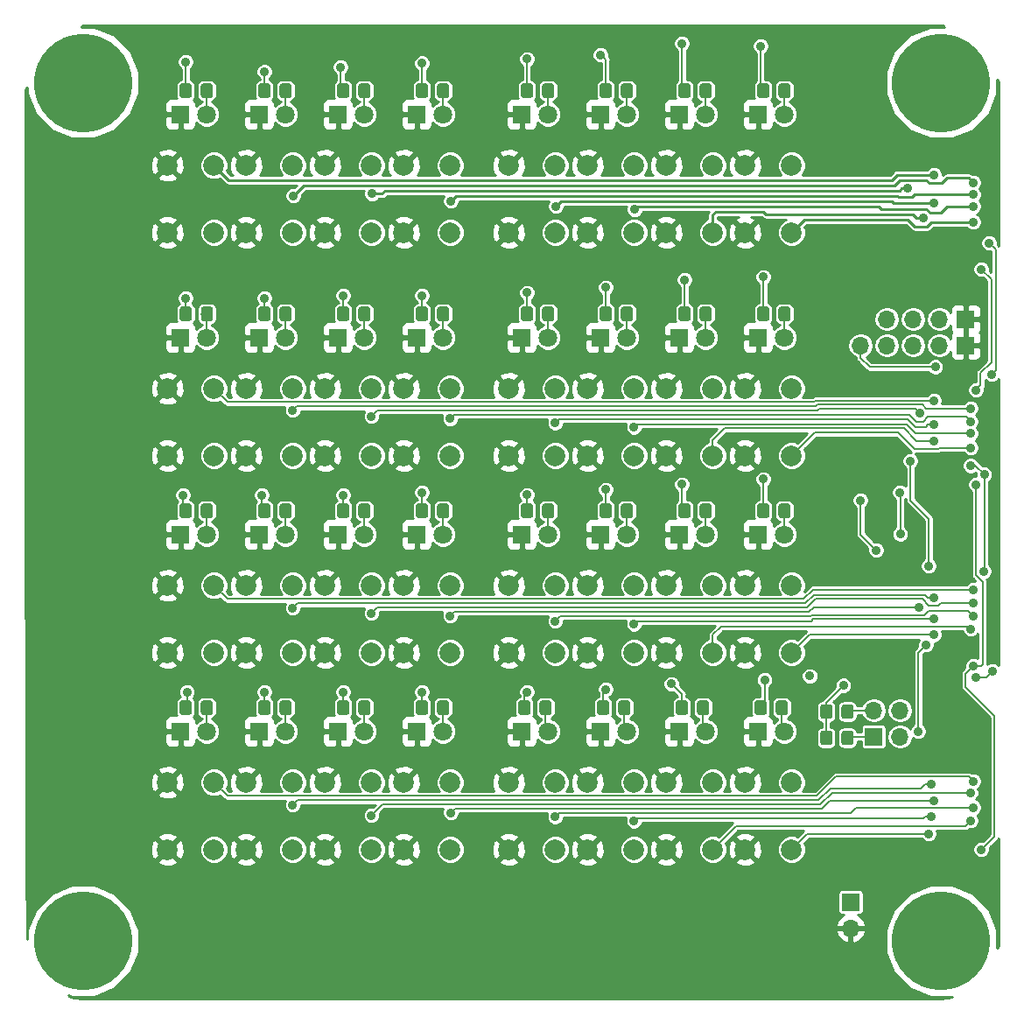
<source format=gbl>
G04 #@! TF.GenerationSoftware,KiCad,Pcbnew,(5.0.2)-1*
G04 #@! TF.CreationDate,2019-09-25T12:04:41-04:00*
G04 #@! TF.ProjectId,FrontPanel,46726f6e-7450-4616-9e65-6c2e6b696361,X1*
G04 #@! TF.SameCoordinates,Original*
G04 #@! TF.FileFunction,Copper,L2,Bot*
G04 #@! TF.FilePolarity,Positive*
%FSLAX46Y46*%
G04 Gerber Fmt 4.6, Leading zero omitted, Abs format (unit mm)*
G04 Created by KiCad (PCBNEW (5.0.2)-1) date 9/25/2019 12:04:41 PM*
%MOMM*%
%LPD*%
G01*
G04 APERTURE LIST*
G04 #@! TA.AperFunction,ComponentPad*
%ADD10C,1.800000*%
G04 #@! TD*
G04 #@! TA.AperFunction,ComponentPad*
%ADD11R,1.800000X1.800000*%
G04 #@! TD*
G04 #@! TA.AperFunction,ComponentPad*
%ADD12R,1.700000X1.700000*%
G04 #@! TD*
G04 #@! TA.AperFunction,ComponentPad*
%ADD13O,1.700000X1.700000*%
G04 #@! TD*
G04 #@! TA.AperFunction,Conductor*
%ADD14C,0.150000*%
G04 #@! TD*
G04 #@! TA.AperFunction,SMDPad,CuDef*
%ADD15C,1.150000*%
G04 #@! TD*
G04 #@! TA.AperFunction,ComponentPad*
%ADD16C,2.000000*%
G04 #@! TD*
G04 #@! TA.AperFunction,ComponentPad*
%ADD17C,9.525000*%
G04 #@! TD*
G04 #@! TA.AperFunction,ViaPad*
%ADD18C,0.889000*%
G04 #@! TD*
G04 #@! TA.AperFunction,Conductor*
%ADD19C,0.152400*%
G04 #@! TD*
G04 #@! TA.AperFunction,Conductor*
%ADD20C,0.254000*%
G04 #@! TD*
G04 APERTURE END LIST*
D10*
G04 #@! TO.P,DS1,2*
G04 #@! TO.N,Net-(DS1-Pad2)*
X27940000Y-78740000D03*
D11*
G04 #@! TO.P,DS1,1*
G04 #@! TO.N,GND*
X25400000Y-78740000D03*
G04 #@! TD*
G04 #@! TO.P,DS2,1*
G04 #@! TO.N,GND*
X33020000Y-78740000D03*
D10*
G04 #@! TO.P,DS2,2*
G04 #@! TO.N,Net-(DS2-Pad2)*
X35560000Y-78740000D03*
G04 #@! TD*
G04 #@! TO.P,DS3,2*
G04 #@! TO.N,Net-(DS3-Pad2)*
X43180000Y-78740000D03*
D11*
G04 #@! TO.P,DS3,1*
G04 #@! TO.N,GND*
X40640000Y-78740000D03*
G04 #@! TD*
G04 #@! TO.P,DS4,1*
G04 #@! TO.N,GND*
X48260000Y-78740000D03*
D10*
G04 #@! TO.P,DS4,2*
G04 #@! TO.N,Net-(DS4-Pad2)*
X50800000Y-78740000D03*
G04 #@! TD*
G04 #@! TO.P,DS5,2*
G04 #@! TO.N,Net-(DS5-Pad2)*
X60960000Y-78740000D03*
D11*
G04 #@! TO.P,DS5,1*
G04 #@! TO.N,GND*
X58420000Y-78740000D03*
G04 #@! TD*
G04 #@! TO.P,DS6,1*
G04 #@! TO.N,GND*
X66040000Y-78740000D03*
D10*
G04 #@! TO.P,DS6,2*
G04 #@! TO.N,Net-(DS6-Pad2)*
X68580000Y-78740000D03*
G04 #@! TD*
G04 #@! TO.P,DS7,2*
G04 #@! TO.N,Net-(DS7-Pad2)*
X76200000Y-78740000D03*
D11*
G04 #@! TO.P,DS7,1*
G04 #@! TO.N,GND*
X73660000Y-78740000D03*
G04 #@! TD*
G04 #@! TO.P,DS8,1*
G04 #@! TO.N,GND*
X81280000Y-78740000D03*
D10*
G04 #@! TO.P,DS8,2*
G04 #@! TO.N,Net-(DS8-Pad2)*
X83820000Y-78740000D03*
G04 #@! TD*
G04 #@! TO.P,DS9,2*
G04 #@! TO.N,Net-(DS9-Pad2)*
X27940000Y-59690000D03*
D11*
G04 #@! TO.P,DS9,1*
G04 #@! TO.N,GND*
X25400000Y-59690000D03*
G04 #@! TD*
G04 #@! TO.P,DS10,1*
G04 #@! TO.N,GND*
X33020000Y-59690000D03*
D10*
G04 #@! TO.P,DS10,2*
G04 #@! TO.N,Net-(DS10-Pad2)*
X35560000Y-59690000D03*
G04 #@! TD*
G04 #@! TO.P,DS11,2*
G04 #@! TO.N,Net-(DS11-Pad2)*
X43180000Y-59690000D03*
D11*
G04 #@! TO.P,DS11,1*
G04 #@! TO.N,GND*
X40640000Y-59690000D03*
G04 #@! TD*
G04 #@! TO.P,DS12,1*
G04 #@! TO.N,GND*
X48260000Y-59690000D03*
D10*
G04 #@! TO.P,DS12,2*
G04 #@! TO.N,Net-(DS12-Pad2)*
X50800000Y-59690000D03*
G04 #@! TD*
G04 #@! TO.P,DS13,2*
G04 #@! TO.N,Net-(DS13-Pad2)*
X60960000Y-59690000D03*
D11*
G04 #@! TO.P,DS13,1*
G04 #@! TO.N,GND*
X58420000Y-59690000D03*
G04 #@! TD*
G04 #@! TO.P,DS14,1*
G04 #@! TO.N,GND*
X66040000Y-59690000D03*
D10*
G04 #@! TO.P,DS14,2*
G04 #@! TO.N,Net-(DS14-Pad2)*
X68580000Y-59690000D03*
G04 #@! TD*
G04 #@! TO.P,DS15,2*
G04 #@! TO.N,Net-(DS15-Pad2)*
X76200000Y-59690000D03*
D11*
G04 #@! TO.P,DS15,1*
G04 #@! TO.N,GND*
X73660000Y-59690000D03*
G04 #@! TD*
G04 #@! TO.P,DS16,1*
G04 #@! TO.N,GND*
X81280000Y-59690000D03*
D10*
G04 #@! TO.P,DS16,2*
G04 #@! TO.N,Net-(DS16-Pad2)*
X83820000Y-59690000D03*
G04 #@! TD*
G04 #@! TO.P,DS17,2*
G04 #@! TO.N,Net-(DS17-Pad2)*
X27940000Y-40640000D03*
D11*
G04 #@! TO.P,DS17,1*
G04 #@! TO.N,GND*
X25400000Y-40640000D03*
G04 #@! TD*
D10*
G04 #@! TO.P,DS18,2*
G04 #@! TO.N,Net-(DS18-Pad2)*
X35560000Y-40640000D03*
D11*
G04 #@! TO.P,DS18,1*
G04 #@! TO.N,GND*
X33020000Y-40640000D03*
G04 #@! TD*
D10*
G04 #@! TO.P,DS19,2*
G04 #@! TO.N,Net-(DS19-Pad2)*
X43180000Y-40640000D03*
D11*
G04 #@! TO.P,DS19,1*
G04 #@! TO.N,GND*
X40640000Y-40640000D03*
G04 #@! TD*
G04 #@! TO.P,DS20,1*
G04 #@! TO.N,GND*
X48260000Y-40640000D03*
D10*
G04 #@! TO.P,DS20,2*
G04 #@! TO.N,Net-(DS20-Pad2)*
X50800000Y-40640000D03*
G04 #@! TD*
G04 #@! TO.P,DS21,2*
G04 #@! TO.N,Net-(DS21-Pad2)*
X60960000Y-40640000D03*
D11*
G04 #@! TO.P,DS21,1*
G04 #@! TO.N,GND*
X58420000Y-40640000D03*
G04 #@! TD*
G04 #@! TO.P,DS22,1*
G04 #@! TO.N,GND*
X66040000Y-40640000D03*
D10*
G04 #@! TO.P,DS22,2*
G04 #@! TO.N,Net-(DS22-Pad2)*
X68580000Y-40640000D03*
G04 #@! TD*
G04 #@! TO.P,DS23,2*
G04 #@! TO.N,Net-(DS23-Pad2)*
X76200000Y-40640000D03*
D11*
G04 #@! TO.P,DS23,1*
G04 #@! TO.N,GND*
X73660000Y-40640000D03*
G04 #@! TD*
G04 #@! TO.P,DS24,1*
G04 #@! TO.N,GND*
X81280000Y-40640000D03*
D10*
G04 #@! TO.P,DS24,2*
G04 #@! TO.N,Net-(DS24-Pad2)*
X83820000Y-40640000D03*
G04 #@! TD*
D11*
G04 #@! TO.P,DS25,1*
G04 #@! TO.N,GND*
X25400000Y-19050000D03*
D10*
G04 #@! TO.P,DS25,2*
G04 #@! TO.N,Net-(DS25-Pad2)*
X27940000Y-19050000D03*
G04 #@! TD*
D11*
G04 #@! TO.P,DS26,1*
G04 #@! TO.N,GND*
X33020000Y-19050000D03*
D10*
G04 #@! TO.P,DS26,2*
G04 #@! TO.N,Net-(DS26-Pad2)*
X35560000Y-19050000D03*
G04 #@! TD*
G04 #@! TO.P,DS27,2*
G04 #@! TO.N,Net-(DS27-Pad2)*
X43180000Y-19050000D03*
D11*
G04 #@! TO.P,DS27,1*
G04 #@! TO.N,GND*
X40640000Y-19050000D03*
G04 #@! TD*
G04 #@! TO.P,DS28,1*
G04 #@! TO.N,GND*
X48260000Y-19050000D03*
D10*
G04 #@! TO.P,DS28,2*
G04 #@! TO.N,Net-(DS28-Pad2)*
X50800000Y-19050000D03*
G04 #@! TD*
G04 #@! TO.P,DS29,2*
G04 #@! TO.N,Net-(DS29-Pad2)*
X60960000Y-19050000D03*
D11*
G04 #@! TO.P,DS29,1*
G04 #@! TO.N,GND*
X58420000Y-19050000D03*
G04 #@! TD*
D10*
G04 #@! TO.P,DS30,2*
G04 #@! TO.N,Net-(DS30-Pad2)*
X68580000Y-19050000D03*
D11*
G04 #@! TO.P,DS30,1*
G04 #@! TO.N,GND*
X66040000Y-19050000D03*
G04 #@! TD*
G04 #@! TO.P,DS31,1*
G04 #@! TO.N,GND*
X73660000Y-19050000D03*
D10*
G04 #@! TO.P,DS31,2*
G04 #@! TO.N,Net-(DS31-Pad2)*
X76200000Y-19050000D03*
G04 #@! TD*
D11*
G04 #@! TO.P,DS32,1*
G04 #@! TO.N,GND*
X81280000Y-19050000D03*
D10*
G04 #@! TO.P,DS32,2*
G04 #@! TO.N,Net-(DS32-Pad2)*
X83820000Y-19050000D03*
G04 #@! TD*
D12*
G04 #@! TO.P,J1,1*
G04 #@! TO.N,/A2*
X90233500Y-95250000D03*
D13*
G04 #@! TO.P,J1,2*
G04 #@! TO.N,GND*
X90233500Y-97790000D03*
G04 #@! TD*
D14*
G04 #@! TO.N,+5V*
G04 #@! TO.C,R1*
G36*
X88224505Y-78676204D02*
X88248773Y-78679804D01*
X88272572Y-78685765D01*
X88295671Y-78694030D01*
X88317850Y-78704520D01*
X88338893Y-78717132D01*
X88358599Y-78731747D01*
X88376777Y-78748223D01*
X88393253Y-78766401D01*
X88407868Y-78786107D01*
X88420480Y-78807150D01*
X88430970Y-78829329D01*
X88439235Y-78852428D01*
X88445196Y-78876227D01*
X88448796Y-78900495D01*
X88450000Y-78924999D01*
X88450000Y-79825001D01*
X88448796Y-79849505D01*
X88445196Y-79873773D01*
X88439235Y-79897572D01*
X88430970Y-79920671D01*
X88420480Y-79942850D01*
X88407868Y-79963893D01*
X88393253Y-79983599D01*
X88376777Y-80001777D01*
X88358599Y-80018253D01*
X88338893Y-80032868D01*
X88317850Y-80045480D01*
X88295671Y-80055970D01*
X88272572Y-80064235D01*
X88248773Y-80070196D01*
X88224505Y-80073796D01*
X88200001Y-80075000D01*
X87549999Y-80075000D01*
X87525495Y-80073796D01*
X87501227Y-80070196D01*
X87477428Y-80064235D01*
X87454329Y-80055970D01*
X87432150Y-80045480D01*
X87411107Y-80032868D01*
X87391401Y-80018253D01*
X87373223Y-80001777D01*
X87356747Y-79983599D01*
X87342132Y-79963893D01*
X87329520Y-79942850D01*
X87319030Y-79920671D01*
X87310765Y-79897572D01*
X87304804Y-79873773D01*
X87301204Y-79849505D01*
X87300000Y-79825001D01*
X87300000Y-78924999D01*
X87301204Y-78900495D01*
X87304804Y-78876227D01*
X87310765Y-78852428D01*
X87319030Y-78829329D01*
X87329520Y-78807150D01*
X87342132Y-78786107D01*
X87356747Y-78766401D01*
X87373223Y-78748223D01*
X87391401Y-78731747D01*
X87411107Y-78717132D01*
X87432150Y-78704520D01*
X87454329Y-78694030D01*
X87477428Y-78685765D01*
X87501227Y-78679804D01*
X87525495Y-78676204D01*
X87549999Y-78675000D01*
X88200001Y-78675000D01*
X88224505Y-78676204D01*
X88224505Y-78676204D01*
G37*
D15*
G04 #@! TD*
G04 #@! TO.P,R1,2*
G04 #@! TO.N,+5V*
X87875000Y-79375000D03*
D14*
G04 #@! TO.N,Net-(J6-Pad1)*
G04 #@! TO.C,R1*
G36*
X90274505Y-78676204D02*
X90298773Y-78679804D01*
X90322572Y-78685765D01*
X90345671Y-78694030D01*
X90367850Y-78704520D01*
X90388893Y-78717132D01*
X90408599Y-78731747D01*
X90426777Y-78748223D01*
X90443253Y-78766401D01*
X90457868Y-78786107D01*
X90470480Y-78807150D01*
X90480970Y-78829329D01*
X90489235Y-78852428D01*
X90495196Y-78876227D01*
X90498796Y-78900495D01*
X90500000Y-78924999D01*
X90500000Y-79825001D01*
X90498796Y-79849505D01*
X90495196Y-79873773D01*
X90489235Y-79897572D01*
X90480970Y-79920671D01*
X90470480Y-79942850D01*
X90457868Y-79963893D01*
X90443253Y-79983599D01*
X90426777Y-80001777D01*
X90408599Y-80018253D01*
X90388893Y-80032868D01*
X90367850Y-80045480D01*
X90345671Y-80055970D01*
X90322572Y-80064235D01*
X90298773Y-80070196D01*
X90274505Y-80073796D01*
X90250001Y-80075000D01*
X89599999Y-80075000D01*
X89575495Y-80073796D01*
X89551227Y-80070196D01*
X89527428Y-80064235D01*
X89504329Y-80055970D01*
X89482150Y-80045480D01*
X89461107Y-80032868D01*
X89441401Y-80018253D01*
X89423223Y-80001777D01*
X89406747Y-79983599D01*
X89392132Y-79963893D01*
X89379520Y-79942850D01*
X89369030Y-79920671D01*
X89360765Y-79897572D01*
X89354804Y-79873773D01*
X89351204Y-79849505D01*
X89350000Y-79825001D01*
X89350000Y-78924999D01*
X89351204Y-78900495D01*
X89354804Y-78876227D01*
X89360765Y-78852428D01*
X89369030Y-78829329D01*
X89379520Y-78807150D01*
X89392132Y-78786107D01*
X89406747Y-78766401D01*
X89423223Y-78748223D01*
X89441401Y-78731747D01*
X89461107Y-78717132D01*
X89482150Y-78704520D01*
X89504329Y-78694030D01*
X89527428Y-78685765D01*
X89551227Y-78679804D01*
X89575495Y-78676204D01*
X89599999Y-78675000D01*
X90250001Y-78675000D01*
X90274505Y-78676204D01*
X90274505Y-78676204D01*
G37*
D15*
G04 #@! TD*
G04 #@! TO.P,R1,1*
G04 #@! TO.N,Net-(J6-Pad1)*
X89925000Y-79375000D03*
D14*
G04 #@! TO.N,Net-(J6-Pad3)*
G04 #@! TO.C,R2*
G36*
X90274505Y-76136204D02*
X90298773Y-76139804D01*
X90322572Y-76145765D01*
X90345671Y-76154030D01*
X90367850Y-76164520D01*
X90388893Y-76177132D01*
X90408599Y-76191747D01*
X90426777Y-76208223D01*
X90443253Y-76226401D01*
X90457868Y-76246107D01*
X90470480Y-76267150D01*
X90480970Y-76289329D01*
X90489235Y-76312428D01*
X90495196Y-76336227D01*
X90498796Y-76360495D01*
X90500000Y-76384999D01*
X90500000Y-77285001D01*
X90498796Y-77309505D01*
X90495196Y-77333773D01*
X90489235Y-77357572D01*
X90480970Y-77380671D01*
X90470480Y-77402850D01*
X90457868Y-77423893D01*
X90443253Y-77443599D01*
X90426777Y-77461777D01*
X90408599Y-77478253D01*
X90388893Y-77492868D01*
X90367850Y-77505480D01*
X90345671Y-77515970D01*
X90322572Y-77524235D01*
X90298773Y-77530196D01*
X90274505Y-77533796D01*
X90250001Y-77535000D01*
X89599999Y-77535000D01*
X89575495Y-77533796D01*
X89551227Y-77530196D01*
X89527428Y-77524235D01*
X89504329Y-77515970D01*
X89482150Y-77505480D01*
X89461107Y-77492868D01*
X89441401Y-77478253D01*
X89423223Y-77461777D01*
X89406747Y-77443599D01*
X89392132Y-77423893D01*
X89379520Y-77402850D01*
X89369030Y-77380671D01*
X89360765Y-77357572D01*
X89354804Y-77333773D01*
X89351204Y-77309505D01*
X89350000Y-77285001D01*
X89350000Y-76384999D01*
X89351204Y-76360495D01*
X89354804Y-76336227D01*
X89360765Y-76312428D01*
X89369030Y-76289329D01*
X89379520Y-76267150D01*
X89392132Y-76246107D01*
X89406747Y-76226401D01*
X89423223Y-76208223D01*
X89441401Y-76191747D01*
X89461107Y-76177132D01*
X89482150Y-76164520D01*
X89504329Y-76154030D01*
X89527428Y-76145765D01*
X89551227Y-76139804D01*
X89575495Y-76136204D01*
X89599999Y-76135000D01*
X90250001Y-76135000D01*
X90274505Y-76136204D01*
X90274505Y-76136204D01*
G37*
D15*
G04 #@! TD*
G04 #@! TO.P,R2,1*
G04 #@! TO.N,Net-(J6-Pad3)*
X89925000Y-76835000D03*
D14*
G04 #@! TO.N,+5V*
G04 #@! TO.C,R2*
G36*
X88224505Y-76136204D02*
X88248773Y-76139804D01*
X88272572Y-76145765D01*
X88295671Y-76154030D01*
X88317850Y-76164520D01*
X88338893Y-76177132D01*
X88358599Y-76191747D01*
X88376777Y-76208223D01*
X88393253Y-76226401D01*
X88407868Y-76246107D01*
X88420480Y-76267150D01*
X88430970Y-76289329D01*
X88439235Y-76312428D01*
X88445196Y-76336227D01*
X88448796Y-76360495D01*
X88450000Y-76384999D01*
X88450000Y-77285001D01*
X88448796Y-77309505D01*
X88445196Y-77333773D01*
X88439235Y-77357572D01*
X88430970Y-77380671D01*
X88420480Y-77402850D01*
X88407868Y-77423893D01*
X88393253Y-77443599D01*
X88376777Y-77461777D01*
X88358599Y-77478253D01*
X88338893Y-77492868D01*
X88317850Y-77505480D01*
X88295671Y-77515970D01*
X88272572Y-77524235D01*
X88248773Y-77530196D01*
X88224505Y-77533796D01*
X88200001Y-77535000D01*
X87549999Y-77535000D01*
X87525495Y-77533796D01*
X87501227Y-77530196D01*
X87477428Y-77524235D01*
X87454329Y-77515970D01*
X87432150Y-77505480D01*
X87411107Y-77492868D01*
X87391401Y-77478253D01*
X87373223Y-77461777D01*
X87356747Y-77443599D01*
X87342132Y-77423893D01*
X87329520Y-77402850D01*
X87319030Y-77380671D01*
X87310765Y-77357572D01*
X87304804Y-77333773D01*
X87301204Y-77309505D01*
X87300000Y-77285001D01*
X87300000Y-76384999D01*
X87301204Y-76360495D01*
X87304804Y-76336227D01*
X87310765Y-76312428D01*
X87319030Y-76289329D01*
X87329520Y-76267150D01*
X87342132Y-76246107D01*
X87356747Y-76226401D01*
X87373223Y-76208223D01*
X87391401Y-76191747D01*
X87411107Y-76177132D01*
X87432150Y-76164520D01*
X87454329Y-76154030D01*
X87477428Y-76145765D01*
X87501227Y-76139804D01*
X87525495Y-76136204D01*
X87549999Y-76135000D01*
X88200001Y-76135000D01*
X88224505Y-76136204D01*
X88224505Y-76136204D01*
G37*
D15*
G04 #@! TD*
G04 #@! TO.P,R2,2*
G04 #@! TO.N,+5V*
X87875000Y-76835000D03*
D14*
G04 #@! TO.N,Net-(R5-Pad2)*
G04 #@! TO.C,R5*
G36*
X26248505Y-75755204D02*
X26272773Y-75758804D01*
X26296572Y-75764765D01*
X26319671Y-75773030D01*
X26341850Y-75783520D01*
X26362893Y-75796132D01*
X26382599Y-75810747D01*
X26400777Y-75827223D01*
X26417253Y-75845401D01*
X26431868Y-75865107D01*
X26444480Y-75886150D01*
X26454970Y-75908329D01*
X26463235Y-75931428D01*
X26469196Y-75955227D01*
X26472796Y-75979495D01*
X26474000Y-76003999D01*
X26474000Y-76904001D01*
X26472796Y-76928505D01*
X26469196Y-76952773D01*
X26463235Y-76976572D01*
X26454970Y-76999671D01*
X26444480Y-77021850D01*
X26431868Y-77042893D01*
X26417253Y-77062599D01*
X26400777Y-77080777D01*
X26382599Y-77097253D01*
X26362893Y-77111868D01*
X26341850Y-77124480D01*
X26319671Y-77134970D01*
X26296572Y-77143235D01*
X26272773Y-77149196D01*
X26248505Y-77152796D01*
X26224001Y-77154000D01*
X25573999Y-77154000D01*
X25549495Y-77152796D01*
X25525227Y-77149196D01*
X25501428Y-77143235D01*
X25478329Y-77134970D01*
X25456150Y-77124480D01*
X25435107Y-77111868D01*
X25415401Y-77097253D01*
X25397223Y-77080777D01*
X25380747Y-77062599D01*
X25366132Y-77042893D01*
X25353520Y-77021850D01*
X25343030Y-76999671D01*
X25334765Y-76976572D01*
X25328804Y-76952773D01*
X25325204Y-76928505D01*
X25324000Y-76904001D01*
X25324000Y-76003999D01*
X25325204Y-75979495D01*
X25328804Y-75955227D01*
X25334765Y-75931428D01*
X25343030Y-75908329D01*
X25353520Y-75886150D01*
X25366132Y-75865107D01*
X25380747Y-75845401D01*
X25397223Y-75827223D01*
X25415401Y-75810747D01*
X25435107Y-75796132D01*
X25456150Y-75783520D01*
X25478329Y-75773030D01*
X25501428Y-75764765D01*
X25525227Y-75758804D01*
X25549495Y-75755204D01*
X25573999Y-75754000D01*
X26224001Y-75754000D01*
X26248505Y-75755204D01*
X26248505Y-75755204D01*
G37*
D15*
G04 #@! TD*
G04 #@! TO.P,R5,2*
G04 #@! TO.N,Net-(R5-Pad2)*
X25899000Y-76454000D03*
D14*
G04 #@! TO.N,Net-(DS1-Pad2)*
G04 #@! TO.C,R5*
G36*
X28298505Y-75755204D02*
X28322773Y-75758804D01*
X28346572Y-75764765D01*
X28369671Y-75773030D01*
X28391850Y-75783520D01*
X28412893Y-75796132D01*
X28432599Y-75810747D01*
X28450777Y-75827223D01*
X28467253Y-75845401D01*
X28481868Y-75865107D01*
X28494480Y-75886150D01*
X28504970Y-75908329D01*
X28513235Y-75931428D01*
X28519196Y-75955227D01*
X28522796Y-75979495D01*
X28524000Y-76003999D01*
X28524000Y-76904001D01*
X28522796Y-76928505D01*
X28519196Y-76952773D01*
X28513235Y-76976572D01*
X28504970Y-76999671D01*
X28494480Y-77021850D01*
X28481868Y-77042893D01*
X28467253Y-77062599D01*
X28450777Y-77080777D01*
X28432599Y-77097253D01*
X28412893Y-77111868D01*
X28391850Y-77124480D01*
X28369671Y-77134970D01*
X28346572Y-77143235D01*
X28322773Y-77149196D01*
X28298505Y-77152796D01*
X28274001Y-77154000D01*
X27623999Y-77154000D01*
X27599495Y-77152796D01*
X27575227Y-77149196D01*
X27551428Y-77143235D01*
X27528329Y-77134970D01*
X27506150Y-77124480D01*
X27485107Y-77111868D01*
X27465401Y-77097253D01*
X27447223Y-77080777D01*
X27430747Y-77062599D01*
X27416132Y-77042893D01*
X27403520Y-77021850D01*
X27393030Y-76999671D01*
X27384765Y-76976572D01*
X27378804Y-76952773D01*
X27375204Y-76928505D01*
X27374000Y-76904001D01*
X27374000Y-76003999D01*
X27375204Y-75979495D01*
X27378804Y-75955227D01*
X27384765Y-75931428D01*
X27393030Y-75908329D01*
X27403520Y-75886150D01*
X27416132Y-75865107D01*
X27430747Y-75845401D01*
X27447223Y-75827223D01*
X27465401Y-75810747D01*
X27485107Y-75796132D01*
X27506150Y-75783520D01*
X27528329Y-75773030D01*
X27551428Y-75764765D01*
X27575227Y-75758804D01*
X27599495Y-75755204D01*
X27623999Y-75754000D01*
X28274001Y-75754000D01*
X28298505Y-75755204D01*
X28298505Y-75755204D01*
G37*
D15*
G04 #@! TD*
G04 #@! TO.P,R5,1*
G04 #@! TO.N,Net-(DS1-Pad2)*
X27949000Y-76454000D03*
D14*
G04 #@! TO.N,Net-(DS2-Pad2)*
G04 #@! TO.C,R8*
G36*
X35918505Y-75755204D02*
X35942773Y-75758804D01*
X35966572Y-75764765D01*
X35989671Y-75773030D01*
X36011850Y-75783520D01*
X36032893Y-75796132D01*
X36052599Y-75810747D01*
X36070777Y-75827223D01*
X36087253Y-75845401D01*
X36101868Y-75865107D01*
X36114480Y-75886150D01*
X36124970Y-75908329D01*
X36133235Y-75931428D01*
X36139196Y-75955227D01*
X36142796Y-75979495D01*
X36144000Y-76003999D01*
X36144000Y-76904001D01*
X36142796Y-76928505D01*
X36139196Y-76952773D01*
X36133235Y-76976572D01*
X36124970Y-76999671D01*
X36114480Y-77021850D01*
X36101868Y-77042893D01*
X36087253Y-77062599D01*
X36070777Y-77080777D01*
X36052599Y-77097253D01*
X36032893Y-77111868D01*
X36011850Y-77124480D01*
X35989671Y-77134970D01*
X35966572Y-77143235D01*
X35942773Y-77149196D01*
X35918505Y-77152796D01*
X35894001Y-77154000D01*
X35243999Y-77154000D01*
X35219495Y-77152796D01*
X35195227Y-77149196D01*
X35171428Y-77143235D01*
X35148329Y-77134970D01*
X35126150Y-77124480D01*
X35105107Y-77111868D01*
X35085401Y-77097253D01*
X35067223Y-77080777D01*
X35050747Y-77062599D01*
X35036132Y-77042893D01*
X35023520Y-77021850D01*
X35013030Y-76999671D01*
X35004765Y-76976572D01*
X34998804Y-76952773D01*
X34995204Y-76928505D01*
X34994000Y-76904001D01*
X34994000Y-76003999D01*
X34995204Y-75979495D01*
X34998804Y-75955227D01*
X35004765Y-75931428D01*
X35013030Y-75908329D01*
X35023520Y-75886150D01*
X35036132Y-75865107D01*
X35050747Y-75845401D01*
X35067223Y-75827223D01*
X35085401Y-75810747D01*
X35105107Y-75796132D01*
X35126150Y-75783520D01*
X35148329Y-75773030D01*
X35171428Y-75764765D01*
X35195227Y-75758804D01*
X35219495Y-75755204D01*
X35243999Y-75754000D01*
X35894001Y-75754000D01*
X35918505Y-75755204D01*
X35918505Y-75755204D01*
G37*
D15*
G04 #@! TD*
G04 #@! TO.P,R8,1*
G04 #@! TO.N,Net-(DS2-Pad2)*
X35569000Y-76454000D03*
D14*
G04 #@! TO.N,Net-(R8-Pad2)*
G04 #@! TO.C,R8*
G36*
X33868505Y-75755204D02*
X33892773Y-75758804D01*
X33916572Y-75764765D01*
X33939671Y-75773030D01*
X33961850Y-75783520D01*
X33982893Y-75796132D01*
X34002599Y-75810747D01*
X34020777Y-75827223D01*
X34037253Y-75845401D01*
X34051868Y-75865107D01*
X34064480Y-75886150D01*
X34074970Y-75908329D01*
X34083235Y-75931428D01*
X34089196Y-75955227D01*
X34092796Y-75979495D01*
X34094000Y-76003999D01*
X34094000Y-76904001D01*
X34092796Y-76928505D01*
X34089196Y-76952773D01*
X34083235Y-76976572D01*
X34074970Y-76999671D01*
X34064480Y-77021850D01*
X34051868Y-77042893D01*
X34037253Y-77062599D01*
X34020777Y-77080777D01*
X34002599Y-77097253D01*
X33982893Y-77111868D01*
X33961850Y-77124480D01*
X33939671Y-77134970D01*
X33916572Y-77143235D01*
X33892773Y-77149196D01*
X33868505Y-77152796D01*
X33844001Y-77154000D01*
X33193999Y-77154000D01*
X33169495Y-77152796D01*
X33145227Y-77149196D01*
X33121428Y-77143235D01*
X33098329Y-77134970D01*
X33076150Y-77124480D01*
X33055107Y-77111868D01*
X33035401Y-77097253D01*
X33017223Y-77080777D01*
X33000747Y-77062599D01*
X32986132Y-77042893D01*
X32973520Y-77021850D01*
X32963030Y-76999671D01*
X32954765Y-76976572D01*
X32948804Y-76952773D01*
X32945204Y-76928505D01*
X32944000Y-76904001D01*
X32944000Y-76003999D01*
X32945204Y-75979495D01*
X32948804Y-75955227D01*
X32954765Y-75931428D01*
X32963030Y-75908329D01*
X32973520Y-75886150D01*
X32986132Y-75865107D01*
X33000747Y-75845401D01*
X33017223Y-75827223D01*
X33035401Y-75810747D01*
X33055107Y-75796132D01*
X33076150Y-75783520D01*
X33098329Y-75773030D01*
X33121428Y-75764765D01*
X33145227Y-75758804D01*
X33169495Y-75755204D01*
X33193999Y-75754000D01*
X33844001Y-75754000D01*
X33868505Y-75755204D01*
X33868505Y-75755204D01*
G37*
D15*
G04 #@! TD*
G04 #@! TO.P,R8,2*
G04 #@! TO.N,Net-(R8-Pad2)*
X33519000Y-76454000D03*
D14*
G04 #@! TO.N,Net-(R9-Pad2)*
G04 #@! TO.C,R9*
G36*
X41488505Y-75755204D02*
X41512773Y-75758804D01*
X41536572Y-75764765D01*
X41559671Y-75773030D01*
X41581850Y-75783520D01*
X41602893Y-75796132D01*
X41622599Y-75810747D01*
X41640777Y-75827223D01*
X41657253Y-75845401D01*
X41671868Y-75865107D01*
X41684480Y-75886150D01*
X41694970Y-75908329D01*
X41703235Y-75931428D01*
X41709196Y-75955227D01*
X41712796Y-75979495D01*
X41714000Y-76003999D01*
X41714000Y-76904001D01*
X41712796Y-76928505D01*
X41709196Y-76952773D01*
X41703235Y-76976572D01*
X41694970Y-76999671D01*
X41684480Y-77021850D01*
X41671868Y-77042893D01*
X41657253Y-77062599D01*
X41640777Y-77080777D01*
X41622599Y-77097253D01*
X41602893Y-77111868D01*
X41581850Y-77124480D01*
X41559671Y-77134970D01*
X41536572Y-77143235D01*
X41512773Y-77149196D01*
X41488505Y-77152796D01*
X41464001Y-77154000D01*
X40813999Y-77154000D01*
X40789495Y-77152796D01*
X40765227Y-77149196D01*
X40741428Y-77143235D01*
X40718329Y-77134970D01*
X40696150Y-77124480D01*
X40675107Y-77111868D01*
X40655401Y-77097253D01*
X40637223Y-77080777D01*
X40620747Y-77062599D01*
X40606132Y-77042893D01*
X40593520Y-77021850D01*
X40583030Y-76999671D01*
X40574765Y-76976572D01*
X40568804Y-76952773D01*
X40565204Y-76928505D01*
X40564000Y-76904001D01*
X40564000Y-76003999D01*
X40565204Y-75979495D01*
X40568804Y-75955227D01*
X40574765Y-75931428D01*
X40583030Y-75908329D01*
X40593520Y-75886150D01*
X40606132Y-75865107D01*
X40620747Y-75845401D01*
X40637223Y-75827223D01*
X40655401Y-75810747D01*
X40675107Y-75796132D01*
X40696150Y-75783520D01*
X40718329Y-75773030D01*
X40741428Y-75764765D01*
X40765227Y-75758804D01*
X40789495Y-75755204D01*
X40813999Y-75754000D01*
X41464001Y-75754000D01*
X41488505Y-75755204D01*
X41488505Y-75755204D01*
G37*
D15*
G04 #@! TD*
G04 #@! TO.P,R9,2*
G04 #@! TO.N,Net-(R9-Pad2)*
X41139000Y-76454000D03*
D14*
G04 #@! TO.N,Net-(DS3-Pad2)*
G04 #@! TO.C,R9*
G36*
X43538505Y-75755204D02*
X43562773Y-75758804D01*
X43586572Y-75764765D01*
X43609671Y-75773030D01*
X43631850Y-75783520D01*
X43652893Y-75796132D01*
X43672599Y-75810747D01*
X43690777Y-75827223D01*
X43707253Y-75845401D01*
X43721868Y-75865107D01*
X43734480Y-75886150D01*
X43744970Y-75908329D01*
X43753235Y-75931428D01*
X43759196Y-75955227D01*
X43762796Y-75979495D01*
X43764000Y-76003999D01*
X43764000Y-76904001D01*
X43762796Y-76928505D01*
X43759196Y-76952773D01*
X43753235Y-76976572D01*
X43744970Y-76999671D01*
X43734480Y-77021850D01*
X43721868Y-77042893D01*
X43707253Y-77062599D01*
X43690777Y-77080777D01*
X43672599Y-77097253D01*
X43652893Y-77111868D01*
X43631850Y-77124480D01*
X43609671Y-77134970D01*
X43586572Y-77143235D01*
X43562773Y-77149196D01*
X43538505Y-77152796D01*
X43514001Y-77154000D01*
X42863999Y-77154000D01*
X42839495Y-77152796D01*
X42815227Y-77149196D01*
X42791428Y-77143235D01*
X42768329Y-77134970D01*
X42746150Y-77124480D01*
X42725107Y-77111868D01*
X42705401Y-77097253D01*
X42687223Y-77080777D01*
X42670747Y-77062599D01*
X42656132Y-77042893D01*
X42643520Y-77021850D01*
X42633030Y-76999671D01*
X42624765Y-76976572D01*
X42618804Y-76952773D01*
X42615204Y-76928505D01*
X42614000Y-76904001D01*
X42614000Y-76003999D01*
X42615204Y-75979495D01*
X42618804Y-75955227D01*
X42624765Y-75931428D01*
X42633030Y-75908329D01*
X42643520Y-75886150D01*
X42656132Y-75865107D01*
X42670747Y-75845401D01*
X42687223Y-75827223D01*
X42705401Y-75810747D01*
X42725107Y-75796132D01*
X42746150Y-75783520D01*
X42768329Y-75773030D01*
X42791428Y-75764765D01*
X42815227Y-75758804D01*
X42839495Y-75755204D01*
X42863999Y-75754000D01*
X43514001Y-75754000D01*
X43538505Y-75755204D01*
X43538505Y-75755204D01*
G37*
D15*
G04 #@! TD*
G04 #@! TO.P,R9,1*
G04 #@! TO.N,Net-(DS3-Pad2)*
X43189000Y-76454000D03*
D14*
G04 #@! TO.N,Net-(DS4-Pad2)*
G04 #@! TO.C,R10*
G36*
X51158505Y-75755204D02*
X51182773Y-75758804D01*
X51206572Y-75764765D01*
X51229671Y-75773030D01*
X51251850Y-75783520D01*
X51272893Y-75796132D01*
X51292599Y-75810747D01*
X51310777Y-75827223D01*
X51327253Y-75845401D01*
X51341868Y-75865107D01*
X51354480Y-75886150D01*
X51364970Y-75908329D01*
X51373235Y-75931428D01*
X51379196Y-75955227D01*
X51382796Y-75979495D01*
X51384000Y-76003999D01*
X51384000Y-76904001D01*
X51382796Y-76928505D01*
X51379196Y-76952773D01*
X51373235Y-76976572D01*
X51364970Y-76999671D01*
X51354480Y-77021850D01*
X51341868Y-77042893D01*
X51327253Y-77062599D01*
X51310777Y-77080777D01*
X51292599Y-77097253D01*
X51272893Y-77111868D01*
X51251850Y-77124480D01*
X51229671Y-77134970D01*
X51206572Y-77143235D01*
X51182773Y-77149196D01*
X51158505Y-77152796D01*
X51134001Y-77154000D01*
X50483999Y-77154000D01*
X50459495Y-77152796D01*
X50435227Y-77149196D01*
X50411428Y-77143235D01*
X50388329Y-77134970D01*
X50366150Y-77124480D01*
X50345107Y-77111868D01*
X50325401Y-77097253D01*
X50307223Y-77080777D01*
X50290747Y-77062599D01*
X50276132Y-77042893D01*
X50263520Y-77021850D01*
X50253030Y-76999671D01*
X50244765Y-76976572D01*
X50238804Y-76952773D01*
X50235204Y-76928505D01*
X50234000Y-76904001D01*
X50234000Y-76003999D01*
X50235204Y-75979495D01*
X50238804Y-75955227D01*
X50244765Y-75931428D01*
X50253030Y-75908329D01*
X50263520Y-75886150D01*
X50276132Y-75865107D01*
X50290747Y-75845401D01*
X50307223Y-75827223D01*
X50325401Y-75810747D01*
X50345107Y-75796132D01*
X50366150Y-75783520D01*
X50388329Y-75773030D01*
X50411428Y-75764765D01*
X50435227Y-75758804D01*
X50459495Y-75755204D01*
X50483999Y-75754000D01*
X51134001Y-75754000D01*
X51158505Y-75755204D01*
X51158505Y-75755204D01*
G37*
D15*
G04 #@! TD*
G04 #@! TO.P,R10,1*
G04 #@! TO.N,Net-(DS4-Pad2)*
X50809000Y-76454000D03*
D14*
G04 #@! TO.N,Net-(R10-Pad2)*
G04 #@! TO.C,R10*
G36*
X49108505Y-75755204D02*
X49132773Y-75758804D01*
X49156572Y-75764765D01*
X49179671Y-75773030D01*
X49201850Y-75783520D01*
X49222893Y-75796132D01*
X49242599Y-75810747D01*
X49260777Y-75827223D01*
X49277253Y-75845401D01*
X49291868Y-75865107D01*
X49304480Y-75886150D01*
X49314970Y-75908329D01*
X49323235Y-75931428D01*
X49329196Y-75955227D01*
X49332796Y-75979495D01*
X49334000Y-76003999D01*
X49334000Y-76904001D01*
X49332796Y-76928505D01*
X49329196Y-76952773D01*
X49323235Y-76976572D01*
X49314970Y-76999671D01*
X49304480Y-77021850D01*
X49291868Y-77042893D01*
X49277253Y-77062599D01*
X49260777Y-77080777D01*
X49242599Y-77097253D01*
X49222893Y-77111868D01*
X49201850Y-77124480D01*
X49179671Y-77134970D01*
X49156572Y-77143235D01*
X49132773Y-77149196D01*
X49108505Y-77152796D01*
X49084001Y-77154000D01*
X48433999Y-77154000D01*
X48409495Y-77152796D01*
X48385227Y-77149196D01*
X48361428Y-77143235D01*
X48338329Y-77134970D01*
X48316150Y-77124480D01*
X48295107Y-77111868D01*
X48275401Y-77097253D01*
X48257223Y-77080777D01*
X48240747Y-77062599D01*
X48226132Y-77042893D01*
X48213520Y-77021850D01*
X48203030Y-76999671D01*
X48194765Y-76976572D01*
X48188804Y-76952773D01*
X48185204Y-76928505D01*
X48184000Y-76904001D01*
X48184000Y-76003999D01*
X48185204Y-75979495D01*
X48188804Y-75955227D01*
X48194765Y-75931428D01*
X48203030Y-75908329D01*
X48213520Y-75886150D01*
X48226132Y-75865107D01*
X48240747Y-75845401D01*
X48257223Y-75827223D01*
X48275401Y-75810747D01*
X48295107Y-75796132D01*
X48316150Y-75783520D01*
X48338329Y-75773030D01*
X48361428Y-75764765D01*
X48385227Y-75758804D01*
X48409495Y-75755204D01*
X48433999Y-75754000D01*
X49084001Y-75754000D01*
X49108505Y-75755204D01*
X49108505Y-75755204D01*
G37*
D15*
G04 #@! TD*
G04 #@! TO.P,R10,2*
G04 #@! TO.N,Net-(R10-Pad2)*
X48759000Y-76454000D03*
D14*
G04 #@! TO.N,Net-(DS5-Pad2)*
G04 #@! TO.C,R11*
G36*
X61064505Y-75755204D02*
X61088773Y-75758804D01*
X61112572Y-75764765D01*
X61135671Y-75773030D01*
X61157850Y-75783520D01*
X61178893Y-75796132D01*
X61198599Y-75810747D01*
X61216777Y-75827223D01*
X61233253Y-75845401D01*
X61247868Y-75865107D01*
X61260480Y-75886150D01*
X61270970Y-75908329D01*
X61279235Y-75931428D01*
X61285196Y-75955227D01*
X61288796Y-75979495D01*
X61290000Y-76003999D01*
X61290000Y-76904001D01*
X61288796Y-76928505D01*
X61285196Y-76952773D01*
X61279235Y-76976572D01*
X61270970Y-76999671D01*
X61260480Y-77021850D01*
X61247868Y-77042893D01*
X61233253Y-77062599D01*
X61216777Y-77080777D01*
X61198599Y-77097253D01*
X61178893Y-77111868D01*
X61157850Y-77124480D01*
X61135671Y-77134970D01*
X61112572Y-77143235D01*
X61088773Y-77149196D01*
X61064505Y-77152796D01*
X61040001Y-77154000D01*
X60389999Y-77154000D01*
X60365495Y-77152796D01*
X60341227Y-77149196D01*
X60317428Y-77143235D01*
X60294329Y-77134970D01*
X60272150Y-77124480D01*
X60251107Y-77111868D01*
X60231401Y-77097253D01*
X60213223Y-77080777D01*
X60196747Y-77062599D01*
X60182132Y-77042893D01*
X60169520Y-77021850D01*
X60159030Y-76999671D01*
X60150765Y-76976572D01*
X60144804Y-76952773D01*
X60141204Y-76928505D01*
X60140000Y-76904001D01*
X60140000Y-76003999D01*
X60141204Y-75979495D01*
X60144804Y-75955227D01*
X60150765Y-75931428D01*
X60159030Y-75908329D01*
X60169520Y-75886150D01*
X60182132Y-75865107D01*
X60196747Y-75845401D01*
X60213223Y-75827223D01*
X60231401Y-75810747D01*
X60251107Y-75796132D01*
X60272150Y-75783520D01*
X60294329Y-75773030D01*
X60317428Y-75764765D01*
X60341227Y-75758804D01*
X60365495Y-75755204D01*
X60389999Y-75754000D01*
X61040001Y-75754000D01*
X61064505Y-75755204D01*
X61064505Y-75755204D01*
G37*
D15*
G04 #@! TD*
G04 #@! TO.P,R11,1*
G04 #@! TO.N,Net-(DS5-Pad2)*
X60715000Y-76454000D03*
D14*
G04 #@! TO.N,Net-(R11-Pad2)*
G04 #@! TO.C,R11*
G36*
X59014505Y-75755204D02*
X59038773Y-75758804D01*
X59062572Y-75764765D01*
X59085671Y-75773030D01*
X59107850Y-75783520D01*
X59128893Y-75796132D01*
X59148599Y-75810747D01*
X59166777Y-75827223D01*
X59183253Y-75845401D01*
X59197868Y-75865107D01*
X59210480Y-75886150D01*
X59220970Y-75908329D01*
X59229235Y-75931428D01*
X59235196Y-75955227D01*
X59238796Y-75979495D01*
X59240000Y-76003999D01*
X59240000Y-76904001D01*
X59238796Y-76928505D01*
X59235196Y-76952773D01*
X59229235Y-76976572D01*
X59220970Y-76999671D01*
X59210480Y-77021850D01*
X59197868Y-77042893D01*
X59183253Y-77062599D01*
X59166777Y-77080777D01*
X59148599Y-77097253D01*
X59128893Y-77111868D01*
X59107850Y-77124480D01*
X59085671Y-77134970D01*
X59062572Y-77143235D01*
X59038773Y-77149196D01*
X59014505Y-77152796D01*
X58990001Y-77154000D01*
X58339999Y-77154000D01*
X58315495Y-77152796D01*
X58291227Y-77149196D01*
X58267428Y-77143235D01*
X58244329Y-77134970D01*
X58222150Y-77124480D01*
X58201107Y-77111868D01*
X58181401Y-77097253D01*
X58163223Y-77080777D01*
X58146747Y-77062599D01*
X58132132Y-77042893D01*
X58119520Y-77021850D01*
X58109030Y-76999671D01*
X58100765Y-76976572D01*
X58094804Y-76952773D01*
X58091204Y-76928505D01*
X58090000Y-76904001D01*
X58090000Y-76003999D01*
X58091204Y-75979495D01*
X58094804Y-75955227D01*
X58100765Y-75931428D01*
X58109030Y-75908329D01*
X58119520Y-75886150D01*
X58132132Y-75865107D01*
X58146747Y-75845401D01*
X58163223Y-75827223D01*
X58181401Y-75810747D01*
X58201107Y-75796132D01*
X58222150Y-75783520D01*
X58244329Y-75773030D01*
X58267428Y-75764765D01*
X58291227Y-75758804D01*
X58315495Y-75755204D01*
X58339999Y-75754000D01*
X58990001Y-75754000D01*
X59014505Y-75755204D01*
X59014505Y-75755204D01*
G37*
D15*
G04 #@! TD*
G04 #@! TO.P,R11,2*
G04 #@! TO.N,Net-(R11-Pad2)*
X58665000Y-76454000D03*
D14*
G04 #@! TO.N,Net-(DS6-Pad2)*
G04 #@! TO.C,R12*
G36*
X68684505Y-75755204D02*
X68708773Y-75758804D01*
X68732572Y-75764765D01*
X68755671Y-75773030D01*
X68777850Y-75783520D01*
X68798893Y-75796132D01*
X68818599Y-75810747D01*
X68836777Y-75827223D01*
X68853253Y-75845401D01*
X68867868Y-75865107D01*
X68880480Y-75886150D01*
X68890970Y-75908329D01*
X68899235Y-75931428D01*
X68905196Y-75955227D01*
X68908796Y-75979495D01*
X68910000Y-76003999D01*
X68910000Y-76904001D01*
X68908796Y-76928505D01*
X68905196Y-76952773D01*
X68899235Y-76976572D01*
X68890970Y-76999671D01*
X68880480Y-77021850D01*
X68867868Y-77042893D01*
X68853253Y-77062599D01*
X68836777Y-77080777D01*
X68818599Y-77097253D01*
X68798893Y-77111868D01*
X68777850Y-77124480D01*
X68755671Y-77134970D01*
X68732572Y-77143235D01*
X68708773Y-77149196D01*
X68684505Y-77152796D01*
X68660001Y-77154000D01*
X68009999Y-77154000D01*
X67985495Y-77152796D01*
X67961227Y-77149196D01*
X67937428Y-77143235D01*
X67914329Y-77134970D01*
X67892150Y-77124480D01*
X67871107Y-77111868D01*
X67851401Y-77097253D01*
X67833223Y-77080777D01*
X67816747Y-77062599D01*
X67802132Y-77042893D01*
X67789520Y-77021850D01*
X67779030Y-76999671D01*
X67770765Y-76976572D01*
X67764804Y-76952773D01*
X67761204Y-76928505D01*
X67760000Y-76904001D01*
X67760000Y-76003999D01*
X67761204Y-75979495D01*
X67764804Y-75955227D01*
X67770765Y-75931428D01*
X67779030Y-75908329D01*
X67789520Y-75886150D01*
X67802132Y-75865107D01*
X67816747Y-75845401D01*
X67833223Y-75827223D01*
X67851401Y-75810747D01*
X67871107Y-75796132D01*
X67892150Y-75783520D01*
X67914329Y-75773030D01*
X67937428Y-75764765D01*
X67961227Y-75758804D01*
X67985495Y-75755204D01*
X68009999Y-75754000D01*
X68660001Y-75754000D01*
X68684505Y-75755204D01*
X68684505Y-75755204D01*
G37*
D15*
G04 #@! TD*
G04 #@! TO.P,R12,1*
G04 #@! TO.N,Net-(DS6-Pad2)*
X68335000Y-76454000D03*
D14*
G04 #@! TO.N,Net-(R12-Pad2)*
G04 #@! TO.C,R12*
G36*
X66634505Y-75755204D02*
X66658773Y-75758804D01*
X66682572Y-75764765D01*
X66705671Y-75773030D01*
X66727850Y-75783520D01*
X66748893Y-75796132D01*
X66768599Y-75810747D01*
X66786777Y-75827223D01*
X66803253Y-75845401D01*
X66817868Y-75865107D01*
X66830480Y-75886150D01*
X66840970Y-75908329D01*
X66849235Y-75931428D01*
X66855196Y-75955227D01*
X66858796Y-75979495D01*
X66860000Y-76003999D01*
X66860000Y-76904001D01*
X66858796Y-76928505D01*
X66855196Y-76952773D01*
X66849235Y-76976572D01*
X66840970Y-76999671D01*
X66830480Y-77021850D01*
X66817868Y-77042893D01*
X66803253Y-77062599D01*
X66786777Y-77080777D01*
X66768599Y-77097253D01*
X66748893Y-77111868D01*
X66727850Y-77124480D01*
X66705671Y-77134970D01*
X66682572Y-77143235D01*
X66658773Y-77149196D01*
X66634505Y-77152796D01*
X66610001Y-77154000D01*
X65959999Y-77154000D01*
X65935495Y-77152796D01*
X65911227Y-77149196D01*
X65887428Y-77143235D01*
X65864329Y-77134970D01*
X65842150Y-77124480D01*
X65821107Y-77111868D01*
X65801401Y-77097253D01*
X65783223Y-77080777D01*
X65766747Y-77062599D01*
X65752132Y-77042893D01*
X65739520Y-77021850D01*
X65729030Y-76999671D01*
X65720765Y-76976572D01*
X65714804Y-76952773D01*
X65711204Y-76928505D01*
X65710000Y-76904001D01*
X65710000Y-76003999D01*
X65711204Y-75979495D01*
X65714804Y-75955227D01*
X65720765Y-75931428D01*
X65729030Y-75908329D01*
X65739520Y-75886150D01*
X65752132Y-75865107D01*
X65766747Y-75845401D01*
X65783223Y-75827223D01*
X65801401Y-75810747D01*
X65821107Y-75796132D01*
X65842150Y-75783520D01*
X65864329Y-75773030D01*
X65887428Y-75764765D01*
X65911227Y-75758804D01*
X65935495Y-75755204D01*
X65959999Y-75754000D01*
X66610001Y-75754000D01*
X66634505Y-75755204D01*
X66634505Y-75755204D01*
G37*
D15*
G04 #@! TD*
G04 #@! TO.P,R12,2*
G04 #@! TO.N,Net-(R12-Pad2)*
X66285000Y-76454000D03*
D14*
G04 #@! TO.N,Net-(R13-Pad2)*
G04 #@! TO.C,R13*
G36*
X74254505Y-75755204D02*
X74278773Y-75758804D01*
X74302572Y-75764765D01*
X74325671Y-75773030D01*
X74347850Y-75783520D01*
X74368893Y-75796132D01*
X74388599Y-75810747D01*
X74406777Y-75827223D01*
X74423253Y-75845401D01*
X74437868Y-75865107D01*
X74450480Y-75886150D01*
X74460970Y-75908329D01*
X74469235Y-75931428D01*
X74475196Y-75955227D01*
X74478796Y-75979495D01*
X74480000Y-76003999D01*
X74480000Y-76904001D01*
X74478796Y-76928505D01*
X74475196Y-76952773D01*
X74469235Y-76976572D01*
X74460970Y-76999671D01*
X74450480Y-77021850D01*
X74437868Y-77042893D01*
X74423253Y-77062599D01*
X74406777Y-77080777D01*
X74388599Y-77097253D01*
X74368893Y-77111868D01*
X74347850Y-77124480D01*
X74325671Y-77134970D01*
X74302572Y-77143235D01*
X74278773Y-77149196D01*
X74254505Y-77152796D01*
X74230001Y-77154000D01*
X73579999Y-77154000D01*
X73555495Y-77152796D01*
X73531227Y-77149196D01*
X73507428Y-77143235D01*
X73484329Y-77134970D01*
X73462150Y-77124480D01*
X73441107Y-77111868D01*
X73421401Y-77097253D01*
X73403223Y-77080777D01*
X73386747Y-77062599D01*
X73372132Y-77042893D01*
X73359520Y-77021850D01*
X73349030Y-76999671D01*
X73340765Y-76976572D01*
X73334804Y-76952773D01*
X73331204Y-76928505D01*
X73330000Y-76904001D01*
X73330000Y-76003999D01*
X73331204Y-75979495D01*
X73334804Y-75955227D01*
X73340765Y-75931428D01*
X73349030Y-75908329D01*
X73359520Y-75886150D01*
X73372132Y-75865107D01*
X73386747Y-75845401D01*
X73403223Y-75827223D01*
X73421401Y-75810747D01*
X73441107Y-75796132D01*
X73462150Y-75783520D01*
X73484329Y-75773030D01*
X73507428Y-75764765D01*
X73531227Y-75758804D01*
X73555495Y-75755204D01*
X73579999Y-75754000D01*
X74230001Y-75754000D01*
X74254505Y-75755204D01*
X74254505Y-75755204D01*
G37*
D15*
G04 #@! TD*
G04 #@! TO.P,R13,2*
G04 #@! TO.N,Net-(R13-Pad2)*
X73905000Y-76454000D03*
D14*
G04 #@! TO.N,Net-(DS7-Pad2)*
G04 #@! TO.C,R13*
G36*
X76304505Y-75755204D02*
X76328773Y-75758804D01*
X76352572Y-75764765D01*
X76375671Y-75773030D01*
X76397850Y-75783520D01*
X76418893Y-75796132D01*
X76438599Y-75810747D01*
X76456777Y-75827223D01*
X76473253Y-75845401D01*
X76487868Y-75865107D01*
X76500480Y-75886150D01*
X76510970Y-75908329D01*
X76519235Y-75931428D01*
X76525196Y-75955227D01*
X76528796Y-75979495D01*
X76530000Y-76003999D01*
X76530000Y-76904001D01*
X76528796Y-76928505D01*
X76525196Y-76952773D01*
X76519235Y-76976572D01*
X76510970Y-76999671D01*
X76500480Y-77021850D01*
X76487868Y-77042893D01*
X76473253Y-77062599D01*
X76456777Y-77080777D01*
X76438599Y-77097253D01*
X76418893Y-77111868D01*
X76397850Y-77124480D01*
X76375671Y-77134970D01*
X76352572Y-77143235D01*
X76328773Y-77149196D01*
X76304505Y-77152796D01*
X76280001Y-77154000D01*
X75629999Y-77154000D01*
X75605495Y-77152796D01*
X75581227Y-77149196D01*
X75557428Y-77143235D01*
X75534329Y-77134970D01*
X75512150Y-77124480D01*
X75491107Y-77111868D01*
X75471401Y-77097253D01*
X75453223Y-77080777D01*
X75436747Y-77062599D01*
X75422132Y-77042893D01*
X75409520Y-77021850D01*
X75399030Y-76999671D01*
X75390765Y-76976572D01*
X75384804Y-76952773D01*
X75381204Y-76928505D01*
X75380000Y-76904001D01*
X75380000Y-76003999D01*
X75381204Y-75979495D01*
X75384804Y-75955227D01*
X75390765Y-75931428D01*
X75399030Y-75908329D01*
X75409520Y-75886150D01*
X75422132Y-75865107D01*
X75436747Y-75845401D01*
X75453223Y-75827223D01*
X75471401Y-75810747D01*
X75491107Y-75796132D01*
X75512150Y-75783520D01*
X75534329Y-75773030D01*
X75557428Y-75764765D01*
X75581227Y-75758804D01*
X75605495Y-75755204D01*
X75629999Y-75754000D01*
X76280001Y-75754000D01*
X76304505Y-75755204D01*
X76304505Y-75755204D01*
G37*
D15*
G04 #@! TD*
G04 #@! TO.P,R13,1*
G04 #@! TO.N,Net-(DS7-Pad2)*
X75955000Y-76454000D03*
D14*
G04 #@! TO.N,Net-(R14-Pad2)*
G04 #@! TO.C,R14*
G36*
X81874505Y-75755204D02*
X81898773Y-75758804D01*
X81922572Y-75764765D01*
X81945671Y-75773030D01*
X81967850Y-75783520D01*
X81988893Y-75796132D01*
X82008599Y-75810747D01*
X82026777Y-75827223D01*
X82043253Y-75845401D01*
X82057868Y-75865107D01*
X82070480Y-75886150D01*
X82080970Y-75908329D01*
X82089235Y-75931428D01*
X82095196Y-75955227D01*
X82098796Y-75979495D01*
X82100000Y-76003999D01*
X82100000Y-76904001D01*
X82098796Y-76928505D01*
X82095196Y-76952773D01*
X82089235Y-76976572D01*
X82080970Y-76999671D01*
X82070480Y-77021850D01*
X82057868Y-77042893D01*
X82043253Y-77062599D01*
X82026777Y-77080777D01*
X82008599Y-77097253D01*
X81988893Y-77111868D01*
X81967850Y-77124480D01*
X81945671Y-77134970D01*
X81922572Y-77143235D01*
X81898773Y-77149196D01*
X81874505Y-77152796D01*
X81850001Y-77154000D01*
X81199999Y-77154000D01*
X81175495Y-77152796D01*
X81151227Y-77149196D01*
X81127428Y-77143235D01*
X81104329Y-77134970D01*
X81082150Y-77124480D01*
X81061107Y-77111868D01*
X81041401Y-77097253D01*
X81023223Y-77080777D01*
X81006747Y-77062599D01*
X80992132Y-77042893D01*
X80979520Y-77021850D01*
X80969030Y-76999671D01*
X80960765Y-76976572D01*
X80954804Y-76952773D01*
X80951204Y-76928505D01*
X80950000Y-76904001D01*
X80950000Y-76003999D01*
X80951204Y-75979495D01*
X80954804Y-75955227D01*
X80960765Y-75931428D01*
X80969030Y-75908329D01*
X80979520Y-75886150D01*
X80992132Y-75865107D01*
X81006747Y-75845401D01*
X81023223Y-75827223D01*
X81041401Y-75810747D01*
X81061107Y-75796132D01*
X81082150Y-75783520D01*
X81104329Y-75773030D01*
X81127428Y-75764765D01*
X81151227Y-75758804D01*
X81175495Y-75755204D01*
X81199999Y-75754000D01*
X81850001Y-75754000D01*
X81874505Y-75755204D01*
X81874505Y-75755204D01*
G37*
D15*
G04 #@! TD*
G04 #@! TO.P,R14,2*
G04 #@! TO.N,Net-(R14-Pad2)*
X81525000Y-76454000D03*
D14*
G04 #@! TO.N,Net-(DS8-Pad2)*
G04 #@! TO.C,R14*
G36*
X83924505Y-75755204D02*
X83948773Y-75758804D01*
X83972572Y-75764765D01*
X83995671Y-75773030D01*
X84017850Y-75783520D01*
X84038893Y-75796132D01*
X84058599Y-75810747D01*
X84076777Y-75827223D01*
X84093253Y-75845401D01*
X84107868Y-75865107D01*
X84120480Y-75886150D01*
X84130970Y-75908329D01*
X84139235Y-75931428D01*
X84145196Y-75955227D01*
X84148796Y-75979495D01*
X84150000Y-76003999D01*
X84150000Y-76904001D01*
X84148796Y-76928505D01*
X84145196Y-76952773D01*
X84139235Y-76976572D01*
X84130970Y-76999671D01*
X84120480Y-77021850D01*
X84107868Y-77042893D01*
X84093253Y-77062599D01*
X84076777Y-77080777D01*
X84058599Y-77097253D01*
X84038893Y-77111868D01*
X84017850Y-77124480D01*
X83995671Y-77134970D01*
X83972572Y-77143235D01*
X83948773Y-77149196D01*
X83924505Y-77152796D01*
X83900001Y-77154000D01*
X83249999Y-77154000D01*
X83225495Y-77152796D01*
X83201227Y-77149196D01*
X83177428Y-77143235D01*
X83154329Y-77134970D01*
X83132150Y-77124480D01*
X83111107Y-77111868D01*
X83091401Y-77097253D01*
X83073223Y-77080777D01*
X83056747Y-77062599D01*
X83042132Y-77042893D01*
X83029520Y-77021850D01*
X83019030Y-76999671D01*
X83010765Y-76976572D01*
X83004804Y-76952773D01*
X83001204Y-76928505D01*
X83000000Y-76904001D01*
X83000000Y-76003999D01*
X83001204Y-75979495D01*
X83004804Y-75955227D01*
X83010765Y-75931428D01*
X83019030Y-75908329D01*
X83029520Y-75886150D01*
X83042132Y-75865107D01*
X83056747Y-75845401D01*
X83073223Y-75827223D01*
X83091401Y-75810747D01*
X83111107Y-75796132D01*
X83132150Y-75783520D01*
X83154329Y-75773030D01*
X83177428Y-75764765D01*
X83201227Y-75758804D01*
X83225495Y-75755204D01*
X83249999Y-75754000D01*
X83900001Y-75754000D01*
X83924505Y-75755204D01*
X83924505Y-75755204D01*
G37*
D15*
G04 #@! TD*
G04 #@! TO.P,R14,1*
G04 #@! TO.N,Net-(DS8-Pad2)*
X83575000Y-76454000D03*
D14*
G04 #@! TO.N,Net-(R15-Pad2)*
G04 #@! TO.C,R15*
G36*
X26248505Y-56705204D02*
X26272773Y-56708804D01*
X26296572Y-56714765D01*
X26319671Y-56723030D01*
X26341850Y-56733520D01*
X26362893Y-56746132D01*
X26382599Y-56760747D01*
X26400777Y-56777223D01*
X26417253Y-56795401D01*
X26431868Y-56815107D01*
X26444480Y-56836150D01*
X26454970Y-56858329D01*
X26463235Y-56881428D01*
X26469196Y-56905227D01*
X26472796Y-56929495D01*
X26474000Y-56953999D01*
X26474000Y-57854001D01*
X26472796Y-57878505D01*
X26469196Y-57902773D01*
X26463235Y-57926572D01*
X26454970Y-57949671D01*
X26444480Y-57971850D01*
X26431868Y-57992893D01*
X26417253Y-58012599D01*
X26400777Y-58030777D01*
X26382599Y-58047253D01*
X26362893Y-58061868D01*
X26341850Y-58074480D01*
X26319671Y-58084970D01*
X26296572Y-58093235D01*
X26272773Y-58099196D01*
X26248505Y-58102796D01*
X26224001Y-58104000D01*
X25573999Y-58104000D01*
X25549495Y-58102796D01*
X25525227Y-58099196D01*
X25501428Y-58093235D01*
X25478329Y-58084970D01*
X25456150Y-58074480D01*
X25435107Y-58061868D01*
X25415401Y-58047253D01*
X25397223Y-58030777D01*
X25380747Y-58012599D01*
X25366132Y-57992893D01*
X25353520Y-57971850D01*
X25343030Y-57949671D01*
X25334765Y-57926572D01*
X25328804Y-57902773D01*
X25325204Y-57878505D01*
X25324000Y-57854001D01*
X25324000Y-56953999D01*
X25325204Y-56929495D01*
X25328804Y-56905227D01*
X25334765Y-56881428D01*
X25343030Y-56858329D01*
X25353520Y-56836150D01*
X25366132Y-56815107D01*
X25380747Y-56795401D01*
X25397223Y-56777223D01*
X25415401Y-56760747D01*
X25435107Y-56746132D01*
X25456150Y-56733520D01*
X25478329Y-56723030D01*
X25501428Y-56714765D01*
X25525227Y-56708804D01*
X25549495Y-56705204D01*
X25573999Y-56704000D01*
X26224001Y-56704000D01*
X26248505Y-56705204D01*
X26248505Y-56705204D01*
G37*
D15*
G04 #@! TD*
G04 #@! TO.P,R15,2*
G04 #@! TO.N,Net-(R15-Pad2)*
X25899000Y-57404000D03*
D14*
G04 #@! TO.N,Net-(DS9-Pad2)*
G04 #@! TO.C,R15*
G36*
X28298505Y-56705204D02*
X28322773Y-56708804D01*
X28346572Y-56714765D01*
X28369671Y-56723030D01*
X28391850Y-56733520D01*
X28412893Y-56746132D01*
X28432599Y-56760747D01*
X28450777Y-56777223D01*
X28467253Y-56795401D01*
X28481868Y-56815107D01*
X28494480Y-56836150D01*
X28504970Y-56858329D01*
X28513235Y-56881428D01*
X28519196Y-56905227D01*
X28522796Y-56929495D01*
X28524000Y-56953999D01*
X28524000Y-57854001D01*
X28522796Y-57878505D01*
X28519196Y-57902773D01*
X28513235Y-57926572D01*
X28504970Y-57949671D01*
X28494480Y-57971850D01*
X28481868Y-57992893D01*
X28467253Y-58012599D01*
X28450777Y-58030777D01*
X28432599Y-58047253D01*
X28412893Y-58061868D01*
X28391850Y-58074480D01*
X28369671Y-58084970D01*
X28346572Y-58093235D01*
X28322773Y-58099196D01*
X28298505Y-58102796D01*
X28274001Y-58104000D01*
X27623999Y-58104000D01*
X27599495Y-58102796D01*
X27575227Y-58099196D01*
X27551428Y-58093235D01*
X27528329Y-58084970D01*
X27506150Y-58074480D01*
X27485107Y-58061868D01*
X27465401Y-58047253D01*
X27447223Y-58030777D01*
X27430747Y-58012599D01*
X27416132Y-57992893D01*
X27403520Y-57971850D01*
X27393030Y-57949671D01*
X27384765Y-57926572D01*
X27378804Y-57902773D01*
X27375204Y-57878505D01*
X27374000Y-57854001D01*
X27374000Y-56953999D01*
X27375204Y-56929495D01*
X27378804Y-56905227D01*
X27384765Y-56881428D01*
X27393030Y-56858329D01*
X27403520Y-56836150D01*
X27416132Y-56815107D01*
X27430747Y-56795401D01*
X27447223Y-56777223D01*
X27465401Y-56760747D01*
X27485107Y-56746132D01*
X27506150Y-56733520D01*
X27528329Y-56723030D01*
X27551428Y-56714765D01*
X27575227Y-56708804D01*
X27599495Y-56705204D01*
X27623999Y-56704000D01*
X28274001Y-56704000D01*
X28298505Y-56705204D01*
X28298505Y-56705204D01*
G37*
D15*
G04 #@! TD*
G04 #@! TO.P,R15,1*
G04 #@! TO.N,Net-(DS9-Pad2)*
X27949000Y-57404000D03*
D14*
G04 #@! TO.N,Net-(R16-Pad2)*
G04 #@! TO.C,R16*
G36*
X33868505Y-56705204D02*
X33892773Y-56708804D01*
X33916572Y-56714765D01*
X33939671Y-56723030D01*
X33961850Y-56733520D01*
X33982893Y-56746132D01*
X34002599Y-56760747D01*
X34020777Y-56777223D01*
X34037253Y-56795401D01*
X34051868Y-56815107D01*
X34064480Y-56836150D01*
X34074970Y-56858329D01*
X34083235Y-56881428D01*
X34089196Y-56905227D01*
X34092796Y-56929495D01*
X34094000Y-56953999D01*
X34094000Y-57854001D01*
X34092796Y-57878505D01*
X34089196Y-57902773D01*
X34083235Y-57926572D01*
X34074970Y-57949671D01*
X34064480Y-57971850D01*
X34051868Y-57992893D01*
X34037253Y-58012599D01*
X34020777Y-58030777D01*
X34002599Y-58047253D01*
X33982893Y-58061868D01*
X33961850Y-58074480D01*
X33939671Y-58084970D01*
X33916572Y-58093235D01*
X33892773Y-58099196D01*
X33868505Y-58102796D01*
X33844001Y-58104000D01*
X33193999Y-58104000D01*
X33169495Y-58102796D01*
X33145227Y-58099196D01*
X33121428Y-58093235D01*
X33098329Y-58084970D01*
X33076150Y-58074480D01*
X33055107Y-58061868D01*
X33035401Y-58047253D01*
X33017223Y-58030777D01*
X33000747Y-58012599D01*
X32986132Y-57992893D01*
X32973520Y-57971850D01*
X32963030Y-57949671D01*
X32954765Y-57926572D01*
X32948804Y-57902773D01*
X32945204Y-57878505D01*
X32944000Y-57854001D01*
X32944000Y-56953999D01*
X32945204Y-56929495D01*
X32948804Y-56905227D01*
X32954765Y-56881428D01*
X32963030Y-56858329D01*
X32973520Y-56836150D01*
X32986132Y-56815107D01*
X33000747Y-56795401D01*
X33017223Y-56777223D01*
X33035401Y-56760747D01*
X33055107Y-56746132D01*
X33076150Y-56733520D01*
X33098329Y-56723030D01*
X33121428Y-56714765D01*
X33145227Y-56708804D01*
X33169495Y-56705204D01*
X33193999Y-56704000D01*
X33844001Y-56704000D01*
X33868505Y-56705204D01*
X33868505Y-56705204D01*
G37*
D15*
G04 #@! TD*
G04 #@! TO.P,R16,2*
G04 #@! TO.N,Net-(R16-Pad2)*
X33519000Y-57404000D03*
D14*
G04 #@! TO.N,Net-(DS10-Pad2)*
G04 #@! TO.C,R16*
G36*
X35918505Y-56705204D02*
X35942773Y-56708804D01*
X35966572Y-56714765D01*
X35989671Y-56723030D01*
X36011850Y-56733520D01*
X36032893Y-56746132D01*
X36052599Y-56760747D01*
X36070777Y-56777223D01*
X36087253Y-56795401D01*
X36101868Y-56815107D01*
X36114480Y-56836150D01*
X36124970Y-56858329D01*
X36133235Y-56881428D01*
X36139196Y-56905227D01*
X36142796Y-56929495D01*
X36144000Y-56953999D01*
X36144000Y-57854001D01*
X36142796Y-57878505D01*
X36139196Y-57902773D01*
X36133235Y-57926572D01*
X36124970Y-57949671D01*
X36114480Y-57971850D01*
X36101868Y-57992893D01*
X36087253Y-58012599D01*
X36070777Y-58030777D01*
X36052599Y-58047253D01*
X36032893Y-58061868D01*
X36011850Y-58074480D01*
X35989671Y-58084970D01*
X35966572Y-58093235D01*
X35942773Y-58099196D01*
X35918505Y-58102796D01*
X35894001Y-58104000D01*
X35243999Y-58104000D01*
X35219495Y-58102796D01*
X35195227Y-58099196D01*
X35171428Y-58093235D01*
X35148329Y-58084970D01*
X35126150Y-58074480D01*
X35105107Y-58061868D01*
X35085401Y-58047253D01*
X35067223Y-58030777D01*
X35050747Y-58012599D01*
X35036132Y-57992893D01*
X35023520Y-57971850D01*
X35013030Y-57949671D01*
X35004765Y-57926572D01*
X34998804Y-57902773D01*
X34995204Y-57878505D01*
X34994000Y-57854001D01*
X34994000Y-56953999D01*
X34995204Y-56929495D01*
X34998804Y-56905227D01*
X35004765Y-56881428D01*
X35013030Y-56858329D01*
X35023520Y-56836150D01*
X35036132Y-56815107D01*
X35050747Y-56795401D01*
X35067223Y-56777223D01*
X35085401Y-56760747D01*
X35105107Y-56746132D01*
X35126150Y-56733520D01*
X35148329Y-56723030D01*
X35171428Y-56714765D01*
X35195227Y-56708804D01*
X35219495Y-56705204D01*
X35243999Y-56704000D01*
X35894001Y-56704000D01*
X35918505Y-56705204D01*
X35918505Y-56705204D01*
G37*
D15*
G04 #@! TD*
G04 #@! TO.P,R16,1*
G04 #@! TO.N,Net-(DS10-Pad2)*
X35569000Y-57404000D03*
D14*
G04 #@! TO.N,Net-(DS11-Pad2)*
G04 #@! TO.C,R17*
G36*
X43538505Y-56705204D02*
X43562773Y-56708804D01*
X43586572Y-56714765D01*
X43609671Y-56723030D01*
X43631850Y-56733520D01*
X43652893Y-56746132D01*
X43672599Y-56760747D01*
X43690777Y-56777223D01*
X43707253Y-56795401D01*
X43721868Y-56815107D01*
X43734480Y-56836150D01*
X43744970Y-56858329D01*
X43753235Y-56881428D01*
X43759196Y-56905227D01*
X43762796Y-56929495D01*
X43764000Y-56953999D01*
X43764000Y-57854001D01*
X43762796Y-57878505D01*
X43759196Y-57902773D01*
X43753235Y-57926572D01*
X43744970Y-57949671D01*
X43734480Y-57971850D01*
X43721868Y-57992893D01*
X43707253Y-58012599D01*
X43690777Y-58030777D01*
X43672599Y-58047253D01*
X43652893Y-58061868D01*
X43631850Y-58074480D01*
X43609671Y-58084970D01*
X43586572Y-58093235D01*
X43562773Y-58099196D01*
X43538505Y-58102796D01*
X43514001Y-58104000D01*
X42863999Y-58104000D01*
X42839495Y-58102796D01*
X42815227Y-58099196D01*
X42791428Y-58093235D01*
X42768329Y-58084970D01*
X42746150Y-58074480D01*
X42725107Y-58061868D01*
X42705401Y-58047253D01*
X42687223Y-58030777D01*
X42670747Y-58012599D01*
X42656132Y-57992893D01*
X42643520Y-57971850D01*
X42633030Y-57949671D01*
X42624765Y-57926572D01*
X42618804Y-57902773D01*
X42615204Y-57878505D01*
X42614000Y-57854001D01*
X42614000Y-56953999D01*
X42615204Y-56929495D01*
X42618804Y-56905227D01*
X42624765Y-56881428D01*
X42633030Y-56858329D01*
X42643520Y-56836150D01*
X42656132Y-56815107D01*
X42670747Y-56795401D01*
X42687223Y-56777223D01*
X42705401Y-56760747D01*
X42725107Y-56746132D01*
X42746150Y-56733520D01*
X42768329Y-56723030D01*
X42791428Y-56714765D01*
X42815227Y-56708804D01*
X42839495Y-56705204D01*
X42863999Y-56704000D01*
X43514001Y-56704000D01*
X43538505Y-56705204D01*
X43538505Y-56705204D01*
G37*
D15*
G04 #@! TD*
G04 #@! TO.P,R17,1*
G04 #@! TO.N,Net-(DS11-Pad2)*
X43189000Y-57404000D03*
D14*
G04 #@! TO.N,Net-(R17-Pad2)*
G04 #@! TO.C,R17*
G36*
X41488505Y-56705204D02*
X41512773Y-56708804D01*
X41536572Y-56714765D01*
X41559671Y-56723030D01*
X41581850Y-56733520D01*
X41602893Y-56746132D01*
X41622599Y-56760747D01*
X41640777Y-56777223D01*
X41657253Y-56795401D01*
X41671868Y-56815107D01*
X41684480Y-56836150D01*
X41694970Y-56858329D01*
X41703235Y-56881428D01*
X41709196Y-56905227D01*
X41712796Y-56929495D01*
X41714000Y-56953999D01*
X41714000Y-57854001D01*
X41712796Y-57878505D01*
X41709196Y-57902773D01*
X41703235Y-57926572D01*
X41694970Y-57949671D01*
X41684480Y-57971850D01*
X41671868Y-57992893D01*
X41657253Y-58012599D01*
X41640777Y-58030777D01*
X41622599Y-58047253D01*
X41602893Y-58061868D01*
X41581850Y-58074480D01*
X41559671Y-58084970D01*
X41536572Y-58093235D01*
X41512773Y-58099196D01*
X41488505Y-58102796D01*
X41464001Y-58104000D01*
X40813999Y-58104000D01*
X40789495Y-58102796D01*
X40765227Y-58099196D01*
X40741428Y-58093235D01*
X40718329Y-58084970D01*
X40696150Y-58074480D01*
X40675107Y-58061868D01*
X40655401Y-58047253D01*
X40637223Y-58030777D01*
X40620747Y-58012599D01*
X40606132Y-57992893D01*
X40593520Y-57971850D01*
X40583030Y-57949671D01*
X40574765Y-57926572D01*
X40568804Y-57902773D01*
X40565204Y-57878505D01*
X40564000Y-57854001D01*
X40564000Y-56953999D01*
X40565204Y-56929495D01*
X40568804Y-56905227D01*
X40574765Y-56881428D01*
X40583030Y-56858329D01*
X40593520Y-56836150D01*
X40606132Y-56815107D01*
X40620747Y-56795401D01*
X40637223Y-56777223D01*
X40655401Y-56760747D01*
X40675107Y-56746132D01*
X40696150Y-56733520D01*
X40718329Y-56723030D01*
X40741428Y-56714765D01*
X40765227Y-56708804D01*
X40789495Y-56705204D01*
X40813999Y-56704000D01*
X41464001Y-56704000D01*
X41488505Y-56705204D01*
X41488505Y-56705204D01*
G37*
D15*
G04 #@! TD*
G04 #@! TO.P,R17,2*
G04 #@! TO.N,Net-(R17-Pad2)*
X41139000Y-57404000D03*
D14*
G04 #@! TO.N,Net-(DS12-Pad2)*
G04 #@! TO.C,R18*
G36*
X51158505Y-56705204D02*
X51182773Y-56708804D01*
X51206572Y-56714765D01*
X51229671Y-56723030D01*
X51251850Y-56733520D01*
X51272893Y-56746132D01*
X51292599Y-56760747D01*
X51310777Y-56777223D01*
X51327253Y-56795401D01*
X51341868Y-56815107D01*
X51354480Y-56836150D01*
X51364970Y-56858329D01*
X51373235Y-56881428D01*
X51379196Y-56905227D01*
X51382796Y-56929495D01*
X51384000Y-56953999D01*
X51384000Y-57854001D01*
X51382796Y-57878505D01*
X51379196Y-57902773D01*
X51373235Y-57926572D01*
X51364970Y-57949671D01*
X51354480Y-57971850D01*
X51341868Y-57992893D01*
X51327253Y-58012599D01*
X51310777Y-58030777D01*
X51292599Y-58047253D01*
X51272893Y-58061868D01*
X51251850Y-58074480D01*
X51229671Y-58084970D01*
X51206572Y-58093235D01*
X51182773Y-58099196D01*
X51158505Y-58102796D01*
X51134001Y-58104000D01*
X50483999Y-58104000D01*
X50459495Y-58102796D01*
X50435227Y-58099196D01*
X50411428Y-58093235D01*
X50388329Y-58084970D01*
X50366150Y-58074480D01*
X50345107Y-58061868D01*
X50325401Y-58047253D01*
X50307223Y-58030777D01*
X50290747Y-58012599D01*
X50276132Y-57992893D01*
X50263520Y-57971850D01*
X50253030Y-57949671D01*
X50244765Y-57926572D01*
X50238804Y-57902773D01*
X50235204Y-57878505D01*
X50234000Y-57854001D01*
X50234000Y-56953999D01*
X50235204Y-56929495D01*
X50238804Y-56905227D01*
X50244765Y-56881428D01*
X50253030Y-56858329D01*
X50263520Y-56836150D01*
X50276132Y-56815107D01*
X50290747Y-56795401D01*
X50307223Y-56777223D01*
X50325401Y-56760747D01*
X50345107Y-56746132D01*
X50366150Y-56733520D01*
X50388329Y-56723030D01*
X50411428Y-56714765D01*
X50435227Y-56708804D01*
X50459495Y-56705204D01*
X50483999Y-56704000D01*
X51134001Y-56704000D01*
X51158505Y-56705204D01*
X51158505Y-56705204D01*
G37*
D15*
G04 #@! TD*
G04 #@! TO.P,R18,1*
G04 #@! TO.N,Net-(DS12-Pad2)*
X50809000Y-57404000D03*
D14*
G04 #@! TO.N,Net-(R18-Pad2)*
G04 #@! TO.C,R18*
G36*
X49108505Y-56705204D02*
X49132773Y-56708804D01*
X49156572Y-56714765D01*
X49179671Y-56723030D01*
X49201850Y-56733520D01*
X49222893Y-56746132D01*
X49242599Y-56760747D01*
X49260777Y-56777223D01*
X49277253Y-56795401D01*
X49291868Y-56815107D01*
X49304480Y-56836150D01*
X49314970Y-56858329D01*
X49323235Y-56881428D01*
X49329196Y-56905227D01*
X49332796Y-56929495D01*
X49334000Y-56953999D01*
X49334000Y-57854001D01*
X49332796Y-57878505D01*
X49329196Y-57902773D01*
X49323235Y-57926572D01*
X49314970Y-57949671D01*
X49304480Y-57971850D01*
X49291868Y-57992893D01*
X49277253Y-58012599D01*
X49260777Y-58030777D01*
X49242599Y-58047253D01*
X49222893Y-58061868D01*
X49201850Y-58074480D01*
X49179671Y-58084970D01*
X49156572Y-58093235D01*
X49132773Y-58099196D01*
X49108505Y-58102796D01*
X49084001Y-58104000D01*
X48433999Y-58104000D01*
X48409495Y-58102796D01*
X48385227Y-58099196D01*
X48361428Y-58093235D01*
X48338329Y-58084970D01*
X48316150Y-58074480D01*
X48295107Y-58061868D01*
X48275401Y-58047253D01*
X48257223Y-58030777D01*
X48240747Y-58012599D01*
X48226132Y-57992893D01*
X48213520Y-57971850D01*
X48203030Y-57949671D01*
X48194765Y-57926572D01*
X48188804Y-57902773D01*
X48185204Y-57878505D01*
X48184000Y-57854001D01*
X48184000Y-56953999D01*
X48185204Y-56929495D01*
X48188804Y-56905227D01*
X48194765Y-56881428D01*
X48203030Y-56858329D01*
X48213520Y-56836150D01*
X48226132Y-56815107D01*
X48240747Y-56795401D01*
X48257223Y-56777223D01*
X48275401Y-56760747D01*
X48295107Y-56746132D01*
X48316150Y-56733520D01*
X48338329Y-56723030D01*
X48361428Y-56714765D01*
X48385227Y-56708804D01*
X48409495Y-56705204D01*
X48433999Y-56704000D01*
X49084001Y-56704000D01*
X49108505Y-56705204D01*
X49108505Y-56705204D01*
G37*
D15*
G04 #@! TD*
G04 #@! TO.P,R18,2*
G04 #@! TO.N,Net-(R18-Pad2)*
X48759000Y-57404000D03*
D14*
G04 #@! TO.N,Net-(R19-Pad2)*
G04 #@! TO.C,R19*
G36*
X59268505Y-56705204D02*
X59292773Y-56708804D01*
X59316572Y-56714765D01*
X59339671Y-56723030D01*
X59361850Y-56733520D01*
X59382893Y-56746132D01*
X59402599Y-56760747D01*
X59420777Y-56777223D01*
X59437253Y-56795401D01*
X59451868Y-56815107D01*
X59464480Y-56836150D01*
X59474970Y-56858329D01*
X59483235Y-56881428D01*
X59489196Y-56905227D01*
X59492796Y-56929495D01*
X59494000Y-56953999D01*
X59494000Y-57854001D01*
X59492796Y-57878505D01*
X59489196Y-57902773D01*
X59483235Y-57926572D01*
X59474970Y-57949671D01*
X59464480Y-57971850D01*
X59451868Y-57992893D01*
X59437253Y-58012599D01*
X59420777Y-58030777D01*
X59402599Y-58047253D01*
X59382893Y-58061868D01*
X59361850Y-58074480D01*
X59339671Y-58084970D01*
X59316572Y-58093235D01*
X59292773Y-58099196D01*
X59268505Y-58102796D01*
X59244001Y-58104000D01*
X58593999Y-58104000D01*
X58569495Y-58102796D01*
X58545227Y-58099196D01*
X58521428Y-58093235D01*
X58498329Y-58084970D01*
X58476150Y-58074480D01*
X58455107Y-58061868D01*
X58435401Y-58047253D01*
X58417223Y-58030777D01*
X58400747Y-58012599D01*
X58386132Y-57992893D01*
X58373520Y-57971850D01*
X58363030Y-57949671D01*
X58354765Y-57926572D01*
X58348804Y-57902773D01*
X58345204Y-57878505D01*
X58344000Y-57854001D01*
X58344000Y-56953999D01*
X58345204Y-56929495D01*
X58348804Y-56905227D01*
X58354765Y-56881428D01*
X58363030Y-56858329D01*
X58373520Y-56836150D01*
X58386132Y-56815107D01*
X58400747Y-56795401D01*
X58417223Y-56777223D01*
X58435401Y-56760747D01*
X58455107Y-56746132D01*
X58476150Y-56733520D01*
X58498329Y-56723030D01*
X58521428Y-56714765D01*
X58545227Y-56708804D01*
X58569495Y-56705204D01*
X58593999Y-56704000D01*
X59244001Y-56704000D01*
X59268505Y-56705204D01*
X59268505Y-56705204D01*
G37*
D15*
G04 #@! TD*
G04 #@! TO.P,R19,2*
G04 #@! TO.N,Net-(R19-Pad2)*
X58919000Y-57404000D03*
D14*
G04 #@! TO.N,Net-(DS13-Pad2)*
G04 #@! TO.C,R19*
G36*
X61318505Y-56705204D02*
X61342773Y-56708804D01*
X61366572Y-56714765D01*
X61389671Y-56723030D01*
X61411850Y-56733520D01*
X61432893Y-56746132D01*
X61452599Y-56760747D01*
X61470777Y-56777223D01*
X61487253Y-56795401D01*
X61501868Y-56815107D01*
X61514480Y-56836150D01*
X61524970Y-56858329D01*
X61533235Y-56881428D01*
X61539196Y-56905227D01*
X61542796Y-56929495D01*
X61544000Y-56953999D01*
X61544000Y-57854001D01*
X61542796Y-57878505D01*
X61539196Y-57902773D01*
X61533235Y-57926572D01*
X61524970Y-57949671D01*
X61514480Y-57971850D01*
X61501868Y-57992893D01*
X61487253Y-58012599D01*
X61470777Y-58030777D01*
X61452599Y-58047253D01*
X61432893Y-58061868D01*
X61411850Y-58074480D01*
X61389671Y-58084970D01*
X61366572Y-58093235D01*
X61342773Y-58099196D01*
X61318505Y-58102796D01*
X61294001Y-58104000D01*
X60643999Y-58104000D01*
X60619495Y-58102796D01*
X60595227Y-58099196D01*
X60571428Y-58093235D01*
X60548329Y-58084970D01*
X60526150Y-58074480D01*
X60505107Y-58061868D01*
X60485401Y-58047253D01*
X60467223Y-58030777D01*
X60450747Y-58012599D01*
X60436132Y-57992893D01*
X60423520Y-57971850D01*
X60413030Y-57949671D01*
X60404765Y-57926572D01*
X60398804Y-57902773D01*
X60395204Y-57878505D01*
X60394000Y-57854001D01*
X60394000Y-56953999D01*
X60395204Y-56929495D01*
X60398804Y-56905227D01*
X60404765Y-56881428D01*
X60413030Y-56858329D01*
X60423520Y-56836150D01*
X60436132Y-56815107D01*
X60450747Y-56795401D01*
X60467223Y-56777223D01*
X60485401Y-56760747D01*
X60505107Y-56746132D01*
X60526150Y-56733520D01*
X60548329Y-56723030D01*
X60571428Y-56714765D01*
X60595227Y-56708804D01*
X60619495Y-56705204D01*
X60643999Y-56704000D01*
X61294001Y-56704000D01*
X61318505Y-56705204D01*
X61318505Y-56705204D01*
G37*
D15*
G04 #@! TD*
G04 #@! TO.P,R19,1*
G04 #@! TO.N,Net-(DS13-Pad2)*
X60969000Y-57404000D03*
D14*
G04 #@! TO.N,Net-(R20-Pad2)*
G04 #@! TO.C,R20*
G36*
X66888505Y-56705204D02*
X66912773Y-56708804D01*
X66936572Y-56714765D01*
X66959671Y-56723030D01*
X66981850Y-56733520D01*
X67002893Y-56746132D01*
X67022599Y-56760747D01*
X67040777Y-56777223D01*
X67057253Y-56795401D01*
X67071868Y-56815107D01*
X67084480Y-56836150D01*
X67094970Y-56858329D01*
X67103235Y-56881428D01*
X67109196Y-56905227D01*
X67112796Y-56929495D01*
X67114000Y-56953999D01*
X67114000Y-57854001D01*
X67112796Y-57878505D01*
X67109196Y-57902773D01*
X67103235Y-57926572D01*
X67094970Y-57949671D01*
X67084480Y-57971850D01*
X67071868Y-57992893D01*
X67057253Y-58012599D01*
X67040777Y-58030777D01*
X67022599Y-58047253D01*
X67002893Y-58061868D01*
X66981850Y-58074480D01*
X66959671Y-58084970D01*
X66936572Y-58093235D01*
X66912773Y-58099196D01*
X66888505Y-58102796D01*
X66864001Y-58104000D01*
X66213999Y-58104000D01*
X66189495Y-58102796D01*
X66165227Y-58099196D01*
X66141428Y-58093235D01*
X66118329Y-58084970D01*
X66096150Y-58074480D01*
X66075107Y-58061868D01*
X66055401Y-58047253D01*
X66037223Y-58030777D01*
X66020747Y-58012599D01*
X66006132Y-57992893D01*
X65993520Y-57971850D01*
X65983030Y-57949671D01*
X65974765Y-57926572D01*
X65968804Y-57902773D01*
X65965204Y-57878505D01*
X65964000Y-57854001D01*
X65964000Y-56953999D01*
X65965204Y-56929495D01*
X65968804Y-56905227D01*
X65974765Y-56881428D01*
X65983030Y-56858329D01*
X65993520Y-56836150D01*
X66006132Y-56815107D01*
X66020747Y-56795401D01*
X66037223Y-56777223D01*
X66055401Y-56760747D01*
X66075107Y-56746132D01*
X66096150Y-56733520D01*
X66118329Y-56723030D01*
X66141428Y-56714765D01*
X66165227Y-56708804D01*
X66189495Y-56705204D01*
X66213999Y-56704000D01*
X66864001Y-56704000D01*
X66888505Y-56705204D01*
X66888505Y-56705204D01*
G37*
D15*
G04 #@! TD*
G04 #@! TO.P,R20,2*
G04 #@! TO.N,Net-(R20-Pad2)*
X66539000Y-57404000D03*
D14*
G04 #@! TO.N,Net-(DS14-Pad2)*
G04 #@! TO.C,R20*
G36*
X68938505Y-56705204D02*
X68962773Y-56708804D01*
X68986572Y-56714765D01*
X69009671Y-56723030D01*
X69031850Y-56733520D01*
X69052893Y-56746132D01*
X69072599Y-56760747D01*
X69090777Y-56777223D01*
X69107253Y-56795401D01*
X69121868Y-56815107D01*
X69134480Y-56836150D01*
X69144970Y-56858329D01*
X69153235Y-56881428D01*
X69159196Y-56905227D01*
X69162796Y-56929495D01*
X69164000Y-56953999D01*
X69164000Y-57854001D01*
X69162796Y-57878505D01*
X69159196Y-57902773D01*
X69153235Y-57926572D01*
X69144970Y-57949671D01*
X69134480Y-57971850D01*
X69121868Y-57992893D01*
X69107253Y-58012599D01*
X69090777Y-58030777D01*
X69072599Y-58047253D01*
X69052893Y-58061868D01*
X69031850Y-58074480D01*
X69009671Y-58084970D01*
X68986572Y-58093235D01*
X68962773Y-58099196D01*
X68938505Y-58102796D01*
X68914001Y-58104000D01*
X68263999Y-58104000D01*
X68239495Y-58102796D01*
X68215227Y-58099196D01*
X68191428Y-58093235D01*
X68168329Y-58084970D01*
X68146150Y-58074480D01*
X68125107Y-58061868D01*
X68105401Y-58047253D01*
X68087223Y-58030777D01*
X68070747Y-58012599D01*
X68056132Y-57992893D01*
X68043520Y-57971850D01*
X68033030Y-57949671D01*
X68024765Y-57926572D01*
X68018804Y-57902773D01*
X68015204Y-57878505D01*
X68014000Y-57854001D01*
X68014000Y-56953999D01*
X68015204Y-56929495D01*
X68018804Y-56905227D01*
X68024765Y-56881428D01*
X68033030Y-56858329D01*
X68043520Y-56836150D01*
X68056132Y-56815107D01*
X68070747Y-56795401D01*
X68087223Y-56777223D01*
X68105401Y-56760747D01*
X68125107Y-56746132D01*
X68146150Y-56733520D01*
X68168329Y-56723030D01*
X68191428Y-56714765D01*
X68215227Y-56708804D01*
X68239495Y-56705204D01*
X68263999Y-56704000D01*
X68914001Y-56704000D01*
X68938505Y-56705204D01*
X68938505Y-56705204D01*
G37*
D15*
G04 #@! TD*
G04 #@! TO.P,R20,1*
G04 #@! TO.N,Net-(DS14-Pad2)*
X68589000Y-57404000D03*
D14*
G04 #@! TO.N,Net-(DS15-Pad2)*
G04 #@! TO.C,R21*
G36*
X76558505Y-56705204D02*
X76582773Y-56708804D01*
X76606572Y-56714765D01*
X76629671Y-56723030D01*
X76651850Y-56733520D01*
X76672893Y-56746132D01*
X76692599Y-56760747D01*
X76710777Y-56777223D01*
X76727253Y-56795401D01*
X76741868Y-56815107D01*
X76754480Y-56836150D01*
X76764970Y-56858329D01*
X76773235Y-56881428D01*
X76779196Y-56905227D01*
X76782796Y-56929495D01*
X76784000Y-56953999D01*
X76784000Y-57854001D01*
X76782796Y-57878505D01*
X76779196Y-57902773D01*
X76773235Y-57926572D01*
X76764970Y-57949671D01*
X76754480Y-57971850D01*
X76741868Y-57992893D01*
X76727253Y-58012599D01*
X76710777Y-58030777D01*
X76692599Y-58047253D01*
X76672893Y-58061868D01*
X76651850Y-58074480D01*
X76629671Y-58084970D01*
X76606572Y-58093235D01*
X76582773Y-58099196D01*
X76558505Y-58102796D01*
X76534001Y-58104000D01*
X75883999Y-58104000D01*
X75859495Y-58102796D01*
X75835227Y-58099196D01*
X75811428Y-58093235D01*
X75788329Y-58084970D01*
X75766150Y-58074480D01*
X75745107Y-58061868D01*
X75725401Y-58047253D01*
X75707223Y-58030777D01*
X75690747Y-58012599D01*
X75676132Y-57992893D01*
X75663520Y-57971850D01*
X75653030Y-57949671D01*
X75644765Y-57926572D01*
X75638804Y-57902773D01*
X75635204Y-57878505D01*
X75634000Y-57854001D01*
X75634000Y-56953999D01*
X75635204Y-56929495D01*
X75638804Y-56905227D01*
X75644765Y-56881428D01*
X75653030Y-56858329D01*
X75663520Y-56836150D01*
X75676132Y-56815107D01*
X75690747Y-56795401D01*
X75707223Y-56777223D01*
X75725401Y-56760747D01*
X75745107Y-56746132D01*
X75766150Y-56733520D01*
X75788329Y-56723030D01*
X75811428Y-56714765D01*
X75835227Y-56708804D01*
X75859495Y-56705204D01*
X75883999Y-56704000D01*
X76534001Y-56704000D01*
X76558505Y-56705204D01*
X76558505Y-56705204D01*
G37*
D15*
G04 #@! TD*
G04 #@! TO.P,R21,1*
G04 #@! TO.N,Net-(DS15-Pad2)*
X76209000Y-57404000D03*
D14*
G04 #@! TO.N,Net-(R21-Pad2)*
G04 #@! TO.C,R21*
G36*
X74508505Y-56705204D02*
X74532773Y-56708804D01*
X74556572Y-56714765D01*
X74579671Y-56723030D01*
X74601850Y-56733520D01*
X74622893Y-56746132D01*
X74642599Y-56760747D01*
X74660777Y-56777223D01*
X74677253Y-56795401D01*
X74691868Y-56815107D01*
X74704480Y-56836150D01*
X74714970Y-56858329D01*
X74723235Y-56881428D01*
X74729196Y-56905227D01*
X74732796Y-56929495D01*
X74734000Y-56953999D01*
X74734000Y-57854001D01*
X74732796Y-57878505D01*
X74729196Y-57902773D01*
X74723235Y-57926572D01*
X74714970Y-57949671D01*
X74704480Y-57971850D01*
X74691868Y-57992893D01*
X74677253Y-58012599D01*
X74660777Y-58030777D01*
X74642599Y-58047253D01*
X74622893Y-58061868D01*
X74601850Y-58074480D01*
X74579671Y-58084970D01*
X74556572Y-58093235D01*
X74532773Y-58099196D01*
X74508505Y-58102796D01*
X74484001Y-58104000D01*
X73833999Y-58104000D01*
X73809495Y-58102796D01*
X73785227Y-58099196D01*
X73761428Y-58093235D01*
X73738329Y-58084970D01*
X73716150Y-58074480D01*
X73695107Y-58061868D01*
X73675401Y-58047253D01*
X73657223Y-58030777D01*
X73640747Y-58012599D01*
X73626132Y-57992893D01*
X73613520Y-57971850D01*
X73603030Y-57949671D01*
X73594765Y-57926572D01*
X73588804Y-57902773D01*
X73585204Y-57878505D01*
X73584000Y-57854001D01*
X73584000Y-56953999D01*
X73585204Y-56929495D01*
X73588804Y-56905227D01*
X73594765Y-56881428D01*
X73603030Y-56858329D01*
X73613520Y-56836150D01*
X73626132Y-56815107D01*
X73640747Y-56795401D01*
X73657223Y-56777223D01*
X73675401Y-56760747D01*
X73695107Y-56746132D01*
X73716150Y-56733520D01*
X73738329Y-56723030D01*
X73761428Y-56714765D01*
X73785227Y-56708804D01*
X73809495Y-56705204D01*
X73833999Y-56704000D01*
X74484001Y-56704000D01*
X74508505Y-56705204D01*
X74508505Y-56705204D01*
G37*
D15*
G04 #@! TD*
G04 #@! TO.P,R21,2*
G04 #@! TO.N,Net-(R21-Pad2)*
X74159000Y-57404000D03*
D14*
G04 #@! TO.N,Net-(DS16-Pad2)*
G04 #@! TO.C,R22*
G36*
X84178505Y-56705204D02*
X84202773Y-56708804D01*
X84226572Y-56714765D01*
X84249671Y-56723030D01*
X84271850Y-56733520D01*
X84292893Y-56746132D01*
X84312599Y-56760747D01*
X84330777Y-56777223D01*
X84347253Y-56795401D01*
X84361868Y-56815107D01*
X84374480Y-56836150D01*
X84384970Y-56858329D01*
X84393235Y-56881428D01*
X84399196Y-56905227D01*
X84402796Y-56929495D01*
X84404000Y-56953999D01*
X84404000Y-57854001D01*
X84402796Y-57878505D01*
X84399196Y-57902773D01*
X84393235Y-57926572D01*
X84384970Y-57949671D01*
X84374480Y-57971850D01*
X84361868Y-57992893D01*
X84347253Y-58012599D01*
X84330777Y-58030777D01*
X84312599Y-58047253D01*
X84292893Y-58061868D01*
X84271850Y-58074480D01*
X84249671Y-58084970D01*
X84226572Y-58093235D01*
X84202773Y-58099196D01*
X84178505Y-58102796D01*
X84154001Y-58104000D01*
X83503999Y-58104000D01*
X83479495Y-58102796D01*
X83455227Y-58099196D01*
X83431428Y-58093235D01*
X83408329Y-58084970D01*
X83386150Y-58074480D01*
X83365107Y-58061868D01*
X83345401Y-58047253D01*
X83327223Y-58030777D01*
X83310747Y-58012599D01*
X83296132Y-57992893D01*
X83283520Y-57971850D01*
X83273030Y-57949671D01*
X83264765Y-57926572D01*
X83258804Y-57902773D01*
X83255204Y-57878505D01*
X83254000Y-57854001D01*
X83254000Y-56953999D01*
X83255204Y-56929495D01*
X83258804Y-56905227D01*
X83264765Y-56881428D01*
X83273030Y-56858329D01*
X83283520Y-56836150D01*
X83296132Y-56815107D01*
X83310747Y-56795401D01*
X83327223Y-56777223D01*
X83345401Y-56760747D01*
X83365107Y-56746132D01*
X83386150Y-56733520D01*
X83408329Y-56723030D01*
X83431428Y-56714765D01*
X83455227Y-56708804D01*
X83479495Y-56705204D01*
X83503999Y-56704000D01*
X84154001Y-56704000D01*
X84178505Y-56705204D01*
X84178505Y-56705204D01*
G37*
D15*
G04 #@! TD*
G04 #@! TO.P,R22,1*
G04 #@! TO.N,Net-(DS16-Pad2)*
X83829000Y-57404000D03*
D14*
G04 #@! TO.N,Net-(R22-Pad2)*
G04 #@! TO.C,R22*
G36*
X82128505Y-56705204D02*
X82152773Y-56708804D01*
X82176572Y-56714765D01*
X82199671Y-56723030D01*
X82221850Y-56733520D01*
X82242893Y-56746132D01*
X82262599Y-56760747D01*
X82280777Y-56777223D01*
X82297253Y-56795401D01*
X82311868Y-56815107D01*
X82324480Y-56836150D01*
X82334970Y-56858329D01*
X82343235Y-56881428D01*
X82349196Y-56905227D01*
X82352796Y-56929495D01*
X82354000Y-56953999D01*
X82354000Y-57854001D01*
X82352796Y-57878505D01*
X82349196Y-57902773D01*
X82343235Y-57926572D01*
X82334970Y-57949671D01*
X82324480Y-57971850D01*
X82311868Y-57992893D01*
X82297253Y-58012599D01*
X82280777Y-58030777D01*
X82262599Y-58047253D01*
X82242893Y-58061868D01*
X82221850Y-58074480D01*
X82199671Y-58084970D01*
X82176572Y-58093235D01*
X82152773Y-58099196D01*
X82128505Y-58102796D01*
X82104001Y-58104000D01*
X81453999Y-58104000D01*
X81429495Y-58102796D01*
X81405227Y-58099196D01*
X81381428Y-58093235D01*
X81358329Y-58084970D01*
X81336150Y-58074480D01*
X81315107Y-58061868D01*
X81295401Y-58047253D01*
X81277223Y-58030777D01*
X81260747Y-58012599D01*
X81246132Y-57992893D01*
X81233520Y-57971850D01*
X81223030Y-57949671D01*
X81214765Y-57926572D01*
X81208804Y-57902773D01*
X81205204Y-57878505D01*
X81204000Y-57854001D01*
X81204000Y-56953999D01*
X81205204Y-56929495D01*
X81208804Y-56905227D01*
X81214765Y-56881428D01*
X81223030Y-56858329D01*
X81233520Y-56836150D01*
X81246132Y-56815107D01*
X81260747Y-56795401D01*
X81277223Y-56777223D01*
X81295401Y-56760747D01*
X81315107Y-56746132D01*
X81336150Y-56733520D01*
X81358329Y-56723030D01*
X81381428Y-56714765D01*
X81405227Y-56708804D01*
X81429495Y-56705204D01*
X81453999Y-56704000D01*
X82104001Y-56704000D01*
X82128505Y-56705204D01*
X82128505Y-56705204D01*
G37*
D15*
G04 #@! TD*
G04 #@! TO.P,R22,2*
G04 #@! TO.N,Net-(R22-Pad2)*
X81779000Y-57404000D03*
D14*
G04 #@! TO.N,Net-(R23-Pad2)*
G04 #@! TO.C,R23*
G36*
X26257505Y-37655204D02*
X26281773Y-37658804D01*
X26305572Y-37664765D01*
X26328671Y-37673030D01*
X26350850Y-37683520D01*
X26371893Y-37696132D01*
X26391599Y-37710747D01*
X26409777Y-37727223D01*
X26426253Y-37745401D01*
X26440868Y-37765107D01*
X26453480Y-37786150D01*
X26463970Y-37808329D01*
X26472235Y-37831428D01*
X26478196Y-37855227D01*
X26481796Y-37879495D01*
X26483000Y-37903999D01*
X26483000Y-38804001D01*
X26481796Y-38828505D01*
X26478196Y-38852773D01*
X26472235Y-38876572D01*
X26463970Y-38899671D01*
X26453480Y-38921850D01*
X26440868Y-38942893D01*
X26426253Y-38962599D01*
X26409777Y-38980777D01*
X26391599Y-38997253D01*
X26371893Y-39011868D01*
X26350850Y-39024480D01*
X26328671Y-39034970D01*
X26305572Y-39043235D01*
X26281773Y-39049196D01*
X26257505Y-39052796D01*
X26233001Y-39054000D01*
X25582999Y-39054000D01*
X25558495Y-39052796D01*
X25534227Y-39049196D01*
X25510428Y-39043235D01*
X25487329Y-39034970D01*
X25465150Y-39024480D01*
X25444107Y-39011868D01*
X25424401Y-38997253D01*
X25406223Y-38980777D01*
X25389747Y-38962599D01*
X25375132Y-38942893D01*
X25362520Y-38921850D01*
X25352030Y-38899671D01*
X25343765Y-38876572D01*
X25337804Y-38852773D01*
X25334204Y-38828505D01*
X25333000Y-38804001D01*
X25333000Y-37903999D01*
X25334204Y-37879495D01*
X25337804Y-37855227D01*
X25343765Y-37831428D01*
X25352030Y-37808329D01*
X25362520Y-37786150D01*
X25375132Y-37765107D01*
X25389747Y-37745401D01*
X25406223Y-37727223D01*
X25424401Y-37710747D01*
X25444107Y-37696132D01*
X25465150Y-37683520D01*
X25487329Y-37673030D01*
X25510428Y-37664765D01*
X25534227Y-37658804D01*
X25558495Y-37655204D01*
X25582999Y-37654000D01*
X26233001Y-37654000D01*
X26257505Y-37655204D01*
X26257505Y-37655204D01*
G37*
D15*
G04 #@! TD*
G04 #@! TO.P,R23,2*
G04 #@! TO.N,Net-(R23-Pad2)*
X25908000Y-38354000D03*
D14*
G04 #@! TO.N,Net-(DS17-Pad2)*
G04 #@! TO.C,R23*
G36*
X28307505Y-37655204D02*
X28331773Y-37658804D01*
X28355572Y-37664765D01*
X28378671Y-37673030D01*
X28400850Y-37683520D01*
X28421893Y-37696132D01*
X28441599Y-37710747D01*
X28459777Y-37727223D01*
X28476253Y-37745401D01*
X28490868Y-37765107D01*
X28503480Y-37786150D01*
X28513970Y-37808329D01*
X28522235Y-37831428D01*
X28528196Y-37855227D01*
X28531796Y-37879495D01*
X28533000Y-37903999D01*
X28533000Y-38804001D01*
X28531796Y-38828505D01*
X28528196Y-38852773D01*
X28522235Y-38876572D01*
X28513970Y-38899671D01*
X28503480Y-38921850D01*
X28490868Y-38942893D01*
X28476253Y-38962599D01*
X28459777Y-38980777D01*
X28441599Y-38997253D01*
X28421893Y-39011868D01*
X28400850Y-39024480D01*
X28378671Y-39034970D01*
X28355572Y-39043235D01*
X28331773Y-39049196D01*
X28307505Y-39052796D01*
X28283001Y-39054000D01*
X27632999Y-39054000D01*
X27608495Y-39052796D01*
X27584227Y-39049196D01*
X27560428Y-39043235D01*
X27537329Y-39034970D01*
X27515150Y-39024480D01*
X27494107Y-39011868D01*
X27474401Y-38997253D01*
X27456223Y-38980777D01*
X27439747Y-38962599D01*
X27425132Y-38942893D01*
X27412520Y-38921850D01*
X27402030Y-38899671D01*
X27393765Y-38876572D01*
X27387804Y-38852773D01*
X27384204Y-38828505D01*
X27383000Y-38804001D01*
X27383000Y-37903999D01*
X27384204Y-37879495D01*
X27387804Y-37855227D01*
X27393765Y-37831428D01*
X27402030Y-37808329D01*
X27412520Y-37786150D01*
X27425132Y-37765107D01*
X27439747Y-37745401D01*
X27456223Y-37727223D01*
X27474401Y-37710747D01*
X27494107Y-37696132D01*
X27515150Y-37683520D01*
X27537329Y-37673030D01*
X27560428Y-37664765D01*
X27584227Y-37658804D01*
X27608495Y-37655204D01*
X27632999Y-37654000D01*
X28283001Y-37654000D01*
X28307505Y-37655204D01*
X28307505Y-37655204D01*
G37*
D15*
G04 #@! TD*
G04 #@! TO.P,R23,1*
G04 #@! TO.N,Net-(DS17-Pad2)*
X27958000Y-38354000D03*
D14*
G04 #@! TO.N,Net-(DS18-Pad2)*
G04 #@! TO.C,R24*
G36*
X35918505Y-37655204D02*
X35942773Y-37658804D01*
X35966572Y-37664765D01*
X35989671Y-37673030D01*
X36011850Y-37683520D01*
X36032893Y-37696132D01*
X36052599Y-37710747D01*
X36070777Y-37727223D01*
X36087253Y-37745401D01*
X36101868Y-37765107D01*
X36114480Y-37786150D01*
X36124970Y-37808329D01*
X36133235Y-37831428D01*
X36139196Y-37855227D01*
X36142796Y-37879495D01*
X36144000Y-37903999D01*
X36144000Y-38804001D01*
X36142796Y-38828505D01*
X36139196Y-38852773D01*
X36133235Y-38876572D01*
X36124970Y-38899671D01*
X36114480Y-38921850D01*
X36101868Y-38942893D01*
X36087253Y-38962599D01*
X36070777Y-38980777D01*
X36052599Y-38997253D01*
X36032893Y-39011868D01*
X36011850Y-39024480D01*
X35989671Y-39034970D01*
X35966572Y-39043235D01*
X35942773Y-39049196D01*
X35918505Y-39052796D01*
X35894001Y-39054000D01*
X35243999Y-39054000D01*
X35219495Y-39052796D01*
X35195227Y-39049196D01*
X35171428Y-39043235D01*
X35148329Y-39034970D01*
X35126150Y-39024480D01*
X35105107Y-39011868D01*
X35085401Y-38997253D01*
X35067223Y-38980777D01*
X35050747Y-38962599D01*
X35036132Y-38942893D01*
X35023520Y-38921850D01*
X35013030Y-38899671D01*
X35004765Y-38876572D01*
X34998804Y-38852773D01*
X34995204Y-38828505D01*
X34994000Y-38804001D01*
X34994000Y-37903999D01*
X34995204Y-37879495D01*
X34998804Y-37855227D01*
X35004765Y-37831428D01*
X35013030Y-37808329D01*
X35023520Y-37786150D01*
X35036132Y-37765107D01*
X35050747Y-37745401D01*
X35067223Y-37727223D01*
X35085401Y-37710747D01*
X35105107Y-37696132D01*
X35126150Y-37683520D01*
X35148329Y-37673030D01*
X35171428Y-37664765D01*
X35195227Y-37658804D01*
X35219495Y-37655204D01*
X35243999Y-37654000D01*
X35894001Y-37654000D01*
X35918505Y-37655204D01*
X35918505Y-37655204D01*
G37*
D15*
G04 #@! TD*
G04 #@! TO.P,R24,1*
G04 #@! TO.N,Net-(DS18-Pad2)*
X35569000Y-38354000D03*
D14*
G04 #@! TO.N,Net-(R24-Pad2)*
G04 #@! TO.C,R24*
G36*
X33868505Y-37655204D02*
X33892773Y-37658804D01*
X33916572Y-37664765D01*
X33939671Y-37673030D01*
X33961850Y-37683520D01*
X33982893Y-37696132D01*
X34002599Y-37710747D01*
X34020777Y-37727223D01*
X34037253Y-37745401D01*
X34051868Y-37765107D01*
X34064480Y-37786150D01*
X34074970Y-37808329D01*
X34083235Y-37831428D01*
X34089196Y-37855227D01*
X34092796Y-37879495D01*
X34094000Y-37903999D01*
X34094000Y-38804001D01*
X34092796Y-38828505D01*
X34089196Y-38852773D01*
X34083235Y-38876572D01*
X34074970Y-38899671D01*
X34064480Y-38921850D01*
X34051868Y-38942893D01*
X34037253Y-38962599D01*
X34020777Y-38980777D01*
X34002599Y-38997253D01*
X33982893Y-39011868D01*
X33961850Y-39024480D01*
X33939671Y-39034970D01*
X33916572Y-39043235D01*
X33892773Y-39049196D01*
X33868505Y-39052796D01*
X33844001Y-39054000D01*
X33193999Y-39054000D01*
X33169495Y-39052796D01*
X33145227Y-39049196D01*
X33121428Y-39043235D01*
X33098329Y-39034970D01*
X33076150Y-39024480D01*
X33055107Y-39011868D01*
X33035401Y-38997253D01*
X33017223Y-38980777D01*
X33000747Y-38962599D01*
X32986132Y-38942893D01*
X32973520Y-38921850D01*
X32963030Y-38899671D01*
X32954765Y-38876572D01*
X32948804Y-38852773D01*
X32945204Y-38828505D01*
X32944000Y-38804001D01*
X32944000Y-37903999D01*
X32945204Y-37879495D01*
X32948804Y-37855227D01*
X32954765Y-37831428D01*
X32963030Y-37808329D01*
X32973520Y-37786150D01*
X32986132Y-37765107D01*
X33000747Y-37745401D01*
X33017223Y-37727223D01*
X33035401Y-37710747D01*
X33055107Y-37696132D01*
X33076150Y-37683520D01*
X33098329Y-37673030D01*
X33121428Y-37664765D01*
X33145227Y-37658804D01*
X33169495Y-37655204D01*
X33193999Y-37654000D01*
X33844001Y-37654000D01*
X33868505Y-37655204D01*
X33868505Y-37655204D01*
G37*
D15*
G04 #@! TD*
G04 #@! TO.P,R24,2*
G04 #@! TO.N,Net-(R24-Pad2)*
X33519000Y-38354000D03*
D14*
G04 #@! TO.N,Net-(R25-Pad2)*
G04 #@! TO.C,R25*
G36*
X41488505Y-37655204D02*
X41512773Y-37658804D01*
X41536572Y-37664765D01*
X41559671Y-37673030D01*
X41581850Y-37683520D01*
X41602893Y-37696132D01*
X41622599Y-37710747D01*
X41640777Y-37727223D01*
X41657253Y-37745401D01*
X41671868Y-37765107D01*
X41684480Y-37786150D01*
X41694970Y-37808329D01*
X41703235Y-37831428D01*
X41709196Y-37855227D01*
X41712796Y-37879495D01*
X41714000Y-37903999D01*
X41714000Y-38804001D01*
X41712796Y-38828505D01*
X41709196Y-38852773D01*
X41703235Y-38876572D01*
X41694970Y-38899671D01*
X41684480Y-38921850D01*
X41671868Y-38942893D01*
X41657253Y-38962599D01*
X41640777Y-38980777D01*
X41622599Y-38997253D01*
X41602893Y-39011868D01*
X41581850Y-39024480D01*
X41559671Y-39034970D01*
X41536572Y-39043235D01*
X41512773Y-39049196D01*
X41488505Y-39052796D01*
X41464001Y-39054000D01*
X40813999Y-39054000D01*
X40789495Y-39052796D01*
X40765227Y-39049196D01*
X40741428Y-39043235D01*
X40718329Y-39034970D01*
X40696150Y-39024480D01*
X40675107Y-39011868D01*
X40655401Y-38997253D01*
X40637223Y-38980777D01*
X40620747Y-38962599D01*
X40606132Y-38942893D01*
X40593520Y-38921850D01*
X40583030Y-38899671D01*
X40574765Y-38876572D01*
X40568804Y-38852773D01*
X40565204Y-38828505D01*
X40564000Y-38804001D01*
X40564000Y-37903999D01*
X40565204Y-37879495D01*
X40568804Y-37855227D01*
X40574765Y-37831428D01*
X40583030Y-37808329D01*
X40593520Y-37786150D01*
X40606132Y-37765107D01*
X40620747Y-37745401D01*
X40637223Y-37727223D01*
X40655401Y-37710747D01*
X40675107Y-37696132D01*
X40696150Y-37683520D01*
X40718329Y-37673030D01*
X40741428Y-37664765D01*
X40765227Y-37658804D01*
X40789495Y-37655204D01*
X40813999Y-37654000D01*
X41464001Y-37654000D01*
X41488505Y-37655204D01*
X41488505Y-37655204D01*
G37*
D15*
G04 #@! TD*
G04 #@! TO.P,R25,2*
G04 #@! TO.N,Net-(R25-Pad2)*
X41139000Y-38354000D03*
D14*
G04 #@! TO.N,Net-(DS19-Pad2)*
G04 #@! TO.C,R25*
G36*
X43538505Y-37655204D02*
X43562773Y-37658804D01*
X43586572Y-37664765D01*
X43609671Y-37673030D01*
X43631850Y-37683520D01*
X43652893Y-37696132D01*
X43672599Y-37710747D01*
X43690777Y-37727223D01*
X43707253Y-37745401D01*
X43721868Y-37765107D01*
X43734480Y-37786150D01*
X43744970Y-37808329D01*
X43753235Y-37831428D01*
X43759196Y-37855227D01*
X43762796Y-37879495D01*
X43764000Y-37903999D01*
X43764000Y-38804001D01*
X43762796Y-38828505D01*
X43759196Y-38852773D01*
X43753235Y-38876572D01*
X43744970Y-38899671D01*
X43734480Y-38921850D01*
X43721868Y-38942893D01*
X43707253Y-38962599D01*
X43690777Y-38980777D01*
X43672599Y-38997253D01*
X43652893Y-39011868D01*
X43631850Y-39024480D01*
X43609671Y-39034970D01*
X43586572Y-39043235D01*
X43562773Y-39049196D01*
X43538505Y-39052796D01*
X43514001Y-39054000D01*
X42863999Y-39054000D01*
X42839495Y-39052796D01*
X42815227Y-39049196D01*
X42791428Y-39043235D01*
X42768329Y-39034970D01*
X42746150Y-39024480D01*
X42725107Y-39011868D01*
X42705401Y-38997253D01*
X42687223Y-38980777D01*
X42670747Y-38962599D01*
X42656132Y-38942893D01*
X42643520Y-38921850D01*
X42633030Y-38899671D01*
X42624765Y-38876572D01*
X42618804Y-38852773D01*
X42615204Y-38828505D01*
X42614000Y-38804001D01*
X42614000Y-37903999D01*
X42615204Y-37879495D01*
X42618804Y-37855227D01*
X42624765Y-37831428D01*
X42633030Y-37808329D01*
X42643520Y-37786150D01*
X42656132Y-37765107D01*
X42670747Y-37745401D01*
X42687223Y-37727223D01*
X42705401Y-37710747D01*
X42725107Y-37696132D01*
X42746150Y-37683520D01*
X42768329Y-37673030D01*
X42791428Y-37664765D01*
X42815227Y-37658804D01*
X42839495Y-37655204D01*
X42863999Y-37654000D01*
X43514001Y-37654000D01*
X43538505Y-37655204D01*
X43538505Y-37655204D01*
G37*
D15*
G04 #@! TD*
G04 #@! TO.P,R25,1*
G04 #@! TO.N,Net-(DS19-Pad2)*
X43189000Y-38354000D03*
D14*
G04 #@! TO.N,Net-(DS20-Pad2)*
G04 #@! TO.C,R26*
G36*
X51158505Y-37655204D02*
X51182773Y-37658804D01*
X51206572Y-37664765D01*
X51229671Y-37673030D01*
X51251850Y-37683520D01*
X51272893Y-37696132D01*
X51292599Y-37710747D01*
X51310777Y-37727223D01*
X51327253Y-37745401D01*
X51341868Y-37765107D01*
X51354480Y-37786150D01*
X51364970Y-37808329D01*
X51373235Y-37831428D01*
X51379196Y-37855227D01*
X51382796Y-37879495D01*
X51384000Y-37903999D01*
X51384000Y-38804001D01*
X51382796Y-38828505D01*
X51379196Y-38852773D01*
X51373235Y-38876572D01*
X51364970Y-38899671D01*
X51354480Y-38921850D01*
X51341868Y-38942893D01*
X51327253Y-38962599D01*
X51310777Y-38980777D01*
X51292599Y-38997253D01*
X51272893Y-39011868D01*
X51251850Y-39024480D01*
X51229671Y-39034970D01*
X51206572Y-39043235D01*
X51182773Y-39049196D01*
X51158505Y-39052796D01*
X51134001Y-39054000D01*
X50483999Y-39054000D01*
X50459495Y-39052796D01*
X50435227Y-39049196D01*
X50411428Y-39043235D01*
X50388329Y-39034970D01*
X50366150Y-39024480D01*
X50345107Y-39011868D01*
X50325401Y-38997253D01*
X50307223Y-38980777D01*
X50290747Y-38962599D01*
X50276132Y-38942893D01*
X50263520Y-38921850D01*
X50253030Y-38899671D01*
X50244765Y-38876572D01*
X50238804Y-38852773D01*
X50235204Y-38828505D01*
X50234000Y-38804001D01*
X50234000Y-37903999D01*
X50235204Y-37879495D01*
X50238804Y-37855227D01*
X50244765Y-37831428D01*
X50253030Y-37808329D01*
X50263520Y-37786150D01*
X50276132Y-37765107D01*
X50290747Y-37745401D01*
X50307223Y-37727223D01*
X50325401Y-37710747D01*
X50345107Y-37696132D01*
X50366150Y-37683520D01*
X50388329Y-37673030D01*
X50411428Y-37664765D01*
X50435227Y-37658804D01*
X50459495Y-37655204D01*
X50483999Y-37654000D01*
X51134001Y-37654000D01*
X51158505Y-37655204D01*
X51158505Y-37655204D01*
G37*
D15*
G04 #@! TD*
G04 #@! TO.P,R26,1*
G04 #@! TO.N,Net-(DS20-Pad2)*
X50809000Y-38354000D03*
D14*
G04 #@! TO.N,Net-(R26-Pad2)*
G04 #@! TO.C,R26*
G36*
X49108505Y-37655204D02*
X49132773Y-37658804D01*
X49156572Y-37664765D01*
X49179671Y-37673030D01*
X49201850Y-37683520D01*
X49222893Y-37696132D01*
X49242599Y-37710747D01*
X49260777Y-37727223D01*
X49277253Y-37745401D01*
X49291868Y-37765107D01*
X49304480Y-37786150D01*
X49314970Y-37808329D01*
X49323235Y-37831428D01*
X49329196Y-37855227D01*
X49332796Y-37879495D01*
X49334000Y-37903999D01*
X49334000Y-38804001D01*
X49332796Y-38828505D01*
X49329196Y-38852773D01*
X49323235Y-38876572D01*
X49314970Y-38899671D01*
X49304480Y-38921850D01*
X49291868Y-38942893D01*
X49277253Y-38962599D01*
X49260777Y-38980777D01*
X49242599Y-38997253D01*
X49222893Y-39011868D01*
X49201850Y-39024480D01*
X49179671Y-39034970D01*
X49156572Y-39043235D01*
X49132773Y-39049196D01*
X49108505Y-39052796D01*
X49084001Y-39054000D01*
X48433999Y-39054000D01*
X48409495Y-39052796D01*
X48385227Y-39049196D01*
X48361428Y-39043235D01*
X48338329Y-39034970D01*
X48316150Y-39024480D01*
X48295107Y-39011868D01*
X48275401Y-38997253D01*
X48257223Y-38980777D01*
X48240747Y-38962599D01*
X48226132Y-38942893D01*
X48213520Y-38921850D01*
X48203030Y-38899671D01*
X48194765Y-38876572D01*
X48188804Y-38852773D01*
X48185204Y-38828505D01*
X48184000Y-38804001D01*
X48184000Y-37903999D01*
X48185204Y-37879495D01*
X48188804Y-37855227D01*
X48194765Y-37831428D01*
X48203030Y-37808329D01*
X48213520Y-37786150D01*
X48226132Y-37765107D01*
X48240747Y-37745401D01*
X48257223Y-37727223D01*
X48275401Y-37710747D01*
X48295107Y-37696132D01*
X48316150Y-37683520D01*
X48338329Y-37673030D01*
X48361428Y-37664765D01*
X48385227Y-37658804D01*
X48409495Y-37655204D01*
X48433999Y-37654000D01*
X49084001Y-37654000D01*
X49108505Y-37655204D01*
X49108505Y-37655204D01*
G37*
D15*
G04 #@! TD*
G04 #@! TO.P,R26,2*
G04 #@! TO.N,Net-(R26-Pad2)*
X48759000Y-38354000D03*
D14*
G04 #@! TO.N,Net-(R27-Pad2)*
G04 #@! TO.C,R27*
G36*
X59268505Y-37655204D02*
X59292773Y-37658804D01*
X59316572Y-37664765D01*
X59339671Y-37673030D01*
X59361850Y-37683520D01*
X59382893Y-37696132D01*
X59402599Y-37710747D01*
X59420777Y-37727223D01*
X59437253Y-37745401D01*
X59451868Y-37765107D01*
X59464480Y-37786150D01*
X59474970Y-37808329D01*
X59483235Y-37831428D01*
X59489196Y-37855227D01*
X59492796Y-37879495D01*
X59494000Y-37903999D01*
X59494000Y-38804001D01*
X59492796Y-38828505D01*
X59489196Y-38852773D01*
X59483235Y-38876572D01*
X59474970Y-38899671D01*
X59464480Y-38921850D01*
X59451868Y-38942893D01*
X59437253Y-38962599D01*
X59420777Y-38980777D01*
X59402599Y-38997253D01*
X59382893Y-39011868D01*
X59361850Y-39024480D01*
X59339671Y-39034970D01*
X59316572Y-39043235D01*
X59292773Y-39049196D01*
X59268505Y-39052796D01*
X59244001Y-39054000D01*
X58593999Y-39054000D01*
X58569495Y-39052796D01*
X58545227Y-39049196D01*
X58521428Y-39043235D01*
X58498329Y-39034970D01*
X58476150Y-39024480D01*
X58455107Y-39011868D01*
X58435401Y-38997253D01*
X58417223Y-38980777D01*
X58400747Y-38962599D01*
X58386132Y-38942893D01*
X58373520Y-38921850D01*
X58363030Y-38899671D01*
X58354765Y-38876572D01*
X58348804Y-38852773D01*
X58345204Y-38828505D01*
X58344000Y-38804001D01*
X58344000Y-37903999D01*
X58345204Y-37879495D01*
X58348804Y-37855227D01*
X58354765Y-37831428D01*
X58363030Y-37808329D01*
X58373520Y-37786150D01*
X58386132Y-37765107D01*
X58400747Y-37745401D01*
X58417223Y-37727223D01*
X58435401Y-37710747D01*
X58455107Y-37696132D01*
X58476150Y-37683520D01*
X58498329Y-37673030D01*
X58521428Y-37664765D01*
X58545227Y-37658804D01*
X58569495Y-37655204D01*
X58593999Y-37654000D01*
X59244001Y-37654000D01*
X59268505Y-37655204D01*
X59268505Y-37655204D01*
G37*
D15*
G04 #@! TD*
G04 #@! TO.P,R27,2*
G04 #@! TO.N,Net-(R27-Pad2)*
X58919000Y-38354000D03*
D14*
G04 #@! TO.N,Net-(DS21-Pad2)*
G04 #@! TO.C,R27*
G36*
X61318505Y-37655204D02*
X61342773Y-37658804D01*
X61366572Y-37664765D01*
X61389671Y-37673030D01*
X61411850Y-37683520D01*
X61432893Y-37696132D01*
X61452599Y-37710747D01*
X61470777Y-37727223D01*
X61487253Y-37745401D01*
X61501868Y-37765107D01*
X61514480Y-37786150D01*
X61524970Y-37808329D01*
X61533235Y-37831428D01*
X61539196Y-37855227D01*
X61542796Y-37879495D01*
X61544000Y-37903999D01*
X61544000Y-38804001D01*
X61542796Y-38828505D01*
X61539196Y-38852773D01*
X61533235Y-38876572D01*
X61524970Y-38899671D01*
X61514480Y-38921850D01*
X61501868Y-38942893D01*
X61487253Y-38962599D01*
X61470777Y-38980777D01*
X61452599Y-38997253D01*
X61432893Y-39011868D01*
X61411850Y-39024480D01*
X61389671Y-39034970D01*
X61366572Y-39043235D01*
X61342773Y-39049196D01*
X61318505Y-39052796D01*
X61294001Y-39054000D01*
X60643999Y-39054000D01*
X60619495Y-39052796D01*
X60595227Y-39049196D01*
X60571428Y-39043235D01*
X60548329Y-39034970D01*
X60526150Y-39024480D01*
X60505107Y-39011868D01*
X60485401Y-38997253D01*
X60467223Y-38980777D01*
X60450747Y-38962599D01*
X60436132Y-38942893D01*
X60423520Y-38921850D01*
X60413030Y-38899671D01*
X60404765Y-38876572D01*
X60398804Y-38852773D01*
X60395204Y-38828505D01*
X60394000Y-38804001D01*
X60394000Y-37903999D01*
X60395204Y-37879495D01*
X60398804Y-37855227D01*
X60404765Y-37831428D01*
X60413030Y-37808329D01*
X60423520Y-37786150D01*
X60436132Y-37765107D01*
X60450747Y-37745401D01*
X60467223Y-37727223D01*
X60485401Y-37710747D01*
X60505107Y-37696132D01*
X60526150Y-37683520D01*
X60548329Y-37673030D01*
X60571428Y-37664765D01*
X60595227Y-37658804D01*
X60619495Y-37655204D01*
X60643999Y-37654000D01*
X61294001Y-37654000D01*
X61318505Y-37655204D01*
X61318505Y-37655204D01*
G37*
D15*
G04 #@! TD*
G04 #@! TO.P,R27,1*
G04 #@! TO.N,Net-(DS21-Pad2)*
X60969000Y-38354000D03*
D14*
G04 #@! TO.N,Net-(R28-Pad2)*
G04 #@! TO.C,R28*
G36*
X66888505Y-37655204D02*
X66912773Y-37658804D01*
X66936572Y-37664765D01*
X66959671Y-37673030D01*
X66981850Y-37683520D01*
X67002893Y-37696132D01*
X67022599Y-37710747D01*
X67040777Y-37727223D01*
X67057253Y-37745401D01*
X67071868Y-37765107D01*
X67084480Y-37786150D01*
X67094970Y-37808329D01*
X67103235Y-37831428D01*
X67109196Y-37855227D01*
X67112796Y-37879495D01*
X67114000Y-37903999D01*
X67114000Y-38804001D01*
X67112796Y-38828505D01*
X67109196Y-38852773D01*
X67103235Y-38876572D01*
X67094970Y-38899671D01*
X67084480Y-38921850D01*
X67071868Y-38942893D01*
X67057253Y-38962599D01*
X67040777Y-38980777D01*
X67022599Y-38997253D01*
X67002893Y-39011868D01*
X66981850Y-39024480D01*
X66959671Y-39034970D01*
X66936572Y-39043235D01*
X66912773Y-39049196D01*
X66888505Y-39052796D01*
X66864001Y-39054000D01*
X66213999Y-39054000D01*
X66189495Y-39052796D01*
X66165227Y-39049196D01*
X66141428Y-39043235D01*
X66118329Y-39034970D01*
X66096150Y-39024480D01*
X66075107Y-39011868D01*
X66055401Y-38997253D01*
X66037223Y-38980777D01*
X66020747Y-38962599D01*
X66006132Y-38942893D01*
X65993520Y-38921850D01*
X65983030Y-38899671D01*
X65974765Y-38876572D01*
X65968804Y-38852773D01*
X65965204Y-38828505D01*
X65964000Y-38804001D01*
X65964000Y-37903999D01*
X65965204Y-37879495D01*
X65968804Y-37855227D01*
X65974765Y-37831428D01*
X65983030Y-37808329D01*
X65993520Y-37786150D01*
X66006132Y-37765107D01*
X66020747Y-37745401D01*
X66037223Y-37727223D01*
X66055401Y-37710747D01*
X66075107Y-37696132D01*
X66096150Y-37683520D01*
X66118329Y-37673030D01*
X66141428Y-37664765D01*
X66165227Y-37658804D01*
X66189495Y-37655204D01*
X66213999Y-37654000D01*
X66864001Y-37654000D01*
X66888505Y-37655204D01*
X66888505Y-37655204D01*
G37*
D15*
G04 #@! TD*
G04 #@! TO.P,R28,2*
G04 #@! TO.N,Net-(R28-Pad2)*
X66539000Y-38354000D03*
D14*
G04 #@! TO.N,Net-(DS22-Pad2)*
G04 #@! TO.C,R28*
G36*
X68938505Y-37655204D02*
X68962773Y-37658804D01*
X68986572Y-37664765D01*
X69009671Y-37673030D01*
X69031850Y-37683520D01*
X69052893Y-37696132D01*
X69072599Y-37710747D01*
X69090777Y-37727223D01*
X69107253Y-37745401D01*
X69121868Y-37765107D01*
X69134480Y-37786150D01*
X69144970Y-37808329D01*
X69153235Y-37831428D01*
X69159196Y-37855227D01*
X69162796Y-37879495D01*
X69164000Y-37903999D01*
X69164000Y-38804001D01*
X69162796Y-38828505D01*
X69159196Y-38852773D01*
X69153235Y-38876572D01*
X69144970Y-38899671D01*
X69134480Y-38921850D01*
X69121868Y-38942893D01*
X69107253Y-38962599D01*
X69090777Y-38980777D01*
X69072599Y-38997253D01*
X69052893Y-39011868D01*
X69031850Y-39024480D01*
X69009671Y-39034970D01*
X68986572Y-39043235D01*
X68962773Y-39049196D01*
X68938505Y-39052796D01*
X68914001Y-39054000D01*
X68263999Y-39054000D01*
X68239495Y-39052796D01*
X68215227Y-39049196D01*
X68191428Y-39043235D01*
X68168329Y-39034970D01*
X68146150Y-39024480D01*
X68125107Y-39011868D01*
X68105401Y-38997253D01*
X68087223Y-38980777D01*
X68070747Y-38962599D01*
X68056132Y-38942893D01*
X68043520Y-38921850D01*
X68033030Y-38899671D01*
X68024765Y-38876572D01*
X68018804Y-38852773D01*
X68015204Y-38828505D01*
X68014000Y-38804001D01*
X68014000Y-37903999D01*
X68015204Y-37879495D01*
X68018804Y-37855227D01*
X68024765Y-37831428D01*
X68033030Y-37808329D01*
X68043520Y-37786150D01*
X68056132Y-37765107D01*
X68070747Y-37745401D01*
X68087223Y-37727223D01*
X68105401Y-37710747D01*
X68125107Y-37696132D01*
X68146150Y-37683520D01*
X68168329Y-37673030D01*
X68191428Y-37664765D01*
X68215227Y-37658804D01*
X68239495Y-37655204D01*
X68263999Y-37654000D01*
X68914001Y-37654000D01*
X68938505Y-37655204D01*
X68938505Y-37655204D01*
G37*
D15*
G04 #@! TD*
G04 #@! TO.P,R28,1*
G04 #@! TO.N,Net-(DS22-Pad2)*
X68589000Y-38354000D03*
D14*
G04 #@! TO.N,Net-(DS23-Pad2)*
G04 #@! TO.C,R29*
G36*
X76558505Y-37655204D02*
X76582773Y-37658804D01*
X76606572Y-37664765D01*
X76629671Y-37673030D01*
X76651850Y-37683520D01*
X76672893Y-37696132D01*
X76692599Y-37710747D01*
X76710777Y-37727223D01*
X76727253Y-37745401D01*
X76741868Y-37765107D01*
X76754480Y-37786150D01*
X76764970Y-37808329D01*
X76773235Y-37831428D01*
X76779196Y-37855227D01*
X76782796Y-37879495D01*
X76784000Y-37903999D01*
X76784000Y-38804001D01*
X76782796Y-38828505D01*
X76779196Y-38852773D01*
X76773235Y-38876572D01*
X76764970Y-38899671D01*
X76754480Y-38921850D01*
X76741868Y-38942893D01*
X76727253Y-38962599D01*
X76710777Y-38980777D01*
X76692599Y-38997253D01*
X76672893Y-39011868D01*
X76651850Y-39024480D01*
X76629671Y-39034970D01*
X76606572Y-39043235D01*
X76582773Y-39049196D01*
X76558505Y-39052796D01*
X76534001Y-39054000D01*
X75883999Y-39054000D01*
X75859495Y-39052796D01*
X75835227Y-39049196D01*
X75811428Y-39043235D01*
X75788329Y-39034970D01*
X75766150Y-39024480D01*
X75745107Y-39011868D01*
X75725401Y-38997253D01*
X75707223Y-38980777D01*
X75690747Y-38962599D01*
X75676132Y-38942893D01*
X75663520Y-38921850D01*
X75653030Y-38899671D01*
X75644765Y-38876572D01*
X75638804Y-38852773D01*
X75635204Y-38828505D01*
X75634000Y-38804001D01*
X75634000Y-37903999D01*
X75635204Y-37879495D01*
X75638804Y-37855227D01*
X75644765Y-37831428D01*
X75653030Y-37808329D01*
X75663520Y-37786150D01*
X75676132Y-37765107D01*
X75690747Y-37745401D01*
X75707223Y-37727223D01*
X75725401Y-37710747D01*
X75745107Y-37696132D01*
X75766150Y-37683520D01*
X75788329Y-37673030D01*
X75811428Y-37664765D01*
X75835227Y-37658804D01*
X75859495Y-37655204D01*
X75883999Y-37654000D01*
X76534001Y-37654000D01*
X76558505Y-37655204D01*
X76558505Y-37655204D01*
G37*
D15*
G04 #@! TD*
G04 #@! TO.P,R29,1*
G04 #@! TO.N,Net-(DS23-Pad2)*
X76209000Y-38354000D03*
D14*
G04 #@! TO.N,Net-(R29-Pad2)*
G04 #@! TO.C,R29*
G36*
X74508505Y-37655204D02*
X74532773Y-37658804D01*
X74556572Y-37664765D01*
X74579671Y-37673030D01*
X74601850Y-37683520D01*
X74622893Y-37696132D01*
X74642599Y-37710747D01*
X74660777Y-37727223D01*
X74677253Y-37745401D01*
X74691868Y-37765107D01*
X74704480Y-37786150D01*
X74714970Y-37808329D01*
X74723235Y-37831428D01*
X74729196Y-37855227D01*
X74732796Y-37879495D01*
X74734000Y-37903999D01*
X74734000Y-38804001D01*
X74732796Y-38828505D01*
X74729196Y-38852773D01*
X74723235Y-38876572D01*
X74714970Y-38899671D01*
X74704480Y-38921850D01*
X74691868Y-38942893D01*
X74677253Y-38962599D01*
X74660777Y-38980777D01*
X74642599Y-38997253D01*
X74622893Y-39011868D01*
X74601850Y-39024480D01*
X74579671Y-39034970D01*
X74556572Y-39043235D01*
X74532773Y-39049196D01*
X74508505Y-39052796D01*
X74484001Y-39054000D01*
X73833999Y-39054000D01*
X73809495Y-39052796D01*
X73785227Y-39049196D01*
X73761428Y-39043235D01*
X73738329Y-39034970D01*
X73716150Y-39024480D01*
X73695107Y-39011868D01*
X73675401Y-38997253D01*
X73657223Y-38980777D01*
X73640747Y-38962599D01*
X73626132Y-38942893D01*
X73613520Y-38921850D01*
X73603030Y-38899671D01*
X73594765Y-38876572D01*
X73588804Y-38852773D01*
X73585204Y-38828505D01*
X73584000Y-38804001D01*
X73584000Y-37903999D01*
X73585204Y-37879495D01*
X73588804Y-37855227D01*
X73594765Y-37831428D01*
X73603030Y-37808329D01*
X73613520Y-37786150D01*
X73626132Y-37765107D01*
X73640747Y-37745401D01*
X73657223Y-37727223D01*
X73675401Y-37710747D01*
X73695107Y-37696132D01*
X73716150Y-37683520D01*
X73738329Y-37673030D01*
X73761428Y-37664765D01*
X73785227Y-37658804D01*
X73809495Y-37655204D01*
X73833999Y-37654000D01*
X74484001Y-37654000D01*
X74508505Y-37655204D01*
X74508505Y-37655204D01*
G37*
D15*
G04 #@! TD*
G04 #@! TO.P,R29,2*
G04 #@! TO.N,Net-(R29-Pad2)*
X74159000Y-38354000D03*
D14*
G04 #@! TO.N,Net-(DS24-Pad2)*
G04 #@! TO.C,R30*
G36*
X84178505Y-37655204D02*
X84202773Y-37658804D01*
X84226572Y-37664765D01*
X84249671Y-37673030D01*
X84271850Y-37683520D01*
X84292893Y-37696132D01*
X84312599Y-37710747D01*
X84330777Y-37727223D01*
X84347253Y-37745401D01*
X84361868Y-37765107D01*
X84374480Y-37786150D01*
X84384970Y-37808329D01*
X84393235Y-37831428D01*
X84399196Y-37855227D01*
X84402796Y-37879495D01*
X84404000Y-37903999D01*
X84404000Y-38804001D01*
X84402796Y-38828505D01*
X84399196Y-38852773D01*
X84393235Y-38876572D01*
X84384970Y-38899671D01*
X84374480Y-38921850D01*
X84361868Y-38942893D01*
X84347253Y-38962599D01*
X84330777Y-38980777D01*
X84312599Y-38997253D01*
X84292893Y-39011868D01*
X84271850Y-39024480D01*
X84249671Y-39034970D01*
X84226572Y-39043235D01*
X84202773Y-39049196D01*
X84178505Y-39052796D01*
X84154001Y-39054000D01*
X83503999Y-39054000D01*
X83479495Y-39052796D01*
X83455227Y-39049196D01*
X83431428Y-39043235D01*
X83408329Y-39034970D01*
X83386150Y-39024480D01*
X83365107Y-39011868D01*
X83345401Y-38997253D01*
X83327223Y-38980777D01*
X83310747Y-38962599D01*
X83296132Y-38942893D01*
X83283520Y-38921850D01*
X83273030Y-38899671D01*
X83264765Y-38876572D01*
X83258804Y-38852773D01*
X83255204Y-38828505D01*
X83254000Y-38804001D01*
X83254000Y-37903999D01*
X83255204Y-37879495D01*
X83258804Y-37855227D01*
X83264765Y-37831428D01*
X83273030Y-37808329D01*
X83283520Y-37786150D01*
X83296132Y-37765107D01*
X83310747Y-37745401D01*
X83327223Y-37727223D01*
X83345401Y-37710747D01*
X83365107Y-37696132D01*
X83386150Y-37683520D01*
X83408329Y-37673030D01*
X83431428Y-37664765D01*
X83455227Y-37658804D01*
X83479495Y-37655204D01*
X83503999Y-37654000D01*
X84154001Y-37654000D01*
X84178505Y-37655204D01*
X84178505Y-37655204D01*
G37*
D15*
G04 #@! TD*
G04 #@! TO.P,R30,1*
G04 #@! TO.N,Net-(DS24-Pad2)*
X83829000Y-38354000D03*
D14*
G04 #@! TO.N,Net-(R30-Pad2)*
G04 #@! TO.C,R30*
G36*
X82128505Y-37655204D02*
X82152773Y-37658804D01*
X82176572Y-37664765D01*
X82199671Y-37673030D01*
X82221850Y-37683520D01*
X82242893Y-37696132D01*
X82262599Y-37710747D01*
X82280777Y-37727223D01*
X82297253Y-37745401D01*
X82311868Y-37765107D01*
X82324480Y-37786150D01*
X82334970Y-37808329D01*
X82343235Y-37831428D01*
X82349196Y-37855227D01*
X82352796Y-37879495D01*
X82354000Y-37903999D01*
X82354000Y-38804001D01*
X82352796Y-38828505D01*
X82349196Y-38852773D01*
X82343235Y-38876572D01*
X82334970Y-38899671D01*
X82324480Y-38921850D01*
X82311868Y-38942893D01*
X82297253Y-38962599D01*
X82280777Y-38980777D01*
X82262599Y-38997253D01*
X82242893Y-39011868D01*
X82221850Y-39024480D01*
X82199671Y-39034970D01*
X82176572Y-39043235D01*
X82152773Y-39049196D01*
X82128505Y-39052796D01*
X82104001Y-39054000D01*
X81453999Y-39054000D01*
X81429495Y-39052796D01*
X81405227Y-39049196D01*
X81381428Y-39043235D01*
X81358329Y-39034970D01*
X81336150Y-39024480D01*
X81315107Y-39011868D01*
X81295401Y-38997253D01*
X81277223Y-38980777D01*
X81260747Y-38962599D01*
X81246132Y-38942893D01*
X81233520Y-38921850D01*
X81223030Y-38899671D01*
X81214765Y-38876572D01*
X81208804Y-38852773D01*
X81205204Y-38828505D01*
X81204000Y-38804001D01*
X81204000Y-37903999D01*
X81205204Y-37879495D01*
X81208804Y-37855227D01*
X81214765Y-37831428D01*
X81223030Y-37808329D01*
X81233520Y-37786150D01*
X81246132Y-37765107D01*
X81260747Y-37745401D01*
X81277223Y-37727223D01*
X81295401Y-37710747D01*
X81315107Y-37696132D01*
X81336150Y-37683520D01*
X81358329Y-37673030D01*
X81381428Y-37664765D01*
X81405227Y-37658804D01*
X81429495Y-37655204D01*
X81453999Y-37654000D01*
X82104001Y-37654000D01*
X82128505Y-37655204D01*
X82128505Y-37655204D01*
G37*
D15*
G04 #@! TD*
G04 #@! TO.P,R30,2*
G04 #@! TO.N,Net-(R30-Pad2)*
X81779000Y-38354000D03*
D14*
G04 #@! TO.N,Net-(DS25-Pad2)*
G04 #@! TO.C,R31*
G36*
X28298505Y-16065204D02*
X28322773Y-16068804D01*
X28346572Y-16074765D01*
X28369671Y-16083030D01*
X28391850Y-16093520D01*
X28412893Y-16106132D01*
X28432599Y-16120747D01*
X28450777Y-16137223D01*
X28467253Y-16155401D01*
X28481868Y-16175107D01*
X28494480Y-16196150D01*
X28504970Y-16218329D01*
X28513235Y-16241428D01*
X28519196Y-16265227D01*
X28522796Y-16289495D01*
X28524000Y-16313999D01*
X28524000Y-17214001D01*
X28522796Y-17238505D01*
X28519196Y-17262773D01*
X28513235Y-17286572D01*
X28504970Y-17309671D01*
X28494480Y-17331850D01*
X28481868Y-17352893D01*
X28467253Y-17372599D01*
X28450777Y-17390777D01*
X28432599Y-17407253D01*
X28412893Y-17421868D01*
X28391850Y-17434480D01*
X28369671Y-17444970D01*
X28346572Y-17453235D01*
X28322773Y-17459196D01*
X28298505Y-17462796D01*
X28274001Y-17464000D01*
X27623999Y-17464000D01*
X27599495Y-17462796D01*
X27575227Y-17459196D01*
X27551428Y-17453235D01*
X27528329Y-17444970D01*
X27506150Y-17434480D01*
X27485107Y-17421868D01*
X27465401Y-17407253D01*
X27447223Y-17390777D01*
X27430747Y-17372599D01*
X27416132Y-17352893D01*
X27403520Y-17331850D01*
X27393030Y-17309671D01*
X27384765Y-17286572D01*
X27378804Y-17262773D01*
X27375204Y-17238505D01*
X27374000Y-17214001D01*
X27374000Y-16313999D01*
X27375204Y-16289495D01*
X27378804Y-16265227D01*
X27384765Y-16241428D01*
X27393030Y-16218329D01*
X27403520Y-16196150D01*
X27416132Y-16175107D01*
X27430747Y-16155401D01*
X27447223Y-16137223D01*
X27465401Y-16120747D01*
X27485107Y-16106132D01*
X27506150Y-16093520D01*
X27528329Y-16083030D01*
X27551428Y-16074765D01*
X27575227Y-16068804D01*
X27599495Y-16065204D01*
X27623999Y-16064000D01*
X28274001Y-16064000D01*
X28298505Y-16065204D01*
X28298505Y-16065204D01*
G37*
D15*
G04 #@! TD*
G04 #@! TO.P,R31,1*
G04 #@! TO.N,Net-(DS25-Pad2)*
X27949000Y-16764000D03*
D14*
G04 #@! TO.N,Net-(R31-Pad2)*
G04 #@! TO.C,R31*
G36*
X26248505Y-16065204D02*
X26272773Y-16068804D01*
X26296572Y-16074765D01*
X26319671Y-16083030D01*
X26341850Y-16093520D01*
X26362893Y-16106132D01*
X26382599Y-16120747D01*
X26400777Y-16137223D01*
X26417253Y-16155401D01*
X26431868Y-16175107D01*
X26444480Y-16196150D01*
X26454970Y-16218329D01*
X26463235Y-16241428D01*
X26469196Y-16265227D01*
X26472796Y-16289495D01*
X26474000Y-16313999D01*
X26474000Y-17214001D01*
X26472796Y-17238505D01*
X26469196Y-17262773D01*
X26463235Y-17286572D01*
X26454970Y-17309671D01*
X26444480Y-17331850D01*
X26431868Y-17352893D01*
X26417253Y-17372599D01*
X26400777Y-17390777D01*
X26382599Y-17407253D01*
X26362893Y-17421868D01*
X26341850Y-17434480D01*
X26319671Y-17444970D01*
X26296572Y-17453235D01*
X26272773Y-17459196D01*
X26248505Y-17462796D01*
X26224001Y-17464000D01*
X25573999Y-17464000D01*
X25549495Y-17462796D01*
X25525227Y-17459196D01*
X25501428Y-17453235D01*
X25478329Y-17444970D01*
X25456150Y-17434480D01*
X25435107Y-17421868D01*
X25415401Y-17407253D01*
X25397223Y-17390777D01*
X25380747Y-17372599D01*
X25366132Y-17352893D01*
X25353520Y-17331850D01*
X25343030Y-17309671D01*
X25334765Y-17286572D01*
X25328804Y-17262773D01*
X25325204Y-17238505D01*
X25324000Y-17214001D01*
X25324000Y-16313999D01*
X25325204Y-16289495D01*
X25328804Y-16265227D01*
X25334765Y-16241428D01*
X25343030Y-16218329D01*
X25353520Y-16196150D01*
X25366132Y-16175107D01*
X25380747Y-16155401D01*
X25397223Y-16137223D01*
X25415401Y-16120747D01*
X25435107Y-16106132D01*
X25456150Y-16093520D01*
X25478329Y-16083030D01*
X25501428Y-16074765D01*
X25525227Y-16068804D01*
X25549495Y-16065204D01*
X25573999Y-16064000D01*
X26224001Y-16064000D01*
X26248505Y-16065204D01*
X26248505Y-16065204D01*
G37*
D15*
G04 #@! TD*
G04 #@! TO.P,R31,2*
G04 #@! TO.N,Net-(R31-Pad2)*
X25899000Y-16764000D03*
D14*
G04 #@! TO.N,Net-(R32-Pad2)*
G04 #@! TO.C,R32*
G36*
X33868505Y-16065204D02*
X33892773Y-16068804D01*
X33916572Y-16074765D01*
X33939671Y-16083030D01*
X33961850Y-16093520D01*
X33982893Y-16106132D01*
X34002599Y-16120747D01*
X34020777Y-16137223D01*
X34037253Y-16155401D01*
X34051868Y-16175107D01*
X34064480Y-16196150D01*
X34074970Y-16218329D01*
X34083235Y-16241428D01*
X34089196Y-16265227D01*
X34092796Y-16289495D01*
X34094000Y-16313999D01*
X34094000Y-17214001D01*
X34092796Y-17238505D01*
X34089196Y-17262773D01*
X34083235Y-17286572D01*
X34074970Y-17309671D01*
X34064480Y-17331850D01*
X34051868Y-17352893D01*
X34037253Y-17372599D01*
X34020777Y-17390777D01*
X34002599Y-17407253D01*
X33982893Y-17421868D01*
X33961850Y-17434480D01*
X33939671Y-17444970D01*
X33916572Y-17453235D01*
X33892773Y-17459196D01*
X33868505Y-17462796D01*
X33844001Y-17464000D01*
X33193999Y-17464000D01*
X33169495Y-17462796D01*
X33145227Y-17459196D01*
X33121428Y-17453235D01*
X33098329Y-17444970D01*
X33076150Y-17434480D01*
X33055107Y-17421868D01*
X33035401Y-17407253D01*
X33017223Y-17390777D01*
X33000747Y-17372599D01*
X32986132Y-17352893D01*
X32973520Y-17331850D01*
X32963030Y-17309671D01*
X32954765Y-17286572D01*
X32948804Y-17262773D01*
X32945204Y-17238505D01*
X32944000Y-17214001D01*
X32944000Y-16313999D01*
X32945204Y-16289495D01*
X32948804Y-16265227D01*
X32954765Y-16241428D01*
X32963030Y-16218329D01*
X32973520Y-16196150D01*
X32986132Y-16175107D01*
X33000747Y-16155401D01*
X33017223Y-16137223D01*
X33035401Y-16120747D01*
X33055107Y-16106132D01*
X33076150Y-16093520D01*
X33098329Y-16083030D01*
X33121428Y-16074765D01*
X33145227Y-16068804D01*
X33169495Y-16065204D01*
X33193999Y-16064000D01*
X33844001Y-16064000D01*
X33868505Y-16065204D01*
X33868505Y-16065204D01*
G37*
D15*
G04 #@! TD*
G04 #@! TO.P,R32,2*
G04 #@! TO.N,Net-(R32-Pad2)*
X33519000Y-16764000D03*
D14*
G04 #@! TO.N,Net-(DS26-Pad2)*
G04 #@! TO.C,R32*
G36*
X35918505Y-16065204D02*
X35942773Y-16068804D01*
X35966572Y-16074765D01*
X35989671Y-16083030D01*
X36011850Y-16093520D01*
X36032893Y-16106132D01*
X36052599Y-16120747D01*
X36070777Y-16137223D01*
X36087253Y-16155401D01*
X36101868Y-16175107D01*
X36114480Y-16196150D01*
X36124970Y-16218329D01*
X36133235Y-16241428D01*
X36139196Y-16265227D01*
X36142796Y-16289495D01*
X36144000Y-16313999D01*
X36144000Y-17214001D01*
X36142796Y-17238505D01*
X36139196Y-17262773D01*
X36133235Y-17286572D01*
X36124970Y-17309671D01*
X36114480Y-17331850D01*
X36101868Y-17352893D01*
X36087253Y-17372599D01*
X36070777Y-17390777D01*
X36052599Y-17407253D01*
X36032893Y-17421868D01*
X36011850Y-17434480D01*
X35989671Y-17444970D01*
X35966572Y-17453235D01*
X35942773Y-17459196D01*
X35918505Y-17462796D01*
X35894001Y-17464000D01*
X35243999Y-17464000D01*
X35219495Y-17462796D01*
X35195227Y-17459196D01*
X35171428Y-17453235D01*
X35148329Y-17444970D01*
X35126150Y-17434480D01*
X35105107Y-17421868D01*
X35085401Y-17407253D01*
X35067223Y-17390777D01*
X35050747Y-17372599D01*
X35036132Y-17352893D01*
X35023520Y-17331850D01*
X35013030Y-17309671D01*
X35004765Y-17286572D01*
X34998804Y-17262773D01*
X34995204Y-17238505D01*
X34994000Y-17214001D01*
X34994000Y-16313999D01*
X34995204Y-16289495D01*
X34998804Y-16265227D01*
X35004765Y-16241428D01*
X35013030Y-16218329D01*
X35023520Y-16196150D01*
X35036132Y-16175107D01*
X35050747Y-16155401D01*
X35067223Y-16137223D01*
X35085401Y-16120747D01*
X35105107Y-16106132D01*
X35126150Y-16093520D01*
X35148329Y-16083030D01*
X35171428Y-16074765D01*
X35195227Y-16068804D01*
X35219495Y-16065204D01*
X35243999Y-16064000D01*
X35894001Y-16064000D01*
X35918505Y-16065204D01*
X35918505Y-16065204D01*
G37*
D15*
G04 #@! TD*
G04 #@! TO.P,R32,1*
G04 #@! TO.N,Net-(DS26-Pad2)*
X35569000Y-16764000D03*
D14*
G04 #@! TO.N,Net-(R33-Pad2)*
G04 #@! TO.C,R33*
G36*
X41488505Y-16065204D02*
X41512773Y-16068804D01*
X41536572Y-16074765D01*
X41559671Y-16083030D01*
X41581850Y-16093520D01*
X41602893Y-16106132D01*
X41622599Y-16120747D01*
X41640777Y-16137223D01*
X41657253Y-16155401D01*
X41671868Y-16175107D01*
X41684480Y-16196150D01*
X41694970Y-16218329D01*
X41703235Y-16241428D01*
X41709196Y-16265227D01*
X41712796Y-16289495D01*
X41714000Y-16313999D01*
X41714000Y-17214001D01*
X41712796Y-17238505D01*
X41709196Y-17262773D01*
X41703235Y-17286572D01*
X41694970Y-17309671D01*
X41684480Y-17331850D01*
X41671868Y-17352893D01*
X41657253Y-17372599D01*
X41640777Y-17390777D01*
X41622599Y-17407253D01*
X41602893Y-17421868D01*
X41581850Y-17434480D01*
X41559671Y-17444970D01*
X41536572Y-17453235D01*
X41512773Y-17459196D01*
X41488505Y-17462796D01*
X41464001Y-17464000D01*
X40813999Y-17464000D01*
X40789495Y-17462796D01*
X40765227Y-17459196D01*
X40741428Y-17453235D01*
X40718329Y-17444970D01*
X40696150Y-17434480D01*
X40675107Y-17421868D01*
X40655401Y-17407253D01*
X40637223Y-17390777D01*
X40620747Y-17372599D01*
X40606132Y-17352893D01*
X40593520Y-17331850D01*
X40583030Y-17309671D01*
X40574765Y-17286572D01*
X40568804Y-17262773D01*
X40565204Y-17238505D01*
X40564000Y-17214001D01*
X40564000Y-16313999D01*
X40565204Y-16289495D01*
X40568804Y-16265227D01*
X40574765Y-16241428D01*
X40583030Y-16218329D01*
X40593520Y-16196150D01*
X40606132Y-16175107D01*
X40620747Y-16155401D01*
X40637223Y-16137223D01*
X40655401Y-16120747D01*
X40675107Y-16106132D01*
X40696150Y-16093520D01*
X40718329Y-16083030D01*
X40741428Y-16074765D01*
X40765227Y-16068804D01*
X40789495Y-16065204D01*
X40813999Y-16064000D01*
X41464001Y-16064000D01*
X41488505Y-16065204D01*
X41488505Y-16065204D01*
G37*
D15*
G04 #@! TD*
G04 #@! TO.P,R33,2*
G04 #@! TO.N,Net-(R33-Pad2)*
X41139000Y-16764000D03*
D14*
G04 #@! TO.N,Net-(DS27-Pad2)*
G04 #@! TO.C,R33*
G36*
X43538505Y-16065204D02*
X43562773Y-16068804D01*
X43586572Y-16074765D01*
X43609671Y-16083030D01*
X43631850Y-16093520D01*
X43652893Y-16106132D01*
X43672599Y-16120747D01*
X43690777Y-16137223D01*
X43707253Y-16155401D01*
X43721868Y-16175107D01*
X43734480Y-16196150D01*
X43744970Y-16218329D01*
X43753235Y-16241428D01*
X43759196Y-16265227D01*
X43762796Y-16289495D01*
X43764000Y-16313999D01*
X43764000Y-17214001D01*
X43762796Y-17238505D01*
X43759196Y-17262773D01*
X43753235Y-17286572D01*
X43744970Y-17309671D01*
X43734480Y-17331850D01*
X43721868Y-17352893D01*
X43707253Y-17372599D01*
X43690777Y-17390777D01*
X43672599Y-17407253D01*
X43652893Y-17421868D01*
X43631850Y-17434480D01*
X43609671Y-17444970D01*
X43586572Y-17453235D01*
X43562773Y-17459196D01*
X43538505Y-17462796D01*
X43514001Y-17464000D01*
X42863999Y-17464000D01*
X42839495Y-17462796D01*
X42815227Y-17459196D01*
X42791428Y-17453235D01*
X42768329Y-17444970D01*
X42746150Y-17434480D01*
X42725107Y-17421868D01*
X42705401Y-17407253D01*
X42687223Y-17390777D01*
X42670747Y-17372599D01*
X42656132Y-17352893D01*
X42643520Y-17331850D01*
X42633030Y-17309671D01*
X42624765Y-17286572D01*
X42618804Y-17262773D01*
X42615204Y-17238505D01*
X42614000Y-17214001D01*
X42614000Y-16313999D01*
X42615204Y-16289495D01*
X42618804Y-16265227D01*
X42624765Y-16241428D01*
X42633030Y-16218329D01*
X42643520Y-16196150D01*
X42656132Y-16175107D01*
X42670747Y-16155401D01*
X42687223Y-16137223D01*
X42705401Y-16120747D01*
X42725107Y-16106132D01*
X42746150Y-16093520D01*
X42768329Y-16083030D01*
X42791428Y-16074765D01*
X42815227Y-16068804D01*
X42839495Y-16065204D01*
X42863999Y-16064000D01*
X43514001Y-16064000D01*
X43538505Y-16065204D01*
X43538505Y-16065204D01*
G37*
D15*
G04 #@! TD*
G04 #@! TO.P,R33,1*
G04 #@! TO.N,Net-(DS27-Pad2)*
X43189000Y-16764000D03*
D14*
G04 #@! TO.N,Net-(DS28-Pad2)*
G04 #@! TO.C,R34*
G36*
X51158505Y-16065204D02*
X51182773Y-16068804D01*
X51206572Y-16074765D01*
X51229671Y-16083030D01*
X51251850Y-16093520D01*
X51272893Y-16106132D01*
X51292599Y-16120747D01*
X51310777Y-16137223D01*
X51327253Y-16155401D01*
X51341868Y-16175107D01*
X51354480Y-16196150D01*
X51364970Y-16218329D01*
X51373235Y-16241428D01*
X51379196Y-16265227D01*
X51382796Y-16289495D01*
X51384000Y-16313999D01*
X51384000Y-17214001D01*
X51382796Y-17238505D01*
X51379196Y-17262773D01*
X51373235Y-17286572D01*
X51364970Y-17309671D01*
X51354480Y-17331850D01*
X51341868Y-17352893D01*
X51327253Y-17372599D01*
X51310777Y-17390777D01*
X51292599Y-17407253D01*
X51272893Y-17421868D01*
X51251850Y-17434480D01*
X51229671Y-17444970D01*
X51206572Y-17453235D01*
X51182773Y-17459196D01*
X51158505Y-17462796D01*
X51134001Y-17464000D01*
X50483999Y-17464000D01*
X50459495Y-17462796D01*
X50435227Y-17459196D01*
X50411428Y-17453235D01*
X50388329Y-17444970D01*
X50366150Y-17434480D01*
X50345107Y-17421868D01*
X50325401Y-17407253D01*
X50307223Y-17390777D01*
X50290747Y-17372599D01*
X50276132Y-17352893D01*
X50263520Y-17331850D01*
X50253030Y-17309671D01*
X50244765Y-17286572D01*
X50238804Y-17262773D01*
X50235204Y-17238505D01*
X50234000Y-17214001D01*
X50234000Y-16313999D01*
X50235204Y-16289495D01*
X50238804Y-16265227D01*
X50244765Y-16241428D01*
X50253030Y-16218329D01*
X50263520Y-16196150D01*
X50276132Y-16175107D01*
X50290747Y-16155401D01*
X50307223Y-16137223D01*
X50325401Y-16120747D01*
X50345107Y-16106132D01*
X50366150Y-16093520D01*
X50388329Y-16083030D01*
X50411428Y-16074765D01*
X50435227Y-16068804D01*
X50459495Y-16065204D01*
X50483999Y-16064000D01*
X51134001Y-16064000D01*
X51158505Y-16065204D01*
X51158505Y-16065204D01*
G37*
D15*
G04 #@! TD*
G04 #@! TO.P,R34,1*
G04 #@! TO.N,Net-(DS28-Pad2)*
X50809000Y-16764000D03*
D14*
G04 #@! TO.N,Net-(R34-Pad2)*
G04 #@! TO.C,R34*
G36*
X49108505Y-16065204D02*
X49132773Y-16068804D01*
X49156572Y-16074765D01*
X49179671Y-16083030D01*
X49201850Y-16093520D01*
X49222893Y-16106132D01*
X49242599Y-16120747D01*
X49260777Y-16137223D01*
X49277253Y-16155401D01*
X49291868Y-16175107D01*
X49304480Y-16196150D01*
X49314970Y-16218329D01*
X49323235Y-16241428D01*
X49329196Y-16265227D01*
X49332796Y-16289495D01*
X49334000Y-16313999D01*
X49334000Y-17214001D01*
X49332796Y-17238505D01*
X49329196Y-17262773D01*
X49323235Y-17286572D01*
X49314970Y-17309671D01*
X49304480Y-17331850D01*
X49291868Y-17352893D01*
X49277253Y-17372599D01*
X49260777Y-17390777D01*
X49242599Y-17407253D01*
X49222893Y-17421868D01*
X49201850Y-17434480D01*
X49179671Y-17444970D01*
X49156572Y-17453235D01*
X49132773Y-17459196D01*
X49108505Y-17462796D01*
X49084001Y-17464000D01*
X48433999Y-17464000D01*
X48409495Y-17462796D01*
X48385227Y-17459196D01*
X48361428Y-17453235D01*
X48338329Y-17444970D01*
X48316150Y-17434480D01*
X48295107Y-17421868D01*
X48275401Y-17407253D01*
X48257223Y-17390777D01*
X48240747Y-17372599D01*
X48226132Y-17352893D01*
X48213520Y-17331850D01*
X48203030Y-17309671D01*
X48194765Y-17286572D01*
X48188804Y-17262773D01*
X48185204Y-17238505D01*
X48184000Y-17214001D01*
X48184000Y-16313999D01*
X48185204Y-16289495D01*
X48188804Y-16265227D01*
X48194765Y-16241428D01*
X48203030Y-16218329D01*
X48213520Y-16196150D01*
X48226132Y-16175107D01*
X48240747Y-16155401D01*
X48257223Y-16137223D01*
X48275401Y-16120747D01*
X48295107Y-16106132D01*
X48316150Y-16093520D01*
X48338329Y-16083030D01*
X48361428Y-16074765D01*
X48385227Y-16068804D01*
X48409495Y-16065204D01*
X48433999Y-16064000D01*
X49084001Y-16064000D01*
X49108505Y-16065204D01*
X49108505Y-16065204D01*
G37*
D15*
G04 #@! TD*
G04 #@! TO.P,R34,2*
G04 #@! TO.N,Net-(R34-Pad2)*
X48759000Y-16764000D03*
D14*
G04 #@! TO.N,Net-(R35-Pad2)*
G04 #@! TO.C,R35*
G36*
X59268505Y-16065204D02*
X59292773Y-16068804D01*
X59316572Y-16074765D01*
X59339671Y-16083030D01*
X59361850Y-16093520D01*
X59382893Y-16106132D01*
X59402599Y-16120747D01*
X59420777Y-16137223D01*
X59437253Y-16155401D01*
X59451868Y-16175107D01*
X59464480Y-16196150D01*
X59474970Y-16218329D01*
X59483235Y-16241428D01*
X59489196Y-16265227D01*
X59492796Y-16289495D01*
X59494000Y-16313999D01*
X59494000Y-17214001D01*
X59492796Y-17238505D01*
X59489196Y-17262773D01*
X59483235Y-17286572D01*
X59474970Y-17309671D01*
X59464480Y-17331850D01*
X59451868Y-17352893D01*
X59437253Y-17372599D01*
X59420777Y-17390777D01*
X59402599Y-17407253D01*
X59382893Y-17421868D01*
X59361850Y-17434480D01*
X59339671Y-17444970D01*
X59316572Y-17453235D01*
X59292773Y-17459196D01*
X59268505Y-17462796D01*
X59244001Y-17464000D01*
X58593999Y-17464000D01*
X58569495Y-17462796D01*
X58545227Y-17459196D01*
X58521428Y-17453235D01*
X58498329Y-17444970D01*
X58476150Y-17434480D01*
X58455107Y-17421868D01*
X58435401Y-17407253D01*
X58417223Y-17390777D01*
X58400747Y-17372599D01*
X58386132Y-17352893D01*
X58373520Y-17331850D01*
X58363030Y-17309671D01*
X58354765Y-17286572D01*
X58348804Y-17262773D01*
X58345204Y-17238505D01*
X58344000Y-17214001D01*
X58344000Y-16313999D01*
X58345204Y-16289495D01*
X58348804Y-16265227D01*
X58354765Y-16241428D01*
X58363030Y-16218329D01*
X58373520Y-16196150D01*
X58386132Y-16175107D01*
X58400747Y-16155401D01*
X58417223Y-16137223D01*
X58435401Y-16120747D01*
X58455107Y-16106132D01*
X58476150Y-16093520D01*
X58498329Y-16083030D01*
X58521428Y-16074765D01*
X58545227Y-16068804D01*
X58569495Y-16065204D01*
X58593999Y-16064000D01*
X59244001Y-16064000D01*
X59268505Y-16065204D01*
X59268505Y-16065204D01*
G37*
D15*
G04 #@! TD*
G04 #@! TO.P,R35,2*
G04 #@! TO.N,Net-(R35-Pad2)*
X58919000Y-16764000D03*
D14*
G04 #@! TO.N,Net-(DS29-Pad2)*
G04 #@! TO.C,R35*
G36*
X61318505Y-16065204D02*
X61342773Y-16068804D01*
X61366572Y-16074765D01*
X61389671Y-16083030D01*
X61411850Y-16093520D01*
X61432893Y-16106132D01*
X61452599Y-16120747D01*
X61470777Y-16137223D01*
X61487253Y-16155401D01*
X61501868Y-16175107D01*
X61514480Y-16196150D01*
X61524970Y-16218329D01*
X61533235Y-16241428D01*
X61539196Y-16265227D01*
X61542796Y-16289495D01*
X61544000Y-16313999D01*
X61544000Y-17214001D01*
X61542796Y-17238505D01*
X61539196Y-17262773D01*
X61533235Y-17286572D01*
X61524970Y-17309671D01*
X61514480Y-17331850D01*
X61501868Y-17352893D01*
X61487253Y-17372599D01*
X61470777Y-17390777D01*
X61452599Y-17407253D01*
X61432893Y-17421868D01*
X61411850Y-17434480D01*
X61389671Y-17444970D01*
X61366572Y-17453235D01*
X61342773Y-17459196D01*
X61318505Y-17462796D01*
X61294001Y-17464000D01*
X60643999Y-17464000D01*
X60619495Y-17462796D01*
X60595227Y-17459196D01*
X60571428Y-17453235D01*
X60548329Y-17444970D01*
X60526150Y-17434480D01*
X60505107Y-17421868D01*
X60485401Y-17407253D01*
X60467223Y-17390777D01*
X60450747Y-17372599D01*
X60436132Y-17352893D01*
X60423520Y-17331850D01*
X60413030Y-17309671D01*
X60404765Y-17286572D01*
X60398804Y-17262773D01*
X60395204Y-17238505D01*
X60394000Y-17214001D01*
X60394000Y-16313999D01*
X60395204Y-16289495D01*
X60398804Y-16265227D01*
X60404765Y-16241428D01*
X60413030Y-16218329D01*
X60423520Y-16196150D01*
X60436132Y-16175107D01*
X60450747Y-16155401D01*
X60467223Y-16137223D01*
X60485401Y-16120747D01*
X60505107Y-16106132D01*
X60526150Y-16093520D01*
X60548329Y-16083030D01*
X60571428Y-16074765D01*
X60595227Y-16068804D01*
X60619495Y-16065204D01*
X60643999Y-16064000D01*
X61294001Y-16064000D01*
X61318505Y-16065204D01*
X61318505Y-16065204D01*
G37*
D15*
G04 #@! TD*
G04 #@! TO.P,R35,1*
G04 #@! TO.N,Net-(DS29-Pad2)*
X60969000Y-16764000D03*
D14*
G04 #@! TO.N,Net-(DS30-Pad2)*
G04 #@! TO.C,R36*
G36*
X68938505Y-16065204D02*
X68962773Y-16068804D01*
X68986572Y-16074765D01*
X69009671Y-16083030D01*
X69031850Y-16093520D01*
X69052893Y-16106132D01*
X69072599Y-16120747D01*
X69090777Y-16137223D01*
X69107253Y-16155401D01*
X69121868Y-16175107D01*
X69134480Y-16196150D01*
X69144970Y-16218329D01*
X69153235Y-16241428D01*
X69159196Y-16265227D01*
X69162796Y-16289495D01*
X69164000Y-16313999D01*
X69164000Y-17214001D01*
X69162796Y-17238505D01*
X69159196Y-17262773D01*
X69153235Y-17286572D01*
X69144970Y-17309671D01*
X69134480Y-17331850D01*
X69121868Y-17352893D01*
X69107253Y-17372599D01*
X69090777Y-17390777D01*
X69072599Y-17407253D01*
X69052893Y-17421868D01*
X69031850Y-17434480D01*
X69009671Y-17444970D01*
X68986572Y-17453235D01*
X68962773Y-17459196D01*
X68938505Y-17462796D01*
X68914001Y-17464000D01*
X68263999Y-17464000D01*
X68239495Y-17462796D01*
X68215227Y-17459196D01*
X68191428Y-17453235D01*
X68168329Y-17444970D01*
X68146150Y-17434480D01*
X68125107Y-17421868D01*
X68105401Y-17407253D01*
X68087223Y-17390777D01*
X68070747Y-17372599D01*
X68056132Y-17352893D01*
X68043520Y-17331850D01*
X68033030Y-17309671D01*
X68024765Y-17286572D01*
X68018804Y-17262773D01*
X68015204Y-17238505D01*
X68014000Y-17214001D01*
X68014000Y-16313999D01*
X68015204Y-16289495D01*
X68018804Y-16265227D01*
X68024765Y-16241428D01*
X68033030Y-16218329D01*
X68043520Y-16196150D01*
X68056132Y-16175107D01*
X68070747Y-16155401D01*
X68087223Y-16137223D01*
X68105401Y-16120747D01*
X68125107Y-16106132D01*
X68146150Y-16093520D01*
X68168329Y-16083030D01*
X68191428Y-16074765D01*
X68215227Y-16068804D01*
X68239495Y-16065204D01*
X68263999Y-16064000D01*
X68914001Y-16064000D01*
X68938505Y-16065204D01*
X68938505Y-16065204D01*
G37*
D15*
G04 #@! TD*
G04 #@! TO.P,R36,1*
G04 #@! TO.N,Net-(DS30-Pad2)*
X68589000Y-16764000D03*
D14*
G04 #@! TO.N,Net-(R36-Pad2)*
G04 #@! TO.C,R36*
G36*
X66888505Y-16065204D02*
X66912773Y-16068804D01*
X66936572Y-16074765D01*
X66959671Y-16083030D01*
X66981850Y-16093520D01*
X67002893Y-16106132D01*
X67022599Y-16120747D01*
X67040777Y-16137223D01*
X67057253Y-16155401D01*
X67071868Y-16175107D01*
X67084480Y-16196150D01*
X67094970Y-16218329D01*
X67103235Y-16241428D01*
X67109196Y-16265227D01*
X67112796Y-16289495D01*
X67114000Y-16313999D01*
X67114000Y-17214001D01*
X67112796Y-17238505D01*
X67109196Y-17262773D01*
X67103235Y-17286572D01*
X67094970Y-17309671D01*
X67084480Y-17331850D01*
X67071868Y-17352893D01*
X67057253Y-17372599D01*
X67040777Y-17390777D01*
X67022599Y-17407253D01*
X67002893Y-17421868D01*
X66981850Y-17434480D01*
X66959671Y-17444970D01*
X66936572Y-17453235D01*
X66912773Y-17459196D01*
X66888505Y-17462796D01*
X66864001Y-17464000D01*
X66213999Y-17464000D01*
X66189495Y-17462796D01*
X66165227Y-17459196D01*
X66141428Y-17453235D01*
X66118329Y-17444970D01*
X66096150Y-17434480D01*
X66075107Y-17421868D01*
X66055401Y-17407253D01*
X66037223Y-17390777D01*
X66020747Y-17372599D01*
X66006132Y-17352893D01*
X65993520Y-17331850D01*
X65983030Y-17309671D01*
X65974765Y-17286572D01*
X65968804Y-17262773D01*
X65965204Y-17238505D01*
X65964000Y-17214001D01*
X65964000Y-16313999D01*
X65965204Y-16289495D01*
X65968804Y-16265227D01*
X65974765Y-16241428D01*
X65983030Y-16218329D01*
X65993520Y-16196150D01*
X66006132Y-16175107D01*
X66020747Y-16155401D01*
X66037223Y-16137223D01*
X66055401Y-16120747D01*
X66075107Y-16106132D01*
X66096150Y-16093520D01*
X66118329Y-16083030D01*
X66141428Y-16074765D01*
X66165227Y-16068804D01*
X66189495Y-16065204D01*
X66213999Y-16064000D01*
X66864001Y-16064000D01*
X66888505Y-16065204D01*
X66888505Y-16065204D01*
G37*
D15*
G04 #@! TD*
G04 #@! TO.P,R36,2*
G04 #@! TO.N,Net-(R36-Pad2)*
X66539000Y-16764000D03*
D14*
G04 #@! TO.N,Net-(R37-Pad2)*
G04 #@! TO.C,R37*
G36*
X74508505Y-16065204D02*
X74532773Y-16068804D01*
X74556572Y-16074765D01*
X74579671Y-16083030D01*
X74601850Y-16093520D01*
X74622893Y-16106132D01*
X74642599Y-16120747D01*
X74660777Y-16137223D01*
X74677253Y-16155401D01*
X74691868Y-16175107D01*
X74704480Y-16196150D01*
X74714970Y-16218329D01*
X74723235Y-16241428D01*
X74729196Y-16265227D01*
X74732796Y-16289495D01*
X74734000Y-16313999D01*
X74734000Y-17214001D01*
X74732796Y-17238505D01*
X74729196Y-17262773D01*
X74723235Y-17286572D01*
X74714970Y-17309671D01*
X74704480Y-17331850D01*
X74691868Y-17352893D01*
X74677253Y-17372599D01*
X74660777Y-17390777D01*
X74642599Y-17407253D01*
X74622893Y-17421868D01*
X74601850Y-17434480D01*
X74579671Y-17444970D01*
X74556572Y-17453235D01*
X74532773Y-17459196D01*
X74508505Y-17462796D01*
X74484001Y-17464000D01*
X73833999Y-17464000D01*
X73809495Y-17462796D01*
X73785227Y-17459196D01*
X73761428Y-17453235D01*
X73738329Y-17444970D01*
X73716150Y-17434480D01*
X73695107Y-17421868D01*
X73675401Y-17407253D01*
X73657223Y-17390777D01*
X73640747Y-17372599D01*
X73626132Y-17352893D01*
X73613520Y-17331850D01*
X73603030Y-17309671D01*
X73594765Y-17286572D01*
X73588804Y-17262773D01*
X73585204Y-17238505D01*
X73584000Y-17214001D01*
X73584000Y-16313999D01*
X73585204Y-16289495D01*
X73588804Y-16265227D01*
X73594765Y-16241428D01*
X73603030Y-16218329D01*
X73613520Y-16196150D01*
X73626132Y-16175107D01*
X73640747Y-16155401D01*
X73657223Y-16137223D01*
X73675401Y-16120747D01*
X73695107Y-16106132D01*
X73716150Y-16093520D01*
X73738329Y-16083030D01*
X73761428Y-16074765D01*
X73785227Y-16068804D01*
X73809495Y-16065204D01*
X73833999Y-16064000D01*
X74484001Y-16064000D01*
X74508505Y-16065204D01*
X74508505Y-16065204D01*
G37*
D15*
G04 #@! TD*
G04 #@! TO.P,R37,2*
G04 #@! TO.N,Net-(R37-Pad2)*
X74159000Y-16764000D03*
D14*
G04 #@! TO.N,Net-(DS31-Pad2)*
G04 #@! TO.C,R37*
G36*
X76558505Y-16065204D02*
X76582773Y-16068804D01*
X76606572Y-16074765D01*
X76629671Y-16083030D01*
X76651850Y-16093520D01*
X76672893Y-16106132D01*
X76692599Y-16120747D01*
X76710777Y-16137223D01*
X76727253Y-16155401D01*
X76741868Y-16175107D01*
X76754480Y-16196150D01*
X76764970Y-16218329D01*
X76773235Y-16241428D01*
X76779196Y-16265227D01*
X76782796Y-16289495D01*
X76784000Y-16313999D01*
X76784000Y-17214001D01*
X76782796Y-17238505D01*
X76779196Y-17262773D01*
X76773235Y-17286572D01*
X76764970Y-17309671D01*
X76754480Y-17331850D01*
X76741868Y-17352893D01*
X76727253Y-17372599D01*
X76710777Y-17390777D01*
X76692599Y-17407253D01*
X76672893Y-17421868D01*
X76651850Y-17434480D01*
X76629671Y-17444970D01*
X76606572Y-17453235D01*
X76582773Y-17459196D01*
X76558505Y-17462796D01*
X76534001Y-17464000D01*
X75883999Y-17464000D01*
X75859495Y-17462796D01*
X75835227Y-17459196D01*
X75811428Y-17453235D01*
X75788329Y-17444970D01*
X75766150Y-17434480D01*
X75745107Y-17421868D01*
X75725401Y-17407253D01*
X75707223Y-17390777D01*
X75690747Y-17372599D01*
X75676132Y-17352893D01*
X75663520Y-17331850D01*
X75653030Y-17309671D01*
X75644765Y-17286572D01*
X75638804Y-17262773D01*
X75635204Y-17238505D01*
X75634000Y-17214001D01*
X75634000Y-16313999D01*
X75635204Y-16289495D01*
X75638804Y-16265227D01*
X75644765Y-16241428D01*
X75653030Y-16218329D01*
X75663520Y-16196150D01*
X75676132Y-16175107D01*
X75690747Y-16155401D01*
X75707223Y-16137223D01*
X75725401Y-16120747D01*
X75745107Y-16106132D01*
X75766150Y-16093520D01*
X75788329Y-16083030D01*
X75811428Y-16074765D01*
X75835227Y-16068804D01*
X75859495Y-16065204D01*
X75883999Y-16064000D01*
X76534001Y-16064000D01*
X76558505Y-16065204D01*
X76558505Y-16065204D01*
G37*
D15*
G04 #@! TD*
G04 #@! TO.P,R37,1*
G04 #@! TO.N,Net-(DS31-Pad2)*
X76209000Y-16764000D03*
D14*
G04 #@! TO.N,Net-(DS32-Pad2)*
G04 #@! TO.C,R38*
G36*
X84178505Y-16065204D02*
X84202773Y-16068804D01*
X84226572Y-16074765D01*
X84249671Y-16083030D01*
X84271850Y-16093520D01*
X84292893Y-16106132D01*
X84312599Y-16120747D01*
X84330777Y-16137223D01*
X84347253Y-16155401D01*
X84361868Y-16175107D01*
X84374480Y-16196150D01*
X84384970Y-16218329D01*
X84393235Y-16241428D01*
X84399196Y-16265227D01*
X84402796Y-16289495D01*
X84404000Y-16313999D01*
X84404000Y-17214001D01*
X84402796Y-17238505D01*
X84399196Y-17262773D01*
X84393235Y-17286572D01*
X84384970Y-17309671D01*
X84374480Y-17331850D01*
X84361868Y-17352893D01*
X84347253Y-17372599D01*
X84330777Y-17390777D01*
X84312599Y-17407253D01*
X84292893Y-17421868D01*
X84271850Y-17434480D01*
X84249671Y-17444970D01*
X84226572Y-17453235D01*
X84202773Y-17459196D01*
X84178505Y-17462796D01*
X84154001Y-17464000D01*
X83503999Y-17464000D01*
X83479495Y-17462796D01*
X83455227Y-17459196D01*
X83431428Y-17453235D01*
X83408329Y-17444970D01*
X83386150Y-17434480D01*
X83365107Y-17421868D01*
X83345401Y-17407253D01*
X83327223Y-17390777D01*
X83310747Y-17372599D01*
X83296132Y-17352893D01*
X83283520Y-17331850D01*
X83273030Y-17309671D01*
X83264765Y-17286572D01*
X83258804Y-17262773D01*
X83255204Y-17238505D01*
X83254000Y-17214001D01*
X83254000Y-16313999D01*
X83255204Y-16289495D01*
X83258804Y-16265227D01*
X83264765Y-16241428D01*
X83273030Y-16218329D01*
X83283520Y-16196150D01*
X83296132Y-16175107D01*
X83310747Y-16155401D01*
X83327223Y-16137223D01*
X83345401Y-16120747D01*
X83365107Y-16106132D01*
X83386150Y-16093520D01*
X83408329Y-16083030D01*
X83431428Y-16074765D01*
X83455227Y-16068804D01*
X83479495Y-16065204D01*
X83503999Y-16064000D01*
X84154001Y-16064000D01*
X84178505Y-16065204D01*
X84178505Y-16065204D01*
G37*
D15*
G04 #@! TD*
G04 #@! TO.P,R38,1*
G04 #@! TO.N,Net-(DS32-Pad2)*
X83829000Y-16764000D03*
D14*
G04 #@! TO.N,Net-(R38-Pad2)*
G04 #@! TO.C,R38*
G36*
X82128505Y-16065204D02*
X82152773Y-16068804D01*
X82176572Y-16074765D01*
X82199671Y-16083030D01*
X82221850Y-16093520D01*
X82242893Y-16106132D01*
X82262599Y-16120747D01*
X82280777Y-16137223D01*
X82297253Y-16155401D01*
X82311868Y-16175107D01*
X82324480Y-16196150D01*
X82334970Y-16218329D01*
X82343235Y-16241428D01*
X82349196Y-16265227D01*
X82352796Y-16289495D01*
X82354000Y-16313999D01*
X82354000Y-17214001D01*
X82352796Y-17238505D01*
X82349196Y-17262773D01*
X82343235Y-17286572D01*
X82334970Y-17309671D01*
X82324480Y-17331850D01*
X82311868Y-17352893D01*
X82297253Y-17372599D01*
X82280777Y-17390777D01*
X82262599Y-17407253D01*
X82242893Y-17421868D01*
X82221850Y-17434480D01*
X82199671Y-17444970D01*
X82176572Y-17453235D01*
X82152773Y-17459196D01*
X82128505Y-17462796D01*
X82104001Y-17464000D01*
X81453999Y-17464000D01*
X81429495Y-17462796D01*
X81405227Y-17459196D01*
X81381428Y-17453235D01*
X81358329Y-17444970D01*
X81336150Y-17434480D01*
X81315107Y-17421868D01*
X81295401Y-17407253D01*
X81277223Y-17390777D01*
X81260747Y-17372599D01*
X81246132Y-17352893D01*
X81233520Y-17331850D01*
X81223030Y-17309671D01*
X81214765Y-17286572D01*
X81208804Y-17262773D01*
X81205204Y-17238505D01*
X81204000Y-17214001D01*
X81204000Y-16313999D01*
X81205204Y-16289495D01*
X81208804Y-16265227D01*
X81214765Y-16241428D01*
X81223030Y-16218329D01*
X81233520Y-16196150D01*
X81246132Y-16175107D01*
X81260747Y-16155401D01*
X81277223Y-16137223D01*
X81295401Y-16120747D01*
X81315107Y-16106132D01*
X81336150Y-16093520D01*
X81358329Y-16083030D01*
X81381428Y-16074765D01*
X81405227Y-16068804D01*
X81429495Y-16065204D01*
X81453999Y-16064000D01*
X82104001Y-16064000D01*
X82128505Y-16065204D01*
X82128505Y-16065204D01*
G37*
D15*
G04 #@! TD*
G04 #@! TO.P,R38,2*
G04 #@! TO.N,Net-(R38-Pad2)*
X81779000Y-16764000D03*
D16*
G04 #@! TO.P,SW1,2*
G04 #@! TO.N,/S1D7*
X28630000Y-90170000D03*
G04 #@! TO.P,SW1,1*
G04 #@! TO.N,GND*
X24130000Y-90170000D03*
G04 #@! TO.P,SW1,2*
G04 #@! TO.N,/S1D7*
X28630000Y-83670000D03*
G04 #@! TO.P,SW1,1*
G04 #@! TO.N,GND*
X24130000Y-83670000D03*
G04 #@! TD*
G04 #@! TO.P,SW2,1*
G04 #@! TO.N,GND*
X31750000Y-83670000D03*
G04 #@! TO.P,SW2,2*
G04 #@! TO.N,/S1D6*
X36250000Y-83670000D03*
G04 #@! TO.P,SW2,1*
G04 #@! TO.N,GND*
X31750000Y-90170000D03*
G04 #@! TO.P,SW2,2*
G04 #@! TO.N,/S1D6*
X36250000Y-90170000D03*
G04 #@! TD*
G04 #@! TO.P,SW3,2*
G04 #@! TO.N,/S1D5*
X43870000Y-90170000D03*
G04 #@! TO.P,SW3,1*
G04 #@! TO.N,GND*
X39370000Y-90170000D03*
G04 #@! TO.P,SW3,2*
G04 #@! TO.N,/S1D5*
X43870000Y-83670000D03*
G04 #@! TO.P,SW3,1*
G04 #@! TO.N,GND*
X39370000Y-83670000D03*
G04 #@! TD*
G04 #@! TO.P,SW4,1*
G04 #@! TO.N,GND*
X46990000Y-83670000D03*
G04 #@! TO.P,SW4,2*
G04 #@! TO.N,/S1D4*
X51490000Y-83670000D03*
G04 #@! TO.P,SW4,1*
G04 #@! TO.N,GND*
X46990000Y-90170000D03*
G04 #@! TO.P,SW4,2*
G04 #@! TO.N,/S1D4*
X51490000Y-90170000D03*
G04 #@! TD*
G04 #@! TO.P,SW5,2*
G04 #@! TO.N,/S1D3*
X61650000Y-90170000D03*
G04 #@! TO.P,SW5,1*
G04 #@! TO.N,GND*
X57150000Y-90170000D03*
G04 #@! TO.P,SW5,2*
G04 #@! TO.N,/S1D3*
X61650000Y-83670000D03*
G04 #@! TO.P,SW5,1*
G04 #@! TO.N,GND*
X57150000Y-83670000D03*
G04 #@! TD*
G04 #@! TO.P,SW6,1*
G04 #@! TO.N,GND*
X64770000Y-83670000D03*
G04 #@! TO.P,SW6,2*
G04 #@! TO.N,/S1D2*
X69270000Y-83670000D03*
G04 #@! TO.P,SW6,1*
G04 #@! TO.N,GND*
X64770000Y-90170000D03*
G04 #@! TO.P,SW6,2*
G04 #@! TO.N,/S1D2*
X69270000Y-90170000D03*
G04 #@! TD*
G04 #@! TO.P,SW7,2*
G04 #@! TO.N,/S1D1*
X76890000Y-90170000D03*
G04 #@! TO.P,SW7,1*
G04 #@! TO.N,GND*
X72390000Y-90170000D03*
G04 #@! TO.P,SW7,2*
G04 #@! TO.N,/S1D1*
X76890000Y-83670000D03*
G04 #@! TO.P,SW7,1*
G04 #@! TO.N,GND*
X72390000Y-83670000D03*
G04 #@! TD*
G04 #@! TO.P,SW8,1*
G04 #@! TO.N,GND*
X80010000Y-83670000D03*
G04 #@! TO.P,SW8,2*
G04 #@! TO.N,/S1D0*
X84510000Y-83670000D03*
G04 #@! TO.P,SW8,1*
G04 #@! TO.N,GND*
X80010000Y-90170000D03*
G04 #@! TO.P,SW8,2*
G04 #@! TO.N,/S1D0*
X84510000Y-90170000D03*
G04 #@! TD*
G04 #@! TO.P,SW9,2*
G04 #@! TO.N,/S2D7*
X28630000Y-71120000D03*
G04 #@! TO.P,SW9,1*
G04 #@! TO.N,GND*
X24130000Y-71120000D03*
G04 #@! TO.P,SW9,2*
G04 #@! TO.N,/S2D7*
X28630000Y-64620000D03*
G04 #@! TO.P,SW9,1*
G04 #@! TO.N,GND*
X24130000Y-64620000D03*
G04 #@! TD*
G04 #@! TO.P,SW10,1*
G04 #@! TO.N,GND*
X31750000Y-64620000D03*
G04 #@! TO.P,SW10,2*
G04 #@! TO.N,/S2D6*
X36250000Y-64620000D03*
G04 #@! TO.P,SW10,1*
G04 #@! TO.N,GND*
X31750000Y-71120000D03*
G04 #@! TO.P,SW10,2*
G04 #@! TO.N,/S2D6*
X36250000Y-71120000D03*
G04 #@! TD*
G04 #@! TO.P,SW11,2*
G04 #@! TO.N,/S2D5*
X43870000Y-71120000D03*
G04 #@! TO.P,SW11,1*
G04 #@! TO.N,GND*
X39370000Y-71120000D03*
G04 #@! TO.P,SW11,2*
G04 #@! TO.N,/S2D5*
X43870000Y-64620000D03*
G04 #@! TO.P,SW11,1*
G04 #@! TO.N,GND*
X39370000Y-64620000D03*
G04 #@! TD*
G04 #@! TO.P,SW12,1*
G04 #@! TO.N,GND*
X46990000Y-64620000D03*
G04 #@! TO.P,SW12,2*
G04 #@! TO.N,/S2D4*
X51490000Y-64620000D03*
G04 #@! TO.P,SW12,1*
G04 #@! TO.N,GND*
X46990000Y-71120000D03*
G04 #@! TO.P,SW12,2*
G04 #@! TO.N,/S2D4*
X51490000Y-71120000D03*
G04 #@! TD*
G04 #@! TO.P,SW13,2*
G04 #@! TO.N,/S2D3*
X61650000Y-71120000D03*
G04 #@! TO.P,SW13,1*
G04 #@! TO.N,GND*
X57150000Y-71120000D03*
G04 #@! TO.P,SW13,2*
G04 #@! TO.N,/S2D3*
X61650000Y-64620000D03*
G04 #@! TO.P,SW13,1*
G04 #@! TO.N,GND*
X57150000Y-64620000D03*
G04 #@! TD*
G04 #@! TO.P,SW14,1*
G04 #@! TO.N,GND*
X64770000Y-64620000D03*
G04 #@! TO.P,SW14,2*
G04 #@! TO.N,/S2D2*
X69270000Y-64620000D03*
G04 #@! TO.P,SW14,1*
G04 #@! TO.N,GND*
X64770000Y-71120000D03*
G04 #@! TO.P,SW14,2*
G04 #@! TO.N,/S2D2*
X69270000Y-71120000D03*
G04 #@! TD*
G04 #@! TO.P,SW15,1*
G04 #@! TO.N,GND*
X72390000Y-64620000D03*
G04 #@! TO.P,SW15,2*
G04 #@! TO.N,/S2D1*
X76890000Y-64620000D03*
G04 #@! TO.P,SW15,1*
G04 #@! TO.N,GND*
X72390000Y-71120000D03*
G04 #@! TO.P,SW15,2*
G04 #@! TO.N,/S2D1*
X76890000Y-71120000D03*
G04 #@! TD*
G04 #@! TO.P,SW16,1*
G04 #@! TO.N,GND*
X80010000Y-64620000D03*
G04 #@! TO.P,SW16,2*
G04 #@! TO.N,/S2D0*
X84510000Y-64620000D03*
G04 #@! TO.P,SW16,1*
G04 #@! TO.N,GND*
X80010000Y-71120000D03*
G04 #@! TO.P,SW16,2*
G04 #@! TO.N,/S2D0*
X84510000Y-71120000D03*
G04 #@! TD*
G04 #@! TO.P,SW17,2*
G04 #@! TO.N,/S3D7*
X28630000Y-52070000D03*
G04 #@! TO.P,SW17,1*
G04 #@! TO.N,GND*
X24130000Y-52070000D03*
G04 #@! TO.P,SW17,2*
G04 #@! TO.N,/S3D7*
X28630000Y-45570000D03*
G04 #@! TO.P,SW17,1*
G04 #@! TO.N,GND*
X24130000Y-45570000D03*
G04 #@! TD*
G04 #@! TO.P,SW18,1*
G04 #@! TO.N,GND*
X31750000Y-45570000D03*
G04 #@! TO.P,SW18,2*
G04 #@! TO.N,/S3D6*
X36250000Y-45570000D03*
G04 #@! TO.P,SW18,1*
G04 #@! TO.N,GND*
X31750000Y-52070000D03*
G04 #@! TO.P,SW18,2*
G04 #@! TO.N,/S3D6*
X36250000Y-52070000D03*
G04 #@! TD*
G04 #@! TO.P,SW19,2*
G04 #@! TO.N,/S3D5*
X43870000Y-52070000D03*
G04 #@! TO.P,SW19,1*
G04 #@! TO.N,GND*
X39370000Y-52070000D03*
G04 #@! TO.P,SW19,2*
G04 #@! TO.N,/S3D5*
X43870000Y-45570000D03*
G04 #@! TO.P,SW19,1*
G04 #@! TO.N,GND*
X39370000Y-45570000D03*
G04 #@! TD*
G04 #@! TO.P,SW20,1*
G04 #@! TO.N,GND*
X46990000Y-45570000D03*
G04 #@! TO.P,SW20,2*
G04 #@! TO.N,/S3D4*
X51490000Y-45570000D03*
G04 #@! TO.P,SW20,1*
G04 #@! TO.N,GND*
X46990000Y-52070000D03*
G04 #@! TO.P,SW20,2*
G04 #@! TO.N,/S3D4*
X51490000Y-52070000D03*
G04 #@! TD*
G04 #@! TO.P,SW21,2*
G04 #@! TO.N,/S3D3*
X61650000Y-52070000D03*
G04 #@! TO.P,SW21,1*
G04 #@! TO.N,GND*
X57150000Y-52070000D03*
G04 #@! TO.P,SW21,2*
G04 #@! TO.N,/S3D3*
X61650000Y-45570000D03*
G04 #@! TO.P,SW21,1*
G04 #@! TO.N,GND*
X57150000Y-45570000D03*
G04 #@! TD*
G04 #@! TO.P,SW22,1*
G04 #@! TO.N,GND*
X64770000Y-45570000D03*
G04 #@! TO.P,SW22,2*
G04 #@! TO.N,/S3D2*
X69270000Y-45570000D03*
G04 #@! TO.P,SW22,1*
G04 #@! TO.N,GND*
X64770000Y-52070000D03*
G04 #@! TO.P,SW22,2*
G04 #@! TO.N,/S3D2*
X69270000Y-52070000D03*
G04 #@! TD*
G04 #@! TO.P,SW23,2*
G04 #@! TO.N,/S3D1*
X76890000Y-52070000D03*
G04 #@! TO.P,SW23,1*
G04 #@! TO.N,GND*
X72390000Y-52070000D03*
G04 #@! TO.P,SW23,2*
G04 #@! TO.N,/S3D1*
X76890000Y-45570000D03*
G04 #@! TO.P,SW23,1*
G04 #@! TO.N,GND*
X72390000Y-45570000D03*
G04 #@! TD*
G04 #@! TO.P,SW24,2*
G04 #@! TO.N,/S3D0*
X84510000Y-52070000D03*
G04 #@! TO.P,SW24,1*
G04 #@! TO.N,GND*
X80010000Y-52070000D03*
G04 #@! TO.P,SW24,2*
G04 #@! TO.N,/S3D0*
X84510000Y-45570000D03*
G04 #@! TO.P,SW24,1*
G04 #@! TO.N,GND*
X80010000Y-45570000D03*
G04 #@! TD*
G04 #@! TO.P,SW25,2*
G04 #@! TO.N,/S4D7*
X28630000Y-30480000D03*
G04 #@! TO.P,SW25,1*
G04 #@! TO.N,GND*
X24130000Y-30480000D03*
G04 #@! TO.P,SW25,2*
G04 #@! TO.N,/S4D7*
X28630000Y-23980000D03*
G04 #@! TO.P,SW25,1*
G04 #@! TO.N,GND*
X24130000Y-23980000D03*
G04 #@! TD*
G04 #@! TO.P,SW26,1*
G04 #@! TO.N,GND*
X31750000Y-23980000D03*
G04 #@! TO.P,SW26,2*
G04 #@! TO.N,/S4D6*
X36250000Y-23980000D03*
G04 #@! TO.P,SW26,1*
G04 #@! TO.N,GND*
X31750000Y-30480000D03*
G04 #@! TO.P,SW26,2*
G04 #@! TO.N,/S4D6*
X36250000Y-30480000D03*
G04 #@! TD*
G04 #@! TO.P,SW27,2*
G04 #@! TO.N,/S4D5*
X43870000Y-30480000D03*
G04 #@! TO.P,SW27,1*
G04 #@! TO.N,GND*
X39370000Y-30480000D03*
G04 #@! TO.P,SW27,2*
G04 #@! TO.N,/S4D5*
X43870000Y-23980000D03*
G04 #@! TO.P,SW27,1*
G04 #@! TO.N,GND*
X39370000Y-23980000D03*
G04 #@! TD*
G04 #@! TO.P,SW28,1*
G04 #@! TO.N,GND*
X46990000Y-23980000D03*
G04 #@! TO.P,SW28,2*
G04 #@! TO.N,/S4D4*
X51490000Y-23980000D03*
G04 #@! TO.P,SW28,1*
G04 #@! TO.N,GND*
X46990000Y-30480000D03*
G04 #@! TO.P,SW28,2*
G04 #@! TO.N,/S4D4*
X51490000Y-30480000D03*
G04 #@! TD*
G04 #@! TO.P,SW29,2*
G04 #@! TO.N,/S4D3*
X61650000Y-30480000D03*
G04 #@! TO.P,SW29,1*
G04 #@! TO.N,GND*
X57150000Y-30480000D03*
G04 #@! TO.P,SW29,2*
G04 #@! TO.N,/S4D3*
X61650000Y-23980000D03*
G04 #@! TO.P,SW29,1*
G04 #@! TO.N,GND*
X57150000Y-23980000D03*
G04 #@! TD*
G04 #@! TO.P,SW30,1*
G04 #@! TO.N,GND*
X64770000Y-23980000D03*
G04 #@! TO.P,SW30,2*
G04 #@! TO.N,/S4D2*
X69270000Y-23980000D03*
G04 #@! TO.P,SW30,1*
G04 #@! TO.N,GND*
X64770000Y-30480000D03*
G04 #@! TO.P,SW30,2*
G04 #@! TO.N,/S4D2*
X69270000Y-30480000D03*
G04 #@! TD*
G04 #@! TO.P,SW31,2*
G04 #@! TO.N,/S4D1*
X76890000Y-30480000D03*
G04 #@! TO.P,SW31,1*
G04 #@! TO.N,GND*
X72390000Y-30480000D03*
G04 #@! TO.P,SW31,2*
G04 #@! TO.N,/S4D1*
X76890000Y-23980000D03*
G04 #@! TO.P,SW31,1*
G04 #@! TO.N,GND*
X72390000Y-23980000D03*
G04 #@! TD*
G04 #@! TO.P,SW32,1*
G04 #@! TO.N,GND*
X80010000Y-23980000D03*
G04 #@! TO.P,SW32,2*
G04 #@! TO.N,/S4D0*
X84510000Y-23980000D03*
G04 #@! TO.P,SW32,1*
G04 #@! TO.N,GND*
X80010000Y-30480000D03*
G04 #@! TO.P,SW32,2*
G04 #@! TO.N,/S4D0*
X84510000Y-30480000D03*
G04 #@! TD*
D12*
G04 #@! TO.P,J3,1*
G04 #@! TO.N,GND*
X101346000Y-38862000D03*
D13*
G04 #@! TO.P,J3,2*
G04 #@! TO.N,+5V*
X98806000Y-38862000D03*
G04 #@! TO.P,J3,3*
G04 #@! TO.N,/SDA*
X96266000Y-38862000D03*
G04 #@! TO.P,J3,4*
G04 #@! TO.N,/SCL*
X93726000Y-38862000D03*
G04 #@! TD*
D17*
G04 #@! TO.P,MTG1,1*
G04 #@! TO.N,N/C*
X99000000Y-99000000D03*
G04 #@! TD*
G04 #@! TO.P,MTG2,1*
G04 #@! TO.N,N/C*
X16000000Y-99000000D03*
G04 #@! TD*
G04 #@! TO.P,MTG3,1*
G04 #@! TO.N,N/C*
X99000000Y-16000000D03*
G04 #@! TD*
G04 #@! TO.P,MTG4,1*
G04 #@! TO.N,N/C*
X16000000Y-16000000D03*
G04 #@! TD*
D12*
G04 #@! TO.P,J6,1*
G04 #@! TO.N,Net-(J6-Pad1)*
X92456000Y-79248000D03*
D13*
G04 #@! TO.P,J6,2*
G04 #@! TO.N,/SDA*
X94996000Y-79248000D03*
G04 #@! TO.P,J6,3*
G04 #@! TO.N,Net-(J6-Pad3)*
X92456000Y-76708000D03*
G04 #@! TO.P,J6,4*
G04 #@! TO.N,/SCL*
X94996000Y-76708000D03*
G04 #@! TD*
D12*
G04 #@! TO.P,J2,1*
G04 #@! TO.N,GND*
X101346000Y-41402000D03*
D13*
G04 #@! TO.P,J2,2*
G04 #@! TO.N,+5V*
X98806000Y-41402000D03*
G04 #@! TO.P,J2,3*
G04 #@! TO.N,/SDA*
X96266000Y-41402000D03*
G04 #@! TO.P,J2,4*
G04 #@! TO.N,/SCL*
X93726000Y-41402000D03*
G04 #@! TO.P,J2,5*
G04 #@! TO.N,/PUPINT*
X91186000Y-41402000D03*
G04 #@! TD*
D18*
G04 #@! TO.N,/A2*
X102857300Y-34034804D03*
X102362000Y-45720000D03*
X102362000Y-54864000D03*
X102108000Y-72391700D03*
X102870000Y-90170000D03*
G04 #@! TO.N,/SCL*
X92710000Y-61214000D03*
X91186000Y-56388000D03*
G04 #@! TO.N,/SDA*
X94996000Y-55626000D03*
X95035796Y-59650204D03*
G04 #@! TO.N,GND*
X90932000Y-30988000D03*
X102108000Y-33020000D03*
X90932000Y-71374000D03*
X91186000Y-53086000D03*
X98298000Y-54610000D03*
X98298000Y-73660000D03*
X90424000Y-89662000D03*
G04 #@! TO.N,+5V*
X89535000Y-74295000D03*
G04 #@! TO.N,/PUPINT*
X96774000Y-78740000D03*
X97536000Y-70358000D03*
X96012000Y-52578000D03*
X97790000Y-62738000D03*
X98425000Y-43484800D03*
G04 #@! TO.N,/PUPRST*
X103163796Y-53887796D03*
X101840815Y-53019592D03*
X103124000Y-63246000D03*
X103632000Y-31496000D03*
X103886000Y-44196000D03*
G04 #@! TO.N,Net-(R5-Pad2)*
X26035000Y-74930000D03*
G04 #@! TO.N,/PUPADR*
X103938496Y-72898000D03*
X102385656Y-73500466D03*
G04 #@! TO.N,Net-(R8-Pad2)*
X33528000Y-74930000D03*
G04 #@! TO.N,Net-(R9-Pad2)*
X41148000Y-74930000D03*
G04 #@! TO.N,Net-(R10-Pad2)*
X48768000Y-74930000D03*
G04 #@! TO.N,Net-(R11-Pad2)*
X58928000Y-74930000D03*
G04 #@! TO.N,Net-(R12-Pad2)*
X66548000Y-74676000D03*
G04 #@! TO.N,Net-(R13-Pad2)*
X72898000Y-74155300D03*
G04 #@! TO.N,Net-(R14-Pad2)*
X86280808Y-73380599D03*
X81915000Y-73748900D03*
G04 #@! TO.N,Net-(R15-Pad2)*
X25654000Y-55880000D03*
G04 #@! TO.N,Net-(R16-Pad2)*
X33274000Y-55880000D03*
G04 #@! TO.N,Net-(R17-Pad2)*
X41148000Y-55880000D03*
G04 #@! TO.N,Net-(R18-Pad2)*
X48768000Y-55626000D03*
G04 #@! TO.N,Net-(R19-Pad2)*
X58928000Y-55867300D03*
G04 #@! TO.N,Net-(R20-Pad2)*
X66548000Y-55359300D03*
G04 #@! TO.N,Net-(R21-Pad2)*
X73914000Y-54851300D03*
G04 #@! TO.N,Net-(R22-Pad2)*
X81788000Y-54343300D03*
G04 #@! TO.N,Net-(R23-Pad2)*
X25908000Y-36830000D03*
G04 #@! TO.N,Net-(R24-Pad2)*
X33528000Y-36830000D03*
G04 #@! TO.N,Net-(R25-Pad2)*
X41148000Y-36576000D03*
G04 #@! TO.N,Net-(R26-Pad2)*
X48768000Y-36576000D03*
G04 #@! TO.N,Net-(R27-Pad2)*
X58928000Y-36309300D03*
G04 #@! TO.N,Net-(R28-Pad2)*
X66548000Y-35801300D03*
G04 #@! TO.N,Net-(R29-Pad2)*
X74168000Y-35052000D03*
G04 #@! TO.N,Net-(R30-Pad2)*
X81788000Y-34785300D03*
G04 #@! TO.N,Net-(R31-Pad2)*
X25908000Y-13970000D03*
G04 #@! TO.N,Net-(R32-Pad2)*
X33528000Y-14922530D03*
G04 #@! TO.N,Net-(R33-Pad2)*
X40894000Y-14478000D03*
G04 #@! TO.N,Net-(R34-Pad2)*
X48768000Y-14109710D03*
G04 #@! TO.N,Net-(R35-Pad2)*
X58919000Y-13703300D03*
G04 #@! TO.N,Net-(R36-Pad2)*
X66040000Y-13296891D03*
G04 #@! TO.N,Net-(R37-Pad2)*
X73914000Y-12192000D03*
G04 #@! TO.N,Net-(R38-Pad2)*
X81534000Y-12446000D03*
G04 #@! TO.N,/S1D7*
X102108000Y-83566000D03*
G04 #@! TO.N,/S1D6*
X98044000Y-83896201D03*
X36250000Y-85852000D03*
G04 #@! TO.N,/S1D5*
X101830782Y-84674875D03*
X43870000Y-86868000D03*
G04 #@! TO.N,/S1D4*
X98298000Y-85449575D03*
X51562000Y-86614000D03*
G04 #@! TO.N,/S1D3*
X102108000Y-86106000D03*
X61650000Y-86994129D03*
G04 #@! TO.N,/S1D2*
X98044000Y-86998976D03*
X69270000Y-87400539D03*
G04 #@! TO.N,/S1D1*
X101854000Y-87376000D03*
G04 #@! TO.N,/S1D0*
X97790000Y-88646000D03*
G04 #@! TO.N,/S2D7*
X102108000Y-65024000D03*
G04 #@! TO.N,/S2D6*
X98298000Y-65798700D03*
X36250000Y-66802000D03*
G04 #@! TO.N,/S2D5*
X102108000Y-66294000D03*
X43870000Y-67310000D03*
G04 #@! TO.N,/S2D4*
X96861204Y-66714796D03*
X51490000Y-67564000D03*
G04 #@! TO.N,/S2D3*
X102108000Y-67564000D03*
X61650000Y-68072000D03*
G04 #@! TO.N,/S2D2*
X98298000Y-67841700D03*
X69270000Y-68350541D03*
G04 #@! TO.N,/S2D1*
X101854000Y-68834000D03*
G04 #@! TO.N,/S2D0*
X98298000Y-69391101D03*
G04 #@! TO.N,/S3D7*
X98298000Y-46736000D03*
G04 #@! TO.N,/S3D6*
X101854000Y-47498000D03*
X36250000Y-47674901D03*
G04 #@! TO.N,/S3D5*
X96943759Y-48001351D03*
X43870000Y-48260000D03*
G04 #@! TO.N,/S3D4*
X101854000Y-48768000D03*
X51490000Y-48487721D03*
G04 #@! TO.N,/S3D3*
X61650000Y-48894131D03*
X98298000Y-49098201D03*
G04 #@! TO.N,/S3D2*
X101854000Y-49911003D03*
X69270000Y-49300541D03*
G04 #@! TO.N,/S3D1*
X98298000Y-50647602D03*
G04 #@! TO.N,/S3D0*
X101854000Y-51308000D03*
G04 #@! TO.N,/S4D7*
X98298000Y-24892000D03*
G04 #@! TO.N,/S4D6*
X36322000Y-26924000D03*
X102108000Y-25654000D03*
G04 #@! TO.N,/S4D5*
X43942000Y-26733500D03*
X95758000Y-26225510D03*
G04 #@! TO.N,/S4D4*
X102108000Y-26797003D03*
X51562000Y-27432000D03*
G04 #@! TO.N,/S4D3*
X98298000Y-27622503D03*
X61722000Y-27940000D03*
G04 #@! TO.N,/S4D2*
X102108000Y-27940006D03*
X69342000Y-28257530D03*
G04 #@! TO.N,/S4D1*
X97238033Y-29063467D03*
G04 #@! TO.N,/S4D0*
X102108000Y-29464000D03*
G04 #@! TD*
D19*
G04 #@! TO.N,/A2*
X102362000Y-54864000D02*
X102362000Y-61468000D01*
X102349299Y-63617857D02*
X102993442Y-64262000D01*
X102362000Y-61468000D02*
X102349299Y-61480701D01*
X102349299Y-61480701D02*
X102349299Y-63617857D01*
X102993442Y-64262000D02*
X102993442Y-72266558D01*
X102993442Y-72266558D02*
X102868300Y-72391700D01*
X102868300Y-72391700D02*
X102108000Y-72391700D01*
X101346000Y-73153700D02*
X102108000Y-72391700D01*
X101346000Y-74422000D02*
X101346000Y-73153700D01*
X102870000Y-90170000D02*
X104140000Y-88900000D01*
X104140000Y-77216000D02*
X101346000Y-74422000D01*
X104140000Y-88900000D02*
X104140000Y-77216000D01*
X102806499Y-45275501D02*
X102806499Y-44056301D01*
X102362000Y-45720000D02*
X102806499Y-45275501D01*
X102806499Y-44056301D02*
X103835200Y-43027600D01*
X103835200Y-35012704D02*
X102857300Y-34034804D01*
X103835200Y-43027600D02*
X103835200Y-35012704D01*
G04 #@! TO.N,/SCL*
X91186000Y-59690000D02*
X91186000Y-56388000D01*
X92710000Y-61214000D02*
X91186000Y-59690000D01*
G04 #@! TO.N,/SDA*
X95035796Y-55665796D02*
X94996000Y-55626000D01*
X95035796Y-59650204D02*
X95035796Y-55665796D01*
G04 #@! TO.N,Net-(DS1-Pad2)*
X27949000Y-78731000D02*
X27940000Y-78740000D01*
X27949000Y-76454000D02*
X27949000Y-78731000D01*
G04 #@! TO.N,Net-(DS2-Pad2)*
X35569000Y-78731000D02*
X35560000Y-78740000D01*
X35569000Y-76454000D02*
X35569000Y-78731000D01*
G04 #@! TO.N,Net-(DS3-Pad2)*
X43189000Y-78731000D02*
X43180000Y-78740000D01*
X43189000Y-76454000D02*
X43189000Y-78731000D01*
G04 #@! TO.N,Net-(DS4-Pad2)*
X50809000Y-78731000D02*
X50800000Y-78740000D01*
X50809000Y-76454000D02*
X50809000Y-78731000D01*
G04 #@! TO.N,Net-(DS5-Pad2)*
X60715000Y-78495000D02*
X60960000Y-78740000D01*
X60715000Y-76454000D02*
X60715000Y-78495000D01*
G04 #@! TO.N,Net-(DS6-Pad2)*
X68335000Y-78495000D02*
X68580000Y-78740000D01*
X68335000Y-76454000D02*
X68335000Y-78495000D01*
G04 #@! TO.N,Net-(DS7-Pad2)*
X75955000Y-78495000D02*
X76200000Y-78740000D01*
X75955000Y-76454000D02*
X75955000Y-78495000D01*
G04 #@! TO.N,Net-(DS8-Pad2)*
X83575000Y-78495000D02*
X83820000Y-78740000D01*
X83575000Y-76454000D02*
X83575000Y-78495000D01*
G04 #@! TO.N,Net-(DS9-Pad2)*
X27949000Y-59681000D02*
X27940000Y-59690000D01*
X27949000Y-57404000D02*
X27949000Y-59681000D01*
G04 #@! TO.N,Net-(DS10-Pad2)*
X35569000Y-59681000D02*
X35560000Y-59690000D01*
X35569000Y-57404000D02*
X35569000Y-59681000D01*
G04 #@! TO.N,Net-(DS11-Pad2)*
X43189000Y-59681000D02*
X43180000Y-59690000D01*
X43189000Y-57404000D02*
X43189000Y-59681000D01*
G04 #@! TO.N,Net-(DS12-Pad2)*
X50809000Y-59681000D02*
X50800000Y-59690000D01*
X50809000Y-57404000D02*
X50809000Y-59681000D01*
G04 #@! TO.N,Net-(DS13-Pad2)*
X60969000Y-59681000D02*
X60960000Y-59690000D01*
X60969000Y-57404000D02*
X60969000Y-59681000D01*
G04 #@! TO.N,Net-(DS14-Pad2)*
X68589000Y-59681000D02*
X68580000Y-59690000D01*
X68589000Y-57404000D02*
X68589000Y-59681000D01*
G04 #@! TO.N,Net-(DS15-Pad2)*
X76209000Y-59681000D02*
X76200000Y-59690000D01*
X76209000Y-57404000D02*
X76209000Y-59681000D01*
G04 #@! TO.N,Net-(DS16-Pad2)*
X83829000Y-59681000D02*
X83820000Y-59690000D01*
X83829000Y-57404000D02*
X83829000Y-59681000D01*
G04 #@! TO.N,Net-(DS17-Pad2)*
X27958000Y-40622000D02*
X27940000Y-40640000D01*
X27958000Y-38354000D02*
X27958000Y-40622000D01*
G04 #@! TO.N,Net-(DS18-Pad2)*
X35569000Y-40631000D02*
X35560000Y-40640000D01*
X35569000Y-38354000D02*
X35569000Y-40631000D01*
G04 #@! TO.N,Net-(DS19-Pad2)*
X43189000Y-40631000D02*
X43180000Y-40640000D01*
X43189000Y-38354000D02*
X43189000Y-40631000D01*
G04 #@! TO.N,Net-(DS20-Pad2)*
X50809000Y-40631000D02*
X50800000Y-40640000D01*
X50809000Y-38354000D02*
X50809000Y-40631000D01*
G04 #@! TO.N,Net-(DS21-Pad2)*
X60969000Y-40631000D02*
X60960000Y-40640000D01*
X60969000Y-38354000D02*
X60969000Y-40631000D01*
G04 #@! TO.N,Net-(DS22-Pad2)*
X68589000Y-40631000D02*
X68580000Y-40640000D01*
X68589000Y-38354000D02*
X68589000Y-40631000D01*
G04 #@! TO.N,Net-(DS23-Pad2)*
X76209000Y-40631000D02*
X76200000Y-40640000D01*
X76209000Y-38354000D02*
X76209000Y-40631000D01*
G04 #@! TO.N,Net-(DS24-Pad2)*
X83829000Y-40631000D02*
X83820000Y-40640000D01*
X83829000Y-38354000D02*
X83829000Y-40631000D01*
G04 #@! TO.N,Net-(DS25-Pad2)*
X27940000Y-16773000D02*
X27949000Y-16764000D01*
X27940000Y-19050000D02*
X27940000Y-16773000D01*
G04 #@! TO.N,Net-(DS26-Pad2)*
X35569000Y-19041000D02*
X35560000Y-19050000D01*
X35569000Y-16764000D02*
X35569000Y-19041000D01*
G04 #@! TO.N,Net-(DS27-Pad2)*
X43180000Y-16773000D02*
X43189000Y-16764000D01*
X43180000Y-19050000D02*
X43180000Y-16773000D01*
G04 #@! TO.N,Net-(DS28-Pad2)*
X50809000Y-19041000D02*
X50800000Y-19050000D01*
X50809000Y-16764000D02*
X50809000Y-19041000D01*
G04 #@! TO.N,Net-(DS29-Pad2)*
X60960000Y-16773000D02*
X60969000Y-16764000D01*
X60960000Y-19050000D02*
X60960000Y-16773000D01*
G04 #@! TO.N,Net-(DS30-Pad2)*
X68580000Y-17263000D02*
X68081000Y-16764000D01*
X68580000Y-19050000D02*
X68580000Y-17263000D01*
G04 #@! TO.N,Net-(DS31-Pad2)*
X75955000Y-18805000D02*
X76200000Y-19050000D01*
X76209000Y-19041000D02*
X76200000Y-19050000D01*
X76209000Y-16764000D02*
X76209000Y-19041000D01*
G04 #@! TO.N,Net-(DS32-Pad2)*
X84083000Y-18787000D02*
X83820000Y-19050000D01*
X83575000Y-18805000D02*
X83820000Y-19050000D01*
X83829000Y-19041000D02*
X83820000Y-19050000D01*
X83829000Y-16764000D02*
X83829000Y-19041000D01*
G04 #@! TO.N,+5V*
X87875000Y-79375000D02*
X87875000Y-76835000D01*
X87875000Y-76835000D02*
X87875000Y-75955000D01*
X87875000Y-75955000D02*
X89535000Y-74295000D01*
G04 #@! TO.N,/PUPINT*
X96774000Y-71120000D02*
X96774000Y-78740000D01*
X97536000Y-70358000D02*
X96774000Y-71120000D01*
X97790000Y-62738000D02*
X97790000Y-58166000D01*
X96012000Y-56388000D02*
X96012000Y-52578000D01*
X97790000Y-58166000D02*
X96012000Y-56388000D01*
X92066719Y-43484800D02*
X92100400Y-43484800D01*
X91186000Y-42604081D02*
X92066719Y-43484800D01*
X91186000Y-41402000D02*
X91186000Y-42604081D01*
X92100400Y-43484800D02*
X98425000Y-43484800D01*
G04 #@! TO.N,/PUPRST*
X103163796Y-53887796D02*
X102295592Y-53019592D01*
X102295592Y-53019592D02*
X101840815Y-53019592D01*
X103163796Y-53887796D02*
X103163796Y-63206204D01*
X103163796Y-63206204D02*
X103124000Y-63246000D01*
X103632000Y-31496000D02*
X104267000Y-32131000D01*
X104267000Y-43815000D02*
X103886000Y-44196000D01*
X104267000Y-32131000D02*
X104267000Y-43815000D01*
G04 #@! TO.N,Net-(R5-Pad2)*
X25908000Y-76445000D02*
X25899000Y-76454000D01*
X26035000Y-76318000D02*
X25899000Y-76454000D01*
X26035000Y-74930000D02*
X26035000Y-76318000D01*
G04 #@! TO.N,/PUPADR*
X103938496Y-72898000D02*
X103336030Y-73500466D01*
X103336030Y-73500466D02*
X102385656Y-73500466D01*
G04 #@! TO.N,Net-(R8-Pad2)*
X33528000Y-76445000D02*
X33519000Y-76454000D01*
X33528000Y-74930000D02*
X33528000Y-76445000D01*
G04 #@! TO.N,Net-(R9-Pad2)*
X41148000Y-76445000D02*
X41139000Y-76454000D01*
X41148000Y-74930000D02*
X41148000Y-76445000D01*
G04 #@! TO.N,Net-(R10-Pad2)*
X48768000Y-76445000D02*
X48759000Y-76454000D01*
X48768000Y-74930000D02*
X48768000Y-76445000D01*
G04 #@! TO.N,Net-(R11-Pad2)*
X58665000Y-75193000D02*
X58928000Y-74930000D01*
X58665000Y-76454000D02*
X58665000Y-75193000D01*
G04 #@! TO.N,Net-(R12-Pad2)*
X66285000Y-76454000D02*
X66285000Y-74939000D01*
X66285000Y-74939000D02*
X66548000Y-74676000D01*
G04 #@! TO.N,Net-(R13-Pad2)*
X73905000Y-75162300D02*
X72898000Y-74155300D01*
X73905000Y-76454000D02*
X73905000Y-75162300D01*
G04 #@! TO.N,Net-(R14-Pad2)*
X81915000Y-76064000D02*
X81525000Y-76454000D01*
X81915000Y-73748900D02*
X81915000Y-76064000D01*
G04 #@! TO.N,Net-(R15-Pad2)*
X25654000Y-57159000D02*
X25899000Y-57404000D01*
X25654000Y-55880000D02*
X25654000Y-57159000D01*
G04 #@! TO.N,Net-(R16-Pad2)*
X33274000Y-57159000D02*
X33519000Y-57404000D01*
X33274000Y-55880000D02*
X33274000Y-57159000D01*
G04 #@! TO.N,Net-(R17-Pad2)*
X41148000Y-57395000D02*
X41139000Y-57404000D01*
X41148000Y-55880000D02*
X41148000Y-57395000D01*
G04 #@! TO.N,Net-(R18-Pad2)*
X48768000Y-57395000D02*
X48759000Y-57404000D01*
X48768000Y-55626000D02*
X48768000Y-57395000D01*
G04 #@! TO.N,Net-(R19-Pad2)*
X58928000Y-57395000D02*
X58919000Y-57404000D01*
X58928000Y-55867300D02*
X58928000Y-57395000D01*
G04 #@! TO.N,Net-(R20-Pad2)*
X66548000Y-57395000D02*
X66539000Y-57404000D01*
X66548000Y-55359300D02*
X66548000Y-57395000D01*
G04 #@! TO.N,Net-(R21-Pad2)*
X73914000Y-57159000D02*
X74159000Y-57404000D01*
X73914000Y-54851300D02*
X73914000Y-57159000D01*
G04 #@! TO.N,Net-(R22-Pad2)*
X81788000Y-57395000D02*
X81779000Y-57404000D01*
X81788000Y-54343300D02*
X81788000Y-57395000D01*
G04 #@! TO.N,Net-(R23-Pad2)*
X25908000Y-36830000D02*
X25908000Y-38354000D01*
G04 #@! TO.N,Net-(R24-Pad2)*
X33528000Y-38345000D02*
X33519000Y-38354000D01*
X33528000Y-36830000D02*
X33528000Y-38345000D01*
G04 #@! TO.N,Net-(R25-Pad2)*
X41148000Y-38345000D02*
X41139000Y-38354000D01*
X41148000Y-36576000D02*
X41148000Y-38345000D01*
G04 #@! TO.N,Net-(R26-Pad2)*
X48768000Y-38345000D02*
X48759000Y-38354000D01*
X48768000Y-36576000D02*
X48768000Y-38345000D01*
G04 #@! TO.N,Net-(R27-Pad2)*
X58928000Y-38345000D02*
X58919000Y-38354000D01*
X58928000Y-36309300D02*
X58928000Y-38345000D01*
G04 #@! TO.N,Net-(R28-Pad2)*
X66548000Y-38345000D02*
X66539000Y-38354000D01*
X66548000Y-35801300D02*
X66548000Y-38345000D01*
G04 #@! TO.N,Net-(R29-Pad2)*
X74168000Y-35052000D02*
X74168000Y-38862000D01*
G04 #@! TO.N,Net-(R30-Pad2)*
X81788000Y-38345000D02*
X81779000Y-38354000D01*
X81788000Y-34785300D02*
X81788000Y-38345000D01*
G04 #@! TO.N,Net-(R31-Pad2)*
X25908000Y-16755000D02*
X25899000Y-16764000D01*
X25908000Y-13970000D02*
X25908000Y-16755000D01*
G04 #@! TO.N,Net-(R32-Pad2)*
X33528000Y-16755000D02*
X33519000Y-16764000D01*
X33528000Y-14922530D02*
X33528000Y-16755000D01*
G04 #@! TO.N,Net-(R33-Pad2)*
X40894000Y-16519000D02*
X41139000Y-16764000D01*
X40894000Y-14478000D02*
X40894000Y-16519000D01*
G04 #@! TO.N,Net-(R34-Pad2)*
X48768000Y-16755000D02*
X48759000Y-16764000D01*
X48768000Y-14109710D02*
X48768000Y-16755000D01*
G04 #@! TO.N,Net-(R35-Pad2)*
X58919000Y-16764000D02*
X58919000Y-13703300D01*
G04 #@! TO.N,Net-(R36-Pad2)*
X66040000Y-16755000D02*
X66031000Y-16764000D01*
X66539000Y-13795891D02*
X66040000Y-13296891D01*
X66539000Y-16764000D02*
X66539000Y-13795891D01*
G04 #@! TO.N,Net-(R37-Pad2)*
X73914000Y-16755000D02*
X73905000Y-16764000D01*
X73914000Y-12192000D02*
X73914000Y-16755000D01*
G04 #@! TO.N,Net-(R38-Pad2)*
X81525000Y-16764000D02*
X81525000Y-12455000D01*
X81525000Y-12455000D02*
X81534000Y-12446000D01*
G04 #@! TO.N,Net-(J6-Pad1)*
X90052000Y-79248000D02*
X89925000Y-79375000D01*
X92456000Y-79248000D02*
X90052000Y-79248000D01*
G04 #@! TO.N,Net-(J6-Pad3)*
X90052000Y-76708000D02*
X89925000Y-76835000D01*
X92456000Y-76708000D02*
X90052000Y-76708000D01*
G04 #@! TO.N,/S1D7*
X101663501Y-83121501D02*
X102108000Y-83566000D01*
X88836499Y-83121501D02*
X101663501Y-83121501D01*
X86957799Y-85000201D02*
X88836499Y-83121501D01*
X29960201Y-85000201D02*
X86957799Y-85000201D01*
X28630000Y-83670000D02*
X29960201Y-85000201D01*
G04 #@! TO.N,/S1D6*
X36695389Y-85406611D02*
X36250000Y-85852000D01*
X87126140Y-85406610D02*
X36695389Y-85406611D01*
X88264285Y-84268465D02*
X87126140Y-85406610D01*
X97043119Y-84268465D02*
X88264285Y-84268465D01*
X98044000Y-83896201D02*
X97415383Y-83896201D01*
X97415383Y-83896201D02*
X97043119Y-84268465D01*
G04 #@! TO.N,/S1D5*
X44924981Y-85813019D02*
X43870000Y-86868000D01*
X87294479Y-85813019D02*
X44924981Y-85813019D01*
X88432624Y-84674875D02*
X87294479Y-85813019D01*
X101830782Y-84674875D02*
X88432624Y-84674875D01*
G04 #@! TO.N,/S1D4*
X88232674Y-85449575D02*
X87462819Y-86219429D01*
X98298000Y-85449575D02*
X88232674Y-85449575D01*
X51956571Y-86219429D02*
X51562000Y-86614000D01*
X87462819Y-86219429D02*
X51956571Y-86219429D01*
G04 #@! TO.N,/S1D3*
X101479383Y-86106000D02*
X102108000Y-86106000D01*
X101462707Y-86122676D02*
X101479383Y-86106000D01*
X90749363Y-86122676D02*
X101462707Y-86122676D01*
X90246200Y-86625839D02*
X90749363Y-86122676D01*
X62018290Y-86625839D02*
X90246200Y-86625839D01*
X61650000Y-86994129D02*
X62018290Y-86625839D01*
G04 #@! TO.N,/S1D2*
X97415383Y-86998976D02*
X98044000Y-86998976D01*
X97292359Y-87122000D02*
X97415383Y-86998976D01*
X69548539Y-87122000D02*
X97292359Y-87122000D01*
X69270000Y-87400539D02*
X69548539Y-87122000D01*
G04 #@! TO.N,/S1D1*
X101333300Y-87896700D02*
X101854000Y-87376000D01*
X79163300Y-87896700D02*
X76890000Y-90170000D01*
X101333300Y-87896700D02*
X79163300Y-87896700D01*
G04 #@! TO.N,/S1D0*
X86034000Y-88646000D02*
X84510000Y-90170000D01*
X97790000Y-88646000D02*
X86034000Y-88646000D01*
G04 #@! TO.N,/S2D7*
X29960201Y-65950201D02*
X28630000Y-64620000D01*
X85687799Y-65950201D02*
X29960201Y-65950201D01*
X86614000Y-65024000D02*
X85687799Y-65950201D01*
X102108000Y-65024000D02*
X86614000Y-65024000D01*
G04 #@! TO.N,/S2D6*
X36695389Y-66356611D02*
X36250000Y-66802000D01*
X86680750Y-65532000D02*
X85856139Y-66356611D01*
X85856139Y-66356611D02*
X36695389Y-66356611D01*
X98298000Y-65798700D02*
X97669383Y-65798700D01*
X97669383Y-65798700D02*
X97402683Y-65532000D01*
X97402683Y-65532000D02*
X86680750Y-65532000D01*
G04 #@! TO.N,/S2D5*
X98669857Y-66573401D02*
X97815401Y-66573401D01*
X102108000Y-66294000D02*
X98949258Y-66294000D01*
X98949258Y-66294000D02*
X98669857Y-66573401D01*
X97815401Y-66573401D02*
X97180410Y-65938410D01*
X86849090Y-65938410D02*
X86024479Y-66763021D01*
X97180410Y-65938410D02*
X86849090Y-65938410D01*
X44416979Y-66763021D02*
X43870000Y-67310000D01*
X86024479Y-66763021D02*
X44416979Y-66763021D01*
G04 #@! TO.N,/S2D4*
X51884569Y-67169431D02*
X51490000Y-67564000D01*
X86192819Y-67169431D02*
X51884569Y-67169431D01*
X86647454Y-66714796D02*
X86192819Y-67169431D01*
X96861204Y-66714796D02*
X86647454Y-66714796D01*
G04 #@! TO.N,/S2D3*
X63500000Y-67575841D02*
X62484000Y-67575841D01*
X63500000Y-67575841D02*
X62146159Y-67575841D01*
X62146159Y-67575841D02*
X61650000Y-68072000D01*
X86361159Y-67575841D02*
X63500000Y-67575841D01*
X86447503Y-67489497D02*
X86361159Y-67575841D01*
X97356503Y-67489497D02*
X86447503Y-67489497D01*
X97790000Y-67056000D02*
X97356503Y-67489497D01*
X101600000Y-67056000D02*
X97790000Y-67056000D01*
X102108000Y-67564000D02*
X101600000Y-67056000D01*
G04 #@! TO.N,/S2D2*
X69548541Y-68072000D02*
X69270000Y-68350541D01*
X86439750Y-68072000D02*
X69548541Y-68072000D01*
X86615843Y-67895907D02*
X86439750Y-68072000D01*
X97615176Y-67895907D02*
X86615843Y-67895907D01*
X97669383Y-67841700D02*
X97615176Y-67895907D01*
X98298000Y-67841700D02*
X97669383Y-67841700D01*
G04 #@! TO.N,/S2D1*
X76890000Y-69414000D02*
X76890000Y-71120000D01*
X77687599Y-68616401D02*
X76890000Y-69414000D01*
X101636401Y-68616401D02*
X77687599Y-68616401D01*
X101854000Y-68834000D02*
X101636401Y-68616401D01*
G04 #@! TO.N,/S2D0*
X86238899Y-69391101D02*
X98298000Y-69391101D01*
X84510000Y-71120000D02*
X86238899Y-69391101D01*
G04 #@! TO.N,/S3D7*
X29960201Y-46900201D02*
X86703799Y-46900201D01*
X28630000Y-45570000D02*
X29960201Y-46900201D01*
X86703799Y-46900201D02*
X86868000Y-46736000D01*
X86868000Y-46736000D02*
X98298000Y-46736000D01*
G04 #@! TO.N,/S3D6*
X36618290Y-47306611D02*
X36250000Y-47674901D01*
X97180410Y-47142410D02*
X87036340Y-47142410D01*
X97548701Y-47510701D02*
X97180410Y-47142410D01*
X87036340Y-47142410D02*
X86872139Y-47306611D01*
X101225383Y-47498000D02*
X101212682Y-47510701D01*
X101212682Y-47510701D02*
X97548701Y-47510701D01*
X86872139Y-47306611D02*
X36618290Y-47306611D01*
X101854000Y-47498000D02*
X101225383Y-47498000D01*
G04 #@! TO.N,/S3D5*
X44416979Y-47713021D02*
X43870000Y-48260000D01*
X96943759Y-48001351D02*
X96491228Y-47548820D01*
X96491228Y-47548820D02*
X87204680Y-47548820D01*
X87040479Y-47713021D02*
X44416979Y-47713021D01*
X87204680Y-47548820D02*
X87040479Y-47713021D01*
G04 #@! TO.N,/S3D4*
X51858290Y-48119431D02*
X51490000Y-48487721D01*
X101854000Y-48768000D02*
X101409501Y-48323501D01*
X101409501Y-48323501D02*
X97726499Y-48323501D01*
X97726499Y-48323501D02*
X97273948Y-48776052D01*
X97273948Y-48776052D02*
X96571902Y-48776052D01*
X96571902Y-48776052D02*
X95915281Y-48119431D01*
X95915281Y-48119431D02*
X51858290Y-48119431D01*
G04 #@! TO.N,/S3D3*
X97669383Y-49098201D02*
X98298000Y-49098201D01*
X96497100Y-49276000D02*
X97491584Y-49276000D01*
X95746941Y-48525841D02*
X96497100Y-49276000D01*
X62018290Y-48525841D02*
X95746941Y-48525841D01*
X97491584Y-49276000D02*
X97669383Y-49098201D01*
X61650000Y-48894131D02*
X62018290Y-48525841D01*
G04 #@! TO.N,/S3D2*
X69548541Y-49022000D02*
X69270000Y-49300541D01*
X95668350Y-49022000D02*
X69548541Y-49022000D01*
X96519252Y-49872902D02*
X95668350Y-49022000D01*
X101854000Y-49911003D02*
X100711003Y-49911003D01*
X100711003Y-49911003D02*
X100672902Y-49872902D01*
X100672902Y-49872902D02*
X96519252Y-49872902D01*
G04 #@! TO.N,/S3D1*
X76890000Y-50546000D02*
X76890000Y-52070000D01*
X78007590Y-49428410D02*
X76890000Y-50546000D01*
X95402410Y-49428410D02*
X78007590Y-49428410D01*
X96621602Y-50647602D02*
X95402410Y-49428410D01*
X98298000Y-50647602D02*
X96621602Y-50647602D01*
G04 #@! TO.N,/S3D0*
X86745180Y-49834820D02*
X84510000Y-52070000D01*
X94792820Y-49834820D02*
X86745180Y-49834820D01*
X96380303Y-51422303D02*
X94792820Y-49834820D01*
X98669857Y-51422303D02*
X96380303Y-51422303D01*
X98784160Y-51308000D02*
X98669857Y-51422303D01*
X101854000Y-51308000D02*
X98784160Y-51308000D01*
D20*
G04 #@! TO.N,/S4D7*
X30050000Y-25400000D02*
X28630000Y-23980000D01*
X94742000Y-24892000D02*
X94234000Y-25400000D01*
X98298000Y-24892000D02*
X94742000Y-24892000D01*
X94234000Y-25400000D02*
X30050000Y-25400000D01*
G04 #@! TO.N,/S4D6*
X37338000Y-25908000D02*
X36322000Y-26924000D01*
X94444434Y-25908000D02*
X37338000Y-25908000D01*
X94952424Y-25400010D02*
X94444434Y-25908000D01*
X102108000Y-25654000D02*
X101663501Y-25209501D01*
X101663501Y-25209501D02*
X99568000Y-25209501D01*
X99568000Y-25209501D02*
X99060000Y-25717501D01*
X99060000Y-25717501D02*
X97853501Y-25717501D01*
X97853501Y-25717501D02*
X97536010Y-25400010D01*
X97536010Y-25400010D02*
X94952424Y-25400010D01*
G04 #@! TO.N,/S4D5*
X45212010Y-26416010D02*
X44894520Y-26733500D01*
X44894520Y-26733500D02*
X43942000Y-26733500D01*
X94938883Y-26416010D02*
X45212010Y-26416010D01*
X95129383Y-26225510D02*
X94938883Y-26416010D01*
X95758000Y-26225510D02*
X95129383Y-26225510D01*
G04 #@! TO.N,/S4D4*
X52069980Y-26924020D02*
X51562000Y-27432000D01*
X94742020Y-26924020D02*
X52069980Y-26924020D01*
X94869011Y-27051011D02*
X94742020Y-26924020D01*
X96154241Y-27051011D02*
X94869011Y-27051011D01*
X96408249Y-26797003D02*
X96154241Y-27051011D01*
X102108000Y-26797003D02*
X96408249Y-26797003D01*
G04 #@! TO.N,/S4D3*
X62229970Y-27432030D02*
X61722000Y-27940000D01*
X94234000Y-27432030D02*
X62229970Y-27432030D01*
X94424473Y-27622503D02*
X94234000Y-27432030D01*
X98298000Y-27622503D02*
X94424473Y-27622503D01*
G04 #@! TO.N,/S4D2*
X69659490Y-27940040D02*
X69342000Y-28257530D01*
X92964040Y-27940040D02*
X69659490Y-27940040D01*
X102108000Y-27940006D02*
X99568000Y-27940006D01*
X99568000Y-27940006D02*
X98932985Y-28575021D01*
X97917021Y-28575021D02*
X97536000Y-28194000D01*
X97536000Y-28194000D02*
X93218000Y-28194000D01*
X98932985Y-28575021D02*
X97917021Y-28575021D01*
X93218000Y-28194000D02*
X92964040Y-27940040D01*
G04 #@! TO.N,/S4D1*
X76890000Y-28774000D02*
X76890000Y-30480000D01*
X96609416Y-29063467D02*
X96247949Y-28702000D01*
X97238033Y-29063467D02*
X96609416Y-29063467D01*
X96247949Y-28702000D02*
X82042000Y-28702000D01*
X82042000Y-28702000D02*
X81788050Y-28448050D01*
X81788050Y-28448050D02*
X77215950Y-28448050D01*
X77215950Y-28448050D02*
X76890000Y-28774000D01*
G04 #@! TO.N,/S4D0*
X97634274Y-29888968D02*
X96436968Y-29888968D01*
X102108000Y-29464000D02*
X98059242Y-29464000D01*
X98059242Y-29464000D02*
X97634274Y-29888968D01*
X96436968Y-29888968D02*
X95758000Y-29210000D01*
X85780000Y-29210000D02*
X84510000Y-30480000D01*
X95758000Y-29210000D02*
X85780000Y-29210000D01*
G04 #@! TD*
G04 #@! TO.N,GND*
G36*
X99166541Y-10446147D02*
X99322894Y-10602500D01*
X97926371Y-10602500D01*
X95942562Y-11424221D01*
X94424221Y-12942562D01*
X93602500Y-14926371D01*
X93602500Y-17073629D01*
X94424221Y-19057438D01*
X95942562Y-20575779D01*
X97926371Y-21397500D01*
X100073629Y-21397500D01*
X102057438Y-20575779D01*
X103575779Y-19057438D01*
X104397500Y-17073629D01*
X104397500Y-15677106D01*
X104561004Y-15840610D01*
X104569000Y-16010167D01*
X104569000Y-31782920D01*
X104558446Y-31775868D01*
X104453189Y-31670611D01*
X104457500Y-31660202D01*
X104457500Y-31331798D01*
X104331826Y-31028392D01*
X104099608Y-30796174D01*
X103796202Y-30670500D01*
X103467798Y-30670500D01*
X103164392Y-30796174D01*
X102932174Y-31028392D01*
X102806500Y-31331798D01*
X102806500Y-31660202D01*
X102932174Y-31963608D01*
X103164392Y-32195826D01*
X103467798Y-32321500D01*
X103796202Y-32321500D01*
X103806611Y-32317189D01*
X103809800Y-32320378D01*
X103809800Y-34340726D01*
X103678489Y-34209415D01*
X103682800Y-34199006D01*
X103682800Y-33870602D01*
X103557126Y-33567196D01*
X103324908Y-33334978D01*
X103021502Y-33209304D01*
X102693098Y-33209304D01*
X102389692Y-33334978D01*
X102157474Y-33567196D01*
X102031800Y-33870602D01*
X102031800Y-34199006D01*
X102157474Y-34502412D01*
X102389692Y-34734630D01*
X102693098Y-34860304D01*
X103021502Y-34860304D01*
X103031911Y-34855993D01*
X103378001Y-35202083D01*
X103378000Y-42838221D01*
X102515051Y-43701171D01*
X102476877Y-43726678D01*
X102451370Y-43764852D01*
X102451369Y-43764853D01*
X102375826Y-43877911D01*
X102340342Y-44056301D01*
X102349300Y-44101336D01*
X102349299Y-44894500D01*
X102197798Y-44894500D01*
X101894392Y-45020174D01*
X101662174Y-45252392D01*
X101536500Y-45555798D01*
X101536500Y-45884202D01*
X101662174Y-46187608D01*
X101894392Y-46419826D01*
X102197798Y-46545500D01*
X102526202Y-46545500D01*
X102829608Y-46419826D01*
X103061826Y-46187608D01*
X103187500Y-45884202D01*
X103187500Y-45555798D01*
X103180451Y-45538781D01*
X103237172Y-45453892D01*
X103263699Y-45320531D01*
X103263699Y-45320530D01*
X103272656Y-45275501D01*
X103263699Y-45230471D01*
X103263699Y-44741133D01*
X103418392Y-44895826D01*
X103721798Y-45021500D01*
X104050202Y-45021500D01*
X104353608Y-44895826D01*
X104569000Y-44680434D01*
X104569001Y-72361071D01*
X104406104Y-72198174D01*
X104102698Y-72072500D01*
X103774294Y-72072500D01*
X103470888Y-72198174D01*
X103450642Y-72218420D01*
X103450642Y-64307030D01*
X103459599Y-64262000D01*
X103424115Y-64083609D01*
X103388316Y-64030032D01*
X103591608Y-63945826D01*
X103823826Y-63713608D01*
X103949500Y-63410202D01*
X103949500Y-63081798D01*
X103823826Y-62778392D01*
X103620996Y-62575562D01*
X103620996Y-54591933D01*
X103631404Y-54587622D01*
X103863622Y-54355404D01*
X103989296Y-54051998D01*
X103989296Y-53723594D01*
X103863622Y-53420188D01*
X103631404Y-53187970D01*
X103327998Y-53062296D01*
X102999594Y-53062296D01*
X102989186Y-53066607D01*
X102650724Y-52728146D01*
X102625215Y-52689969D01*
X102587303Y-52664637D01*
X102540641Y-52551984D01*
X102308423Y-52319766D01*
X102005017Y-52194092D01*
X101676613Y-52194092D01*
X101373207Y-52319766D01*
X101140989Y-52551984D01*
X101015315Y-52855390D01*
X101015315Y-53183794D01*
X101140989Y-53487200D01*
X101373207Y-53719418D01*
X101676613Y-53845092D01*
X102005017Y-53845092D01*
X102308423Y-53719418D01*
X102328631Y-53699210D01*
X102342607Y-53713186D01*
X102338296Y-53723594D01*
X102338296Y-54038500D01*
X102197798Y-54038500D01*
X101894392Y-54164174D01*
X101662174Y-54396392D01*
X101536500Y-54699798D01*
X101536500Y-55028202D01*
X101662174Y-55331608D01*
X101894392Y-55563826D01*
X101904800Y-55568137D01*
X101904801Y-61371814D01*
X101883142Y-61480701D01*
X101892099Y-61525731D01*
X101892100Y-63572822D01*
X101883142Y-63617857D01*
X101918626Y-63796247D01*
X101918627Y-63796248D01*
X102019677Y-63947480D01*
X102057851Y-63972987D01*
X102291256Y-64206392D01*
X102272202Y-64198500D01*
X101943798Y-64198500D01*
X101640392Y-64324174D01*
X101408174Y-64556392D01*
X101403863Y-64566800D01*
X86659029Y-64566800D01*
X86613999Y-64557843D01*
X86444181Y-64591622D01*
X86435609Y-64593327D01*
X86284377Y-64694377D01*
X86258870Y-64732551D01*
X85745531Y-65245891D01*
X85891000Y-64894698D01*
X85891000Y-64345302D01*
X85680755Y-63837727D01*
X85292273Y-63449245D01*
X84784698Y-63239000D01*
X84235302Y-63239000D01*
X83727727Y-63449245D01*
X83339245Y-63837727D01*
X83129000Y-64345302D01*
X83129000Y-64894698D01*
X83339245Y-65402273D01*
X83429973Y-65493001D01*
X81429856Y-65493001D01*
X81655908Y-64884539D01*
X81631856Y-64234540D01*
X81429387Y-63745736D01*
X81162532Y-63647073D01*
X80189605Y-64620000D01*
X80203748Y-64634143D01*
X80024143Y-64813748D01*
X80010000Y-64799605D01*
X79995858Y-64813748D01*
X79816253Y-64634143D01*
X79830395Y-64620000D01*
X78857468Y-63647073D01*
X78590613Y-63745736D01*
X78364092Y-64355461D01*
X78388144Y-65005460D01*
X78590090Y-65493001D01*
X77970027Y-65493001D01*
X78060755Y-65402273D01*
X78271000Y-64894698D01*
X78271000Y-64345302D01*
X78060755Y-63837727D01*
X77690496Y-63467468D01*
X79037073Y-63467468D01*
X80010000Y-64440395D01*
X80982927Y-63467468D01*
X80884264Y-63200613D01*
X80274539Y-62974092D01*
X79624540Y-62998144D01*
X79135736Y-63200613D01*
X79037073Y-63467468D01*
X77690496Y-63467468D01*
X77672273Y-63449245D01*
X77164698Y-63239000D01*
X76615302Y-63239000D01*
X76107727Y-63449245D01*
X75719245Y-63837727D01*
X75509000Y-64345302D01*
X75509000Y-64894698D01*
X75719245Y-65402273D01*
X75809973Y-65493001D01*
X73809856Y-65493001D01*
X74035908Y-64884539D01*
X74011856Y-64234540D01*
X73809387Y-63745736D01*
X73542532Y-63647073D01*
X72569605Y-64620000D01*
X72583748Y-64634143D01*
X72404143Y-64813748D01*
X72390000Y-64799605D01*
X72375858Y-64813748D01*
X72196253Y-64634143D01*
X72210395Y-64620000D01*
X71237468Y-63647073D01*
X70970613Y-63745736D01*
X70744092Y-64355461D01*
X70768144Y-65005460D01*
X70970090Y-65493001D01*
X70350027Y-65493001D01*
X70440755Y-65402273D01*
X70651000Y-64894698D01*
X70651000Y-64345302D01*
X70440755Y-63837727D01*
X70070496Y-63467468D01*
X71417073Y-63467468D01*
X72390000Y-64440395D01*
X73362927Y-63467468D01*
X73264264Y-63200613D01*
X72654539Y-62974092D01*
X72004540Y-62998144D01*
X71515736Y-63200613D01*
X71417073Y-63467468D01*
X70070496Y-63467468D01*
X70052273Y-63449245D01*
X69544698Y-63239000D01*
X68995302Y-63239000D01*
X68487727Y-63449245D01*
X68099245Y-63837727D01*
X67889000Y-64345302D01*
X67889000Y-64894698D01*
X68099245Y-65402273D01*
X68189973Y-65493001D01*
X66189856Y-65493001D01*
X66415908Y-64884539D01*
X66391856Y-64234540D01*
X66189387Y-63745736D01*
X65922532Y-63647073D01*
X64949605Y-64620000D01*
X64963748Y-64634143D01*
X64784143Y-64813748D01*
X64770000Y-64799605D01*
X64755858Y-64813748D01*
X64576253Y-64634143D01*
X64590395Y-64620000D01*
X63617468Y-63647073D01*
X63350613Y-63745736D01*
X63124092Y-64355461D01*
X63148144Y-65005460D01*
X63350090Y-65493001D01*
X62730027Y-65493001D01*
X62820755Y-65402273D01*
X63031000Y-64894698D01*
X63031000Y-64345302D01*
X62820755Y-63837727D01*
X62450496Y-63467468D01*
X63797073Y-63467468D01*
X64770000Y-64440395D01*
X65742927Y-63467468D01*
X65644264Y-63200613D01*
X65034539Y-62974092D01*
X64384540Y-62998144D01*
X63895736Y-63200613D01*
X63797073Y-63467468D01*
X62450496Y-63467468D01*
X62432273Y-63449245D01*
X61924698Y-63239000D01*
X61375302Y-63239000D01*
X60867727Y-63449245D01*
X60479245Y-63837727D01*
X60269000Y-64345302D01*
X60269000Y-64894698D01*
X60479245Y-65402273D01*
X60569973Y-65493001D01*
X58569856Y-65493001D01*
X58795908Y-64884539D01*
X58771856Y-64234540D01*
X58569387Y-63745736D01*
X58302532Y-63647073D01*
X57329605Y-64620000D01*
X57343748Y-64634143D01*
X57164143Y-64813748D01*
X57150000Y-64799605D01*
X57135858Y-64813748D01*
X56956253Y-64634143D01*
X56970395Y-64620000D01*
X55997468Y-63647073D01*
X55730613Y-63745736D01*
X55504092Y-64355461D01*
X55528144Y-65005460D01*
X55730090Y-65493001D01*
X52570027Y-65493001D01*
X52660755Y-65402273D01*
X52871000Y-64894698D01*
X52871000Y-64345302D01*
X52660755Y-63837727D01*
X52290496Y-63467468D01*
X56177073Y-63467468D01*
X57150000Y-64440395D01*
X58122927Y-63467468D01*
X58024264Y-63200613D01*
X57414539Y-62974092D01*
X56764540Y-62998144D01*
X56275736Y-63200613D01*
X56177073Y-63467468D01*
X52290496Y-63467468D01*
X52272273Y-63449245D01*
X51764698Y-63239000D01*
X51215302Y-63239000D01*
X50707727Y-63449245D01*
X50319245Y-63837727D01*
X50109000Y-64345302D01*
X50109000Y-64894698D01*
X50319245Y-65402273D01*
X50409973Y-65493001D01*
X48409856Y-65493001D01*
X48635908Y-64884539D01*
X48611856Y-64234540D01*
X48409387Y-63745736D01*
X48142532Y-63647073D01*
X47169605Y-64620000D01*
X47183748Y-64634143D01*
X47004143Y-64813748D01*
X46990000Y-64799605D01*
X46975858Y-64813748D01*
X46796253Y-64634143D01*
X46810395Y-64620000D01*
X45837468Y-63647073D01*
X45570613Y-63745736D01*
X45344092Y-64355461D01*
X45368144Y-65005460D01*
X45570090Y-65493001D01*
X44950027Y-65493001D01*
X45040755Y-65402273D01*
X45251000Y-64894698D01*
X45251000Y-64345302D01*
X45040755Y-63837727D01*
X44670496Y-63467468D01*
X46017073Y-63467468D01*
X46990000Y-64440395D01*
X47962927Y-63467468D01*
X47864264Y-63200613D01*
X47254539Y-62974092D01*
X46604540Y-62998144D01*
X46115736Y-63200613D01*
X46017073Y-63467468D01*
X44670496Y-63467468D01*
X44652273Y-63449245D01*
X44144698Y-63239000D01*
X43595302Y-63239000D01*
X43087727Y-63449245D01*
X42699245Y-63837727D01*
X42489000Y-64345302D01*
X42489000Y-64894698D01*
X42699245Y-65402273D01*
X42789973Y-65493001D01*
X40789856Y-65493001D01*
X41015908Y-64884539D01*
X40991856Y-64234540D01*
X40789387Y-63745736D01*
X40522532Y-63647073D01*
X39549605Y-64620000D01*
X39563748Y-64634143D01*
X39384143Y-64813748D01*
X39370000Y-64799605D01*
X39355858Y-64813748D01*
X39176253Y-64634143D01*
X39190395Y-64620000D01*
X38217468Y-63647073D01*
X37950613Y-63745736D01*
X37724092Y-64355461D01*
X37748144Y-65005460D01*
X37950090Y-65493001D01*
X37330027Y-65493001D01*
X37420755Y-65402273D01*
X37631000Y-64894698D01*
X37631000Y-64345302D01*
X37420755Y-63837727D01*
X37050496Y-63467468D01*
X38397073Y-63467468D01*
X39370000Y-64440395D01*
X40342927Y-63467468D01*
X40244264Y-63200613D01*
X39634539Y-62974092D01*
X38984540Y-62998144D01*
X38495736Y-63200613D01*
X38397073Y-63467468D01*
X37050496Y-63467468D01*
X37032273Y-63449245D01*
X36524698Y-63239000D01*
X35975302Y-63239000D01*
X35467727Y-63449245D01*
X35079245Y-63837727D01*
X34869000Y-64345302D01*
X34869000Y-64894698D01*
X35079245Y-65402273D01*
X35169973Y-65493001D01*
X33169856Y-65493001D01*
X33395908Y-64884539D01*
X33371856Y-64234540D01*
X33169387Y-63745736D01*
X32902532Y-63647073D01*
X31929605Y-64620000D01*
X31943748Y-64634143D01*
X31764143Y-64813748D01*
X31750000Y-64799605D01*
X31735858Y-64813748D01*
X31556253Y-64634143D01*
X31570395Y-64620000D01*
X30597468Y-63647073D01*
X30330613Y-63745736D01*
X30104092Y-64355461D01*
X30128144Y-65005460D01*
X30330090Y-65493001D01*
X30149580Y-65493001D01*
X29876350Y-65219771D01*
X30011000Y-64894698D01*
X30011000Y-64345302D01*
X29800755Y-63837727D01*
X29430496Y-63467468D01*
X30777073Y-63467468D01*
X31750000Y-64440395D01*
X32722927Y-63467468D01*
X32624264Y-63200613D01*
X32014539Y-62974092D01*
X31364540Y-62998144D01*
X30875736Y-63200613D01*
X30777073Y-63467468D01*
X29430496Y-63467468D01*
X29412273Y-63449245D01*
X28904698Y-63239000D01*
X28355302Y-63239000D01*
X27847727Y-63449245D01*
X27459245Y-63837727D01*
X27249000Y-64345302D01*
X27249000Y-64894698D01*
X27459245Y-65402273D01*
X27847727Y-65790755D01*
X28355302Y-66001000D01*
X28904698Y-66001000D01*
X29229771Y-65866350D01*
X29605071Y-66241650D01*
X29630578Y-66279824D01*
X29668752Y-66305331D01*
X29781810Y-66380874D01*
X29960200Y-66416358D01*
X30005230Y-66407401D01*
X35519933Y-66407401D01*
X35424500Y-66637798D01*
X35424500Y-66966202D01*
X35550174Y-67269608D01*
X35782392Y-67501826D01*
X36085798Y-67627500D01*
X36414202Y-67627500D01*
X36717608Y-67501826D01*
X36949826Y-67269608D01*
X37075500Y-66966202D01*
X37075500Y-66813811D01*
X43198755Y-66813811D01*
X43170174Y-66842392D01*
X43044500Y-67145798D01*
X43044500Y-67474202D01*
X43170174Y-67777608D01*
X43402392Y-68009826D01*
X43705798Y-68135500D01*
X44034202Y-68135500D01*
X44337608Y-68009826D01*
X44569826Y-67777608D01*
X44695500Y-67474202D01*
X44695500Y-67220221D01*
X50738883Y-67220221D01*
X50664500Y-67399798D01*
X50664500Y-67728202D01*
X50790174Y-68031608D01*
X51022392Y-68263826D01*
X51325798Y-68389500D01*
X51654202Y-68389500D01*
X51957608Y-68263826D01*
X52189826Y-68031608D01*
X52315500Y-67728202D01*
X52315500Y-67626631D01*
X60940962Y-67626631D01*
X60824500Y-67907798D01*
X60824500Y-68236202D01*
X60950174Y-68539608D01*
X61182392Y-68771826D01*
X61485798Y-68897500D01*
X61814202Y-68897500D01*
X62117608Y-68771826D01*
X62349826Y-68539608D01*
X62475500Y-68236202D01*
X62475500Y-68033041D01*
X68507998Y-68033041D01*
X68444500Y-68186339D01*
X68444500Y-68514743D01*
X68570174Y-68818149D01*
X68802392Y-69050367D01*
X69105798Y-69176041D01*
X69434202Y-69176041D01*
X69737608Y-69050367D01*
X69969826Y-68818149D01*
X70089512Y-68529200D01*
X77128221Y-68529200D01*
X76598554Y-69058868D01*
X76560377Y-69084377D01*
X76459328Y-69235609D01*
X76459327Y-69235610D01*
X76423843Y-69414000D01*
X76432800Y-69459030D01*
X76432800Y-69814595D01*
X76107727Y-69949245D01*
X75719245Y-70337727D01*
X75509000Y-70845302D01*
X75509000Y-71394698D01*
X75719245Y-71902273D01*
X76107727Y-72290755D01*
X76615302Y-72501000D01*
X77164698Y-72501000D01*
X77672273Y-72290755D01*
X77690496Y-72272532D01*
X79037073Y-72272532D01*
X79135736Y-72539387D01*
X79745461Y-72765908D01*
X80395460Y-72741856D01*
X80884264Y-72539387D01*
X80982927Y-72272532D01*
X80010000Y-71299605D01*
X79037073Y-72272532D01*
X77690496Y-72272532D01*
X78060755Y-71902273D01*
X78271000Y-71394698D01*
X78271000Y-70855461D01*
X78364092Y-70855461D01*
X78388144Y-71505460D01*
X78590613Y-71994264D01*
X78857468Y-72092927D01*
X79830395Y-71120000D01*
X80189605Y-71120000D01*
X81162532Y-72092927D01*
X81429387Y-71994264D01*
X81655908Y-71384539D01*
X81631856Y-70734540D01*
X81429387Y-70245736D01*
X81162532Y-70147073D01*
X80189605Y-71120000D01*
X79830395Y-71120000D01*
X78857468Y-70147073D01*
X78590613Y-70245736D01*
X78364092Y-70855461D01*
X78271000Y-70855461D01*
X78271000Y-70845302D01*
X78060755Y-70337727D01*
X77690496Y-69967468D01*
X79037073Y-69967468D01*
X80010000Y-70940395D01*
X80982927Y-69967468D01*
X80884264Y-69700613D01*
X80274539Y-69474092D01*
X79624540Y-69498144D01*
X79135736Y-69700613D01*
X79037073Y-69967468D01*
X77690496Y-69967468D01*
X77672273Y-69949245D01*
X77347200Y-69814595D01*
X77347200Y-69603378D01*
X77876978Y-69073601D01*
X85901176Y-69073601D01*
X85883767Y-69099655D01*
X85109772Y-69873650D01*
X84784698Y-69739000D01*
X84235302Y-69739000D01*
X83727727Y-69949245D01*
X83339245Y-70337727D01*
X83129000Y-70845302D01*
X83129000Y-71394698D01*
X83339245Y-71902273D01*
X83727727Y-72290755D01*
X84235302Y-72501000D01*
X84784698Y-72501000D01*
X85292273Y-72290755D01*
X85680755Y-71902273D01*
X85891000Y-71394698D01*
X85891000Y-70845302D01*
X85756350Y-70520228D01*
X86428277Y-69848301D01*
X96878265Y-69848301D01*
X96836174Y-69890392D01*
X96710500Y-70193798D01*
X96710500Y-70522202D01*
X96714811Y-70532610D01*
X96482554Y-70764868D01*
X96444377Y-70790377D01*
X96407678Y-70845302D01*
X96343327Y-70941610D01*
X96307843Y-71120000D01*
X96316800Y-71165030D01*
X96316801Y-78035863D01*
X96306392Y-78040174D01*
X96074174Y-78272392D01*
X95978678Y-78502941D01*
X95883501Y-78360499D01*
X95476312Y-78088424D01*
X95117239Y-78017000D01*
X94874761Y-78017000D01*
X94515688Y-78088424D01*
X94108499Y-78360499D01*
X93836424Y-78767688D01*
X93740884Y-79248000D01*
X93836424Y-79728312D01*
X94108499Y-80135501D01*
X94515688Y-80407576D01*
X94874761Y-80479000D01*
X95117239Y-80479000D01*
X95476312Y-80407576D01*
X95883501Y-80135501D01*
X96155576Y-79728312D01*
X96228461Y-79361895D01*
X96306392Y-79439826D01*
X96609798Y-79565500D01*
X96938202Y-79565500D01*
X97241608Y-79439826D01*
X97473826Y-79207608D01*
X97599500Y-78904202D01*
X97599500Y-78575798D01*
X97473826Y-78272392D01*
X97241608Y-78040174D01*
X97231200Y-78035863D01*
X97231200Y-71309378D01*
X97361390Y-71179189D01*
X97371798Y-71183500D01*
X97700202Y-71183500D01*
X98003608Y-71057826D01*
X98235826Y-70825608D01*
X98361500Y-70522202D01*
X98361500Y-70216601D01*
X98462202Y-70216601D01*
X98765608Y-70090927D01*
X98997826Y-69858709D01*
X99123500Y-69555303D01*
X99123500Y-69226899D01*
X99060002Y-69073601D01*
X101059731Y-69073601D01*
X101154174Y-69301608D01*
X101386392Y-69533826D01*
X101689798Y-69659500D01*
X102018202Y-69659500D01*
X102321608Y-69533826D01*
X102536243Y-69319191D01*
X102536243Y-71675569D01*
X102272202Y-71566200D01*
X101943798Y-71566200D01*
X101640392Y-71691874D01*
X101408174Y-71924092D01*
X101282500Y-72227498D01*
X101282500Y-72555902D01*
X101286811Y-72566310D01*
X101054552Y-72798570D01*
X101016378Y-72824077D01*
X100990871Y-72862251D01*
X100990870Y-72862252D01*
X100915327Y-72975310D01*
X100879843Y-73153700D01*
X100888801Y-73198735D01*
X100888800Y-74376970D01*
X100879843Y-74422000D01*
X100888800Y-74467029D01*
X100915327Y-74600390D01*
X101016377Y-74751623D01*
X101054554Y-74777132D01*
X103682801Y-77405379D01*
X103682800Y-88710621D01*
X103044610Y-89348811D01*
X103034202Y-89344500D01*
X102705798Y-89344500D01*
X102402392Y-89470174D01*
X102170174Y-89702392D01*
X102044500Y-90005798D01*
X102044500Y-90334202D01*
X102170174Y-90637608D01*
X102402392Y-90869826D01*
X102705798Y-90995500D01*
X103034202Y-90995500D01*
X103337608Y-90869826D01*
X103569826Y-90637608D01*
X103695500Y-90334202D01*
X103695500Y-90005798D01*
X103691189Y-89995390D01*
X104431449Y-89255130D01*
X104469623Y-89229623D01*
X104569001Y-89080894D01*
X104569001Y-98982297D01*
X104521316Y-99562298D01*
X104397500Y-99696881D01*
X104397500Y-97926371D01*
X103575779Y-95942562D01*
X102057438Y-94424221D01*
X100073629Y-93602500D01*
X97926371Y-93602500D01*
X95942562Y-94424221D01*
X94424221Y-95942562D01*
X93602500Y-97926371D01*
X93602500Y-100073629D01*
X94424221Y-102057438D01*
X95942562Y-103575779D01*
X97926371Y-104397500D01*
X100072930Y-104397500D01*
X100020611Y-104454369D01*
X99516509Y-104544163D01*
X98989833Y-104569000D01*
X16017690Y-104569000D01*
X15090674Y-104492785D01*
X14645267Y-104380907D01*
X14540632Y-104237721D01*
X14926371Y-104397500D01*
X17073629Y-104397500D01*
X19057438Y-103575779D01*
X20575779Y-102057438D01*
X21397500Y-100073629D01*
X21397500Y-98146890D01*
X88792024Y-98146890D01*
X88961855Y-98556924D01*
X89352142Y-98985183D01*
X89876608Y-99231486D01*
X90106500Y-99110819D01*
X90106500Y-97917000D01*
X90360500Y-97917000D01*
X90360500Y-99110819D01*
X90590392Y-99231486D01*
X91114858Y-98985183D01*
X91505145Y-98556924D01*
X91674976Y-98146890D01*
X91553655Y-97917000D01*
X90360500Y-97917000D01*
X90106500Y-97917000D01*
X88913345Y-97917000D01*
X88792024Y-98146890D01*
X21397500Y-98146890D01*
X21397500Y-97926371D01*
X21193185Y-97433110D01*
X88792024Y-97433110D01*
X88913345Y-97663000D01*
X90106500Y-97663000D01*
X90106500Y-97643000D01*
X90360500Y-97643000D01*
X90360500Y-97663000D01*
X91553655Y-97663000D01*
X91674976Y-97433110D01*
X91505145Y-97023076D01*
X91114858Y-96594817D01*
X90888395Y-96488464D01*
X91083500Y-96488464D01*
X91232159Y-96458894D01*
X91358186Y-96374686D01*
X91442394Y-96248659D01*
X91471964Y-96100000D01*
X91471964Y-94400000D01*
X91442394Y-94251341D01*
X91358186Y-94125314D01*
X91232159Y-94041106D01*
X91083500Y-94011536D01*
X89383500Y-94011536D01*
X89234841Y-94041106D01*
X89108814Y-94125314D01*
X89024606Y-94251341D01*
X88995036Y-94400000D01*
X88995036Y-96100000D01*
X89024606Y-96248659D01*
X89108814Y-96374686D01*
X89234841Y-96458894D01*
X89383500Y-96488464D01*
X89578605Y-96488464D01*
X89352142Y-96594817D01*
X88961855Y-97023076D01*
X88792024Y-97433110D01*
X21193185Y-97433110D01*
X20575779Y-95942562D01*
X19057438Y-94424221D01*
X17073629Y-93602500D01*
X14926371Y-93602500D01*
X12942562Y-94424221D01*
X11424221Y-95942562D01*
X10602500Y-97926371D01*
X10602500Y-98848699D01*
X10540871Y-98764365D01*
X10517833Y-91322532D01*
X23157073Y-91322532D01*
X23255736Y-91589387D01*
X23865461Y-91815908D01*
X24515460Y-91791856D01*
X25004264Y-91589387D01*
X25102927Y-91322532D01*
X24130000Y-90349605D01*
X23157073Y-91322532D01*
X10517833Y-91322532D01*
X10513445Y-89905461D01*
X22484092Y-89905461D01*
X22508144Y-90555460D01*
X22710613Y-91044264D01*
X22977468Y-91142927D01*
X23950395Y-90170000D01*
X24309605Y-90170000D01*
X25282532Y-91142927D01*
X25549387Y-91044264D01*
X25775908Y-90434539D01*
X25755955Y-89895302D01*
X27249000Y-89895302D01*
X27249000Y-90444698D01*
X27459245Y-90952273D01*
X27847727Y-91340755D01*
X28355302Y-91551000D01*
X28904698Y-91551000D01*
X29412273Y-91340755D01*
X29430496Y-91322532D01*
X30777073Y-91322532D01*
X30875736Y-91589387D01*
X31485461Y-91815908D01*
X32135460Y-91791856D01*
X32624264Y-91589387D01*
X32722927Y-91322532D01*
X31750000Y-90349605D01*
X30777073Y-91322532D01*
X29430496Y-91322532D01*
X29800755Y-90952273D01*
X30011000Y-90444698D01*
X30011000Y-89905461D01*
X30104092Y-89905461D01*
X30128144Y-90555460D01*
X30330613Y-91044264D01*
X30597468Y-91142927D01*
X31570395Y-90170000D01*
X31929605Y-90170000D01*
X32902532Y-91142927D01*
X33169387Y-91044264D01*
X33395908Y-90434539D01*
X33375955Y-89895302D01*
X34869000Y-89895302D01*
X34869000Y-90444698D01*
X35079245Y-90952273D01*
X35467727Y-91340755D01*
X35975302Y-91551000D01*
X36524698Y-91551000D01*
X37032273Y-91340755D01*
X37050496Y-91322532D01*
X38397073Y-91322532D01*
X38495736Y-91589387D01*
X39105461Y-91815908D01*
X39755460Y-91791856D01*
X40244264Y-91589387D01*
X40342927Y-91322532D01*
X39370000Y-90349605D01*
X38397073Y-91322532D01*
X37050496Y-91322532D01*
X37420755Y-90952273D01*
X37631000Y-90444698D01*
X37631000Y-89905461D01*
X37724092Y-89905461D01*
X37748144Y-90555460D01*
X37950613Y-91044264D01*
X38217468Y-91142927D01*
X39190395Y-90170000D01*
X39549605Y-90170000D01*
X40522532Y-91142927D01*
X40789387Y-91044264D01*
X41015908Y-90434539D01*
X40995955Y-89895302D01*
X42489000Y-89895302D01*
X42489000Y-90444698D01*
X42699245Y-90952273D01*
X43087727Y-91340755D01*
X43595302Y-91551000D01*
X44144698Y-91551000D01*
X44652273Y-91340755D01*
X44670496Y-91322532D01*
X46017073Y-91322532D01*
X46115736Y-91589387D01*
X46725461Y-91815908D01*
X47375460Y-91791856D01*
X47864264Y-91589387D01*
X47962927Y-91322532D01*
X46990000Y-90349605D01*
X46017073Y-91322532D01*
X44670496Y-91322532D01*
X45040755Y-90952273D01*
X45251000Y-90444698D01*
X45251000Y-89905461D01*
X45344092Y-89905461D01*
X45368144Y-90555460D01*
X45570613Y-91044264D01*
X45837468Y-91142927D01*
X46810395Y-90170000D01*
X47169605Y-90170000D01*
X48142532Y-91142927D01*
X48409387Y-91044264D01*
X48635908Y-90434539D01*
X48615955Y-89895302D01*
X50109000Y-89895302D01*
X50109000Y-90444698D01*
X50319245Y-90952273D01*
X50707727Y-91340755D01*
X51215302Y-91551000D01*
X51764698Y-91551000D01*
X52272273Y-91340755D01*
X52290496Y-91322532D01*
X56177073Y-91322532D01*
X56275736Y-91589387D01*
X56885461Y-91815908D01*
X57535460Y-91791856D01*
X58024264Y-91589387D01*
X58122927Y-91322532D01*
X57150000Y-90349605D01*
X56177073Y-91322532D01*
X52290496Y-91322532D01*
X52660755Y-90952273D01*
X52871000Y-90444698D01*
X52871000Y-89905461D01*
X55504092Y-89905461D01*
X55528144Y-90555460D01*
X55730613Y-91044264D01*
X55997468Y-91142927D01*
X56970395Y-90170000D01*
X57329605Y-90170000D01*
X58302532Y-91142927D01*
X58569387Y-91044264D01*
X58795908Y-90434539D01*
X58775955Y-89895302D01*
X60269000Y-89895302D01*
X60269000Y-90444698D01*
X60479245Y-90952273D01*
X60867727Y-91340755D01*
X61375302Y-91551000D01*
X61924698Y-91551000D01*
X62432273Y-91340755D01*
X62450496Y-91322532D01*
X63797073Y-91322532D01*
X63895736Y-91589387D01*
X64505461Y-91815908D01*
X65155460Y-91791856D01*
X65644264Y-91589387D01*
X65742927Y-91322532D01*
X64770000Y-90349605D01*
X63797073Y-91322532D01*
X62450496Y-91322532D01*
X62820755Y-90952273D01*
X63031000Y-90444698D01*
X63031000Y-89905461D01*
X63124092Y-89905461D01*
X63148144Y-90555460D01*
X63350613Y-91044264D01*
X63617468Y-91142927D01*
X64590395Y-90170000D01*
X64949605Y-90170000D01*
X65922532Y-91142927D01*
X66189387Y-91044264D01*
X66415908Y-90434539D01*
X66395955Y-89895302D01*
X67889000Y-89895302D01*
X67889000Y-90444698D01*
X68099245Y-90952273D01*
X68487727Y-91340755D01*
X68995302Y-91551000D01*
X69544698Y-91551000D01*
X70052273Y-91340755D01*
X70070496Y-91322532D01*
X71417073Y-91322532D01*
X71515736Y-91589387D01*
X72125461Y-91815908D01*
X72775460Y-91791856D01*
X73264264Y-91589387D01*
X73362927Y-91322532D01*
X72390000Y-90349605D01*
X71417073Y-91322532D01*
X70070496Y-91322532D01*
X70440755Y-90952273D01*
X70651000Y-90444698D01*
X70651000Y-89905461D01*
X70744092Y-89905461D01*
X70768144Y-90555460D01*
X70970613Y-91044264D01*
X71237468Y-91142927D01*
X72210395Y-90170000D01*
X72569605Y-90170000D01*
X73542532Y-91142927D01*
X73809387Y-91044264D01*
X74035908Y-90434539D01*
X74011856Y-89784540D01*
X73809387Y-89295736D01*
X73542532Y-89197073D01*
X72569605Y-90170000D01*
X72210395Y-90170000D01*
X71237468Y-89197073D01*
X70970613Y-89295736D01*
X70744092Y-89905461D01*
X70651000Y-89905461D01*
X70651000Y-89895302D01*
X70440755Y-89387727D01*
X70070496Y-89017468D01*
X71417073Y-89017468D01*
X72390000Y-89990395D01*
X73362927Y-89017468D01*
X73264264Y-88750613D01*
X72654539Y-88524092D01*
X72004540Y-88548144D01*
X71515736Y-88750613D01*
X71417073Y-89017468D01*
X70070496Y-89017468D01*
X70052273Y-88999245D01*
X69544698Y-88789000D01*
X68995302Y-88789000D01*
X68487727Y-88999245D01*
X68099245Y-89387727D01*
X67889000Y-89895302D01*
X66395955Y-89895302D01*
X66391856Y-89784540D01*
X66189387Y-89295736D01*
X65922532Y-89197073D01*
X64949605Y-90170000D01*
X64590395Y-90170000D01*
X63617468Y-89197073D01*
X63350613Y-89295736D01*
X63124092Y-89905461D01*
X63031000Y-89905461D01*
X63031000Y-89895302D01*
X62820755Y-89387727D01*
X62450496Y-89017468D01*
X63797073Y-89017468D01*
X64770000Y-89990395D01*
X65742927Y-89017468D01*
X65644264Y-88750613D01*
X65034539Y-88524092D01*
X64384540Y-88548144D01*
X63895736Y-88750613D01*
X63797073Y-89017468D01*
X62450496Y-89017468D01*
X62432273Y-88999245D01*
X61924698Y-88789000D01*
X61375302Y-88789000D01*
X60867727Y-88999245D01*
X60479245Y-89387727D01*
X60269000Y-89895302D01*
X58775955Y-89895302D01*
X58771856Y-89784540D01*
X58569387Y-89295736D01*
X58302532Y-89197073D01*
X57329605Y-90170000D01*
X56970395Y-90170000D01*
X55997468Y-89197073D01*
X55730613Y-89295736D01*
X55504092Y-89905461D01*
X52871000Y-89905461D01*
X52871000Y-89895302D01*
X52660755Y-89387727D01*
X52290496Y-89017468D01*
X56177073Y-89017468D01*
X57150000Y-89990395D01*
X58122927Y-89017468D01*
X58024264Y-88750613D01*
X57414539Y-88524092D01*
X56764540Y-88548144D01*
X56275736Y-88750613D01*
X56177073Y-89017468D01*
X52290496Y-89017468D01*
X52272273Y-88999245D01*
X51764698Y-88789000D01*
X51215302Y-88789000D01*
X50707727Y-88999245D01*
X50319245Y-89387727D01*
X50109000Y-89895302D01*
X48615955Y-89895302D01*
X48611856Y-89784540D01*
X48409387Y-89295736D01*
X48142532Y-89197073D01*
X47169605Y-90170000D01*
X46810395Y-90170000D01*
X45837468Y-89197073D01*
X45570613Y-89295736D01*
X45344092Y-89905461D01*
X45251000Y-89905461D01*
X45251000Y-89895302D01*
X45040755Y-89387727D01*
X44670496Y-89017468D01*
X46017073Y-89017468D01*
X46990000Y-89990395D01*
X47962927Y-89017468D01*
X47864264Y-88750613D01*
X47254539Y-88524092D01*
X46604540Y-88548144D01*
X46115736Y-88750613D01*
X46017073Y-89017468D01*
X44670496Y-89017468D01*
X44652273Y-88999245D01*
X44144698Y-88789000D01*
X43595302Y-88789000D01*
X43087727Y-88999245D01*
X42699245Y-89387727D01*
X42489000Y-89895302D01*
X40995955Y-89895302D01*
X40991856Y-89784540D01*
X40789387Y-89295736D01*
X40522532Y-89197073D01*
X39549605Y-90170000D01*
X39190395Y-90170000D01*
X38217468Y-89197073D01*
X37950613Y-89295736D01*
X37724092Y-89905461D01*
X37631000Y-89905461D01*
X37631000Y-89895302D01*
X37420755Y-89387727D01*
X37050496Y-89017468D01*
X38397073Y-89017468D01*
X39370000Y-89990395D01*
X40342927Y-89017468D01*
X40244264Y-88750613D01*
X39634539Y-88524092D01*
X38984540Y-88548144D01*
X38495736Y-88750613D01*
X38397073Y-89017468D01*
X37050496Y-89017468D01*
X37032273Y-88999245D01*
X36524698Y-88789000D01*
X35975302Y-88789000D01*
X35467727Y-88999245D01*
X35079245Y-89387727D01*
X34869000Y-89895302D01*
X33375955Y-89895302D01*
X33371856Y-89784540D01*
X33169387Y-89295736D01*
X32902532Y-89197073D01*
X31929605Y-90170000D01*
X31570395Y-90170000D01*
X30597468Y-89197073D01*
X30330613Y-89295736D01*
X30104092Y-89905461D01*
X30011000Y-89905461D01*
X30011000Y-89895302D01*
X29800755Y-89387727D01*
X29430496Y-89017468D01*
X30777073Y-89017468D01*
X31750000Y-89990395D01*
X32722927Y-89017468D01*
X32624264Y-88750613D01*
X32014539Y-88524092D01*
X31364540Y-88548144D01*
X30875736Y-88750613D01*
X30777073Y-89017468D01*
X29430496Y-89017468D01*
X29412273Y-88999245D01*
X28904698Y-88789000D01*
X28355302Y-88789000D01*
X27847727Y-88999245D01*
X27459245Y-89387727D01*
X27249000Y-89895302D01*
X25755955Y-89895302D01*
X25751856Y-89784540D01*
X25549387Y-89295736D01*
X25282532Y-89197073D01*
X24309605Y-90170000D01*
X23950395Y-90170000D01*
X22977468Y-89197073D01*
X22710613Y-89295736D01*
X22484092Y-89905461D01*
X10513445Y-89905461D01*
X10510696Y-89017468D01*
X23157073Y-89017468D01*
X24130000Y-89990395D01*
X25102927Y-89017468D01*
X25004264Y-88750613D01*
X24394539Y-88524092D01*
X23744540Y-88548144D01*
X23255736Y-88750613D01*
X23157073Y-89017468D01*
X10510696Y-89017468D01*
X10497710Y-84822532D01*
X23157073Y-84822532D01*
X23255736Y-85089387D01*
X23865461Y-85315908D01*
X24515460Y-85291856D01*
X25004264Y-85089387D01*
X25102927Y-84822532D01*
X24130000Y-83849605D01*
X23157073Y-84822532D01*
X10497710Y-84822532D01*
X10493322Y-83405461D01*
X22484092Y-83405461D01*
X22508144Y-84055460D01*
X22710613Y-84544264D01*
X22977468Y-84642927D01*
X23950395Y-83670000D01*
X24309605Y-83670000D01*
X25282532Y-84642927D01*
X25549387Y-84544264D01*
X25775908Y-83934539D01*
X25755955Y-83395302D01*
X27249000Y-83395302D01*
X27249000Y-83944698D01*
X27459245Y-84452273D01*
X27847727Y-84840755D01*
X28355302Y-85051000D01*
X28904698Y-85051000D01*
X29229771Y-84916350D01*
X29605071Y-85291650D01*
X29630578Y-85329824D01*
X29668752Y-85355331D01*
X29781810Y-85430874D01*
X29960200Y-85466358D01*
X30005230Y-85457401D01*
X35519933Y-85457401D01*
X35424500Y-85687798D01*
X35424500Y-86016202D01*
X35550174Y-86319608D01*
X35782392Y-86551826D01*
X36085798Y-86677500D01*
X36414202Y-86677500D01*
X36717608Y-86551826D01*
X36949826Y-86319608D01*
X37075500Y-86016202D01*
X37075500Y-85863811D01*
X44227611Y-85863811D01*
X44044611Y-86046811D01*
X44034202Y-86042500D01*
X43705798Y-86042500D01*
X43402392Y-86168174D01*
X43170174Y-86400392D01*
X43044500Y-86703798D01*
X43044500Y-87032202D01*
X43170174Y-87335608D01*
X43402392Y-87567826D01*
X43705798Y-87693500D01*
X44034202Y-87693500D01*
X44337608Y-87567826D01*
X44569826Y-87335608D01*
X44695500Y-87032202D01*
X44695500Y-86703798D01*
X44691189Y-86693389D01*
X45114359Y-86270219D01*
X50810884Y-86270219D01*
X50736500Y-86449798D01*
X50736500Y-86778202D01*
X50862174Y-87081608D01*
X51094392Y-87313826D01*
X51397798Y-87439500D01*
X51726202Y-87439500D01*
X52029608Y-87313826D01*
X52261826Y-87081608D01*
X52387500Y-86778202D01*
X52387500Y-86676629D01*
X60887998Y-86676629D01*
X60824500Y-86829927D01*
X60824500Y-87158331D01*
X60950174Y-87461737D01*
X61182392Y-87693955D01*
X61485798Y-87819629D01*
X61814202Y-87819629D01*
X62117608Y-87693955D01*
X62349826Y-87461737D01*
X62475500Y-87158331D01*
X62475500Y-87083039D01*
X68507998Y-87083039D01*
X68444500Y-87236337D01*
X68444500Y-87564741D01*
X68570174Y-87868147D01*
X68802392Y-88100365D01*
X69105798Y-88226039D01*
X69434202Y-88226039D01*
X69737608Y-88100365D01*
X69969826Y-87868147D01*
X70089511Y-87579200D01*
X78825577Y-87579200D01*
X78808168Y-87605254D01*
X77489772Y-88923650D01*
X77164698Y-88789000D01*
X76615302Y-88789000D01*
X76107727Y-88999245D01*
X75719245Y-89387727D01*
X75509000Y-89895302D01*
X75509000Y-90444698D01*
X75719245Y-90952273D01*
X76107727Y-91340755D01*
X76615302Y-91551000D01*
X77164698Y-91551000D01*
X77672273Y-91340755D01*
X77690496Y-91322532D01*
X79037073Y-91322532D01*
X79135736Y-91589387D01*
X79745461Y-91815908D01*
X80395460Y-91791856D01*
X80884264Y-91589387D01*
X80982927Y-91322532D01*
X80010000Y-90349605D01*
X79037073Y-91322532D01*
X77690496Y-91322532D01*
X78060755Y-90952273D01*
X78271000Y-90444698D01*
X78271000Y-89905461D01*
X78364092Y-89905461D01*
X78388144Y-90555460D01*
X78590613Y-91044264D01*
X78857468Y-91142927D01*
X79830395Y-90170000D01*
X80189605Y-90170000D01*
X81162532Y-91142927D01*
X81429387Y-91044264D01*
X81655908Y-90434539D01*
X81631856Y-89784540D01*
X81429387Y-89295736D01*
X81162532Y-89197073D01*
X80189605Y-90170000D01*
X79830395Y-90170000D01*
X78857468Y-89197073D01*
X78590613Y-89295736D01*
X78364092Y-89905461D01*
X78271000Y-89905461D01*
X78271000Y-89895302D01*
X78136350Y-89570228D01*
X78689110Y-89017468D01*
X79037073Y-89017468D01*
X80010000Y-89990395D01*
X80982927Y-89017468D01*
X80884264Y-88750613D01*
X80274539Y-88524092D01*
X79624540Y-88548144D01*
X79135736Y-88750613D01*
X79037073Y-89017468D01*
X78689110Y-89017468D01*
X79352678Y-88353900D01*
X85679305Y-88353900D01*
X85678868Y-88354554D01*
X85109772Y-88923650D01*
X84784698Y-88789000D01*
X84235302Y-88789000D01*
X83727727Y-88999245D01*
X83339245Y-89387727D01*
X83129000Y-89895302D01*
X83129000Y-90444698D01*
X83339245Y-90952273D01*
X83727727Y-91340755D01*
X84235302Y-91551000D01*
X84784698Y-91551000D01*
X85292273Y-91340755D01*
X85680755Y-90952273D01*
X85891000Y-90444698D01*
X85891000Y-89895302D01*
X85756350Y-89570228D01*
X86223378Y-89103200D01*
X97085863Y-89103200D01*
X97090174Y-89113608D01*
X97322392Y-89345826D01*
X97625798Y-89471500D01*
X97954202Y-89471500D01*
X98257608Y-89345826D01*
X98489826Y-89113608D01*
X98615500Y-88810202D01*
X98615500Y-88481798D01*
X98562523Y-88353900D01*
X101288270Y-88353900D01*
X101333300Y-88362857D01*
X101378330Y-88353900D01*
X101511691Y-88327373D01*
X101662923Y-88226323D01*
X101681740Y-88198162D01*
X101689798Y-88201500D01*
X102018202Y-88201500D01*
X102321608Y-88075826D01*
X102553826Y-87843608D01*
X102679500Y-87540202D01*
X102679500Y-87211798D01*
X102553826Y-86908392D01*
X102487681Y-86842247D01*
X102575608Y-86805826D01*
X102807826Y-86573608D01*
X102933500Y-86270202D01*
X102933500Y-85941798D01*
X102807826Y-85638392D01*
X102575608Y-85406174D01*
X102357330Y-85315761D01*
X102530608Y-85142483D01*
X102656282Y-84839077D01*
X102656282Y-84510673D01*
X102557902Y-84273160D01*
X102575608Y-84265826D01*
X102807826Y-84033608D01*
X102933500Y-83730202D01*
X102933500Y-83401798D01*
X102807826Y-83098392D01*
X102575608Y-82866174D01*
X102272202Y-82740500D01*
X101943798Y-82740500D01*
X101926781Y-82747549D01*
X101841892Y-82690828D01*
X101708531Y-82664301D01*
X101663501Y-82655344D01*
X101618471Y-82664301D01*
X88881528Y-82664301D01*
X88836498Y-82655344D01*
X88658108Y-82690828D01*
X88506876Y-82791878D01*
X88481369Y-82830052D01*
X86768421Y-84543001D01*
X85590027Y-84543001D01*
X85680755Y-84452273D01*
X85891000Y-83944698D01*
X85891000Y-83395302D01*
X85680755Y-82887727D01*
X85292273Y-82499245D01*
X84784698Y-82289000D01*
X84235302Y-82289000D01*
X83727727Y-82499245D01*
X83339245Y-82887727D01*
X83129000Y-83395302D01*
X83129000Y-83944698D01*
X83339245Y-84452273D01*
X83429973Y-84543001D01*
X81429856Y-84543001D01*
X81655908Y-83934539D01*
X81631856Y-83284540D01*
X81429387Y-82795736D01*
X81162532Y-82697073D01*
X80189605Y-83670000D01*
X80203748Y-83684143D01*
X80024143Y-83863748D01*
X80010000Y-83849605D01*
X79995858Y-83863748D01*
X79816253Y-83684143D01*
X79830395Y-83670000D01*
X78857468Y-82697073D01*
X78590613Y-82795736D01*
X78364092Y-83405461D01*
X78388144Y-84055460D01*
X78590090Y-84543001D01*
X77970027Y-84543001D01*
X78060755Y-84452273D01*
X78271000Y-83944698D01*
X78271000Y-83395302D01
... [341704 chars truncated]
</source>
